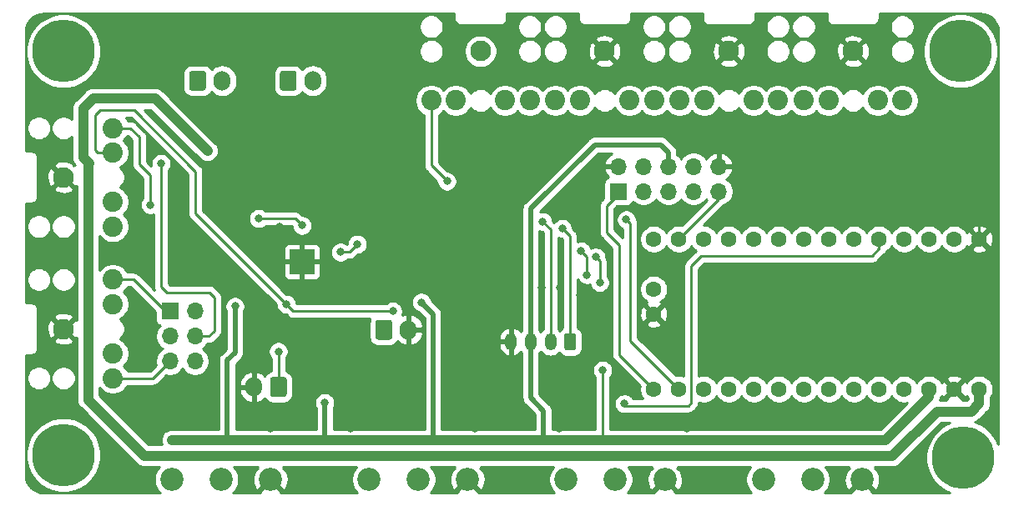
<source format=gbl>
%TF.GenerationSoftware,KiCad,Pcbnew,5.1.11-e4df9d881f~92~ubuntu20.04.1*%
%TF.CreationDate,2021-11-07T16:27:16-08:00*%
%TF.ProjectId,TeensyKeyerShield,5465656e-7379-44b6-9579-657253686965,rev?*%
%TF.SameCoordinates,PX4c4b400PY42c1d80*%
%TF.FileFunction,Copper,L2,Bot*%
%TF.FilePolarity,Positive*%
%FSLAX46Y46*%
G04 Gerber Fmt 4.6, Leading zero omitted, Abs format (unit mm)*
G04 Created by KiCad (PCBNEW 5.1.11-e4df9d881f~92~ubuntu20.04.1) date 2021-11-07 16:27:16*
%MOMM*%
%LPD*%
G01*
G04 APERTURE LIST*
%TA.AperFunction,ComponentPad*%
%ADD10C,2.340000*%
%TD*%
%TA.AperFunction,ComponentPad*%
%ADD11C,1.600000*%
%TD*%
%TA.AperFunction,ComponentPad*%
%ADD12O,1.700000X2.000000*%
%TD*%
%TA.AperFunction,ComponentPad*%
%ADD13C,2.100000*%
%TD*%
%TA.AperFunction,ComponentPad*%
%ADD14C,2.050000*%
%TD*%
%TA.AperFunction,ComponentPad*%
%ADD15C,0.500000*%
%TD*%
%TA.AperFunction,SMDPad,CuDef*%
%ADD16R,2.500000X2.500000*%
%TD*%
%TA.AperFunction,WasherPad*%
%ADD17C,6.350000*%
%TD*%
%TA.AperFunction,ComponentPad*%
%ADD18R,1.700000X1.700000*%
%TD*%
%TA.AperFunction,ComponentPad*%
%ADD19O,1.700000X1.700000*%
%TD*%
%TA.AperFunction,ComponentPad*%
%ADD20O,1.200000X1.750000*%
%TD*%
%TA.AperFunction,ViaPad*%
%ADD21C,0.800000*%
%TD*%
%TA.AperFunction,Conductor*%
%ADD22C,0.250000*%
%TD*%
%TA.AperFunction,Conductor*%
%ADD23C,1.000000*%
%TD*%
%TA.AperFunction,Conductor*%
%ADD24C,0.500000*%
%TD*%
%TA.AperFunction,Conductor*%
%ADD25C,0.254000*%
%TD*%
%TA.AperFunction,Conductor*%
%ADD26C,0.100000*%
%TD*%
G04 APERTURE END LIST*
D10*
%TO.P,RV2,3*%
%TO.N,GND*%
X45500000Y-48000000D03*
%TO.P,RV2,2*%
%TO.N,Net-(C27-Pad1)*%
X40500000Y-48000000D03*
%TO.P,RV2,1*%
%TO.N,+3V3*%
X35500000Y-48000000D03*
%TD*%
D11*
%TO.P,U3,17*%
%TO.N,GND*%
X64390000Y-31200000D03*
%TO.P,U3,20*%
%TO.N,Net-(J11-Pad1)*%
X64390000Y-38820000D03*
%TO.P,U3,16*%
%TO.N,+3V3*%
X64390000Y-28660000D03*
%TO.P,U3,14*%
%TO.N,Net-(J11-Pad3)*%
X64390000Y-23580000D03*
%TO.P,U3,21*%
%TO.N,Net-(R14-Pad1)*%
X66930000Y-38820000D03*
%TO.P,U3,22*%
%TO.N,Net-(C26-Pad1)*%
X69470000Y-38820000D03*
%TO.P,U3,23*%
%TO.N,Net-(C27-Pad1)*%
X72010000Y-38820000D03*
%TO.P,U3,24*%
%TO.N,Net-(C28-Pad1)*%
X74550000Y-38820000D03*
%TO.P,U3,25*%
%TO.N,SDIN*%
X77090000Y-38820000D03*
%TO.P,U3,26*%
%TO.N,SCLK*%
X79630000Y-38820000D03*
%TO.P,U3,27*%
%TO.N,LRCLK*%
X82170000Y-38820000D03*
%TO.P,U3,28*%
%TO.N,BCLK*%
X84710000Y-38820000D03*
%TO.P,U3,29*%
%TO.N,Net-(C33-Pad1)*%
X87250000Y-38820000D03*
%TO.P,U3,30*%
%TO.N,MCLK*%
X89790000Y-38820000D03*
%TO.P,U3,31*%
%TO.N,+3V3*%
X92330000Y-38820000D03*
%TO.P,U3,32*%
%TO.N,GND*%
X94870000Y-38820000D03*
%TO.P,U3,33*%
%TO.N,+5V*%
X97410000Y-38820000D03*
%TO.P,U3,13*%
%TO.N,Net-(J11-Pad9)*%
X66930000Y-23580000D03*
%TO.P,U3,12*%
%TO.N,Net-(J11-Pad5)*%
X69470000Y-23580000D03*
%TO.P,U3,11*%
%TO.N,Net-(J11-Pad7)*%
X72010000Y-23580000D03*
%TO.P,U3,10*%
%TO.N,ADCDAT*%
X74550000Y-23580000D03*
%TO.P,U3,9*%
%TO.N,DACDAT*%
X77090000Y-23580000D03*
%TO.P,U3,8*%
%TO.N,Net-(J11-Pad8)*%
X79630000Y-23580000D03*
%TO.P,U3,7*%
%TO.N,Net-(R11-Pad1)*%
X82170000Y-23580000D03*
%TO.P,U3,6*%
%TO.N,Net-(R10-Pad1)*%
X84710000Y-23580000D03*
%TO.P,U3,5*%
%TO.N,MICPTT*%
X87250000Y-23580000D03*
%TO.P,U3,4*%
%TO.N,Net-(C29-Pad1)*%
X89790000Y-23580000D03*
%TO.P,U3,3*%
%TO.N,Net-(C31-Pad1)*%
X92330000Y-23580000D03*
%TO.P,U3,2*%
%TO.N,Net-(C32-Pad1)*%
X94870000Y-23580000D03*
%TO.P,U3,1*%
%TO.N,GND*%
X97410000Y-23580000D03*
%TD*%
D12*
%TO.P,J1,2*%
%TO.N,GND*%
X23800000Y-38600000D03*
%TO.P,J1,1*%
%TO.N,Net-(C9-Pad2)*%
%TA.AperFunction,ComponentPad*%
G36*
G01*
X27150000Y-37850000D02*
X27150000Y-39350000D01*
G75*
G02*
X26900000Y-39600000I-250000J0D01*
G01*
X25700000Y-39600000D01*
G75*
G02*
X25450000Y-39350000I0J250000D01*
G01*
X25450000Y-37850000D01*
G75*
G02*
X25700000Y-37600000I250000J0D01*
G01*
X26900000Y-37600000D01*
G75*
G02*
X27150000Y-37850000I0J-250000D01*
G01*
G37*
%TD.AperFunction*%
%TD*%
%TO.P,J2,2*%
%TO.N,GND*%
X39500000Y-32800000D03*
%TO.P,J2,1*%
%TO.N,Net-(C11-Pad2)*%
%TA.AperFunction,ComponentPad*%
G36*
G01*
X36150000Y-33550000D02*
X36150000Y-32050000D01*
G75*
G02*
X36400000Y-31800000I250000J0D01*
G01*
X37600000Y-31800000D01*
G75*
G02*
X37850000Y-32050000I0J-250000D01*
G01*
X37850000Y-33550000D01*
G75*
G02*
X37600000Y-33800000I-250000J0D01*
G01*
X36400000Y-33800000D01*
G75*
G02*
X36150000Y-33550000I0J250000D01*
G01*
G37*
%TD.AperFunction*%
%TD*%
%TO.P,J3,1*%
%TO.N,Net-(C16-Pad1)*%
%TA.AperFunction,ComponentPad*%
G36*
G01*
X17250000Y-8250000D02*
X17250000Y-6750000D01*
G75*
G02*
X17500000Y-6500000I250000J0D01*
G01*
X18700000Y-6500000D01*
G75*
G02*
X18950000Y-6750000I0J-250000D01*
G01*
X18950000Y-8250000D01*
G75*
G02*
X18700000Y-8500000I-250000J0D01*
G01*
X17500000Y-8500000D01*
G75*
G02*
X17250000Y-8250000I0J250000D01*
G01*
G37*
%TD.AperFunction*%
%TO.P,J3,2*%
%TO.N,Net-(C16-Pad2)*%
X20600000Y-7500000D03*
%TD*%
%TO.P,J4,1*%
%TO.N,Net-(C17-Pad1)*%
%TA.AperFunction,ComponentPad*%
G36*
G01*
X26450000Y-8250000D02*
X26450000Y-6750000D01*
G75*
G02*
X26700000Y-6500000I250000J0D01*
G01*
X27900000Y-6500000D01*
G75*
G02*
X28150000Y-6750000I0J-250000D01*
G01*
X28150000Y-8250000D01*
G75*
G02*
X27900000Y-8500000I-250000J0D01*
G01*
X26700000Y-8500000D01*
G75*
G02*
X26450000Y-8250000I0J250000D01*
G01*
G37*
%TD.AperFunction*%
%TO.P,J4,2*%
%TO.N,Net-(C17-Pad2)*%
X29800000Y-7500000D03*
%TD*%
D13*
%TO.P,J5,S*%
%TO.N,GND*%
X4500000Y-17300000D03*
D14*
%TO.P,J5,T*%
%TO.N,Net-(C14-Pad1)*%
X9500000Y-22300000D03*
%TO.P,J5,TN*%
%TO.N,Net-(J5-PadTN)*%
X9500000Y-19800000D03*
%TO.P,J5,R*%
%TO.N,Net-(C13-Pad1)*%
X9500000Y-12300000D03*
%TO.P,J5,RN*%
%TO.N,JACKDET*%
X9500000Y-14800000D03*
%TD*%
%TO.P,J6,RN*%
%TO.N,Net-(J6-PadRN)*%
X9500000Y-30200000D03*
%TO.P,J6,R*%
%TO.N,Net-(J6-PadR)*%
X9500000Y-27700000D03*
%TO.P,J6,TN*%
%TO.N,Net-(J6-PadTN)*%
X9500000Y-35200000D03*
%TO.P,J6,T*%
%TO.N,Net-(J6-PadT)*%
X9500000Y-37700000D03*
D13*
%TO.P,J6,S*%
%TO.N,GND*%
X4500000Y-32700000D03*
%TD*%
%TO.P,J7,S*%
%TO.N,GND*%
X72000000Y-4500000D03*
D14*
%TO.P,J7,T*%
%TO.N,Net-(FB10-Pad2)*%
X67000000Y-9500000D03*
%TO.P,J7,TN*%
%TO.N,Net-(J7-PadTN)*%
X69500000Y-9500000D03*
%TO.P,J7,R*%
%TO.N,Net-(FB10-Pad2)*%
X77000000Y-9500000D03*
%TO.P,J7,RN*%
%TO.N,Net-(J7-PadRN)*%
X74500000Y-9500000D03*
%TD*%
%TO.P,J8,RN*%
%TO.N,Net-(J8-PadRN)*%
X61900000Y-9500000D03*
%TO.P,J8,R*%
%TO.N,Net-(FB11-Pad2)*%
X64400000Y-9500000D03*
%TO.P,J8,TN*%
%TO.N,Net-(J8-PadTN)*%
X56900000Y-9500000D03*
%TO.P,J8,T*%
%TO.N,Net-(FB11-Pad2)*%
X54400000Y-9500000D03*
D13*
%TO.P,J8,S*%
%TO.N,GND*%
X59400000Y-4500000D03*
%TD*%
%TO.P,J9,S*%
%TO.N,Net-(J9-PadS)*%
X46800000Y-4500000D03*
D14*
%TO.P,J9,T*%
%TO.N,Net-(J9-PadT)*%
X41800000Y-9500000D03*
%TO.P,J9,TN*%
%TO.N,Net-(J9-PadTN)*%
X44300000Y-9500000D03*
%TO.P,J9,R*%
%TO.N,Net-(J9-PadR)*%
X51800000Y-9500000D03*
%TO.P,J9,RN*%
%TO.N,Net-(J9-PadRN)*%
X49300000Y-9500000D03*
%TD*%
%TO.P,J12,RN*%
%TO.N,Net-(J12-PadRN)*%
X87100000Y-9500000D03*
%TO.P,J12,R*%
%TO.N,Net-(FB13-Pad2)*%
X89600000Y-9500000D03*
%TO.P,J12,TN*%
%TO.N,Net-(J12-PadTN)*%
X82100000Y-9500000D03*
%TO.P,J12,T*%
%TO.N,Net-(FB12-Pad2)*%
X79600000Y-9500000D03*
D13*
%TO.P,J12,S*%
%TO.N,GND*%
X84600000Y-4500000D03*
%TD*%
D10*
%TO.P,RV1,1*%
%TO.N,+3V3*%
X15500000Y-48000000D03*
%TO.P,RV1,2*%
%TO.N,Net-(C26-Pad1)*%
X20500000Y-48000000D03*
%TO.P,RV1,3*%
%TO.N,GND*%
X25500000Y-48000000D03*
%TD*%
%TO.P,RV3,1*%
%TO.N,+3V3*%
X55500000Y-48000000D03*
%TO.P,RV3,2*%
%TO.N,Net-(C28-Pad1)*%
X60500000Y-48000000D03*
%TO.P,RV3,3*%
%TO.N,GND*%
X65500000Y-48000000D03*
%TD*%
%TO.P,RV4,3*%
%TO.N,GND*%
X85500000Y-48000000D03*
%TO.P,RV4,2*%
%TO.N,Net-(C33-Pad1)*%
X80500000Y-48000000D03*
%TO.P,RV4,1*%
%TO.N,+3V3*%
X75500000Y-48000000D03*
%TD*%
D15*
%TO.P,U1,33*%
%TO.N,GND*%
X27700000Y-26900000D03*
X27700000Y-25900000D03*
X27700000Y-24900000D03*
X28700000Y-26900000D03*
X28700000Y-25900000D03*
X28700000Y-24900000D03*
X29700000Y-26900000D03*
X29700000Y-25900000D03*
X29700000Y-24900000D03*
D16*
X28700000Y-25900000D03*
%TD*%
D17*
%TO.P,MH1,*%
%TO.N,*%
X95800000Y-45800000D03*
%TD*%
%TO.P,MH2,*%
%TO.N,*%
X95500000Y-4500000D03*
%TD*%
%TO.P,MH3,*%
%TO.N,*%
X4500000Y-4500000D03*
%TD*%
%TO.P,MH4,*%
%TO.N,*%
X4500000Y-45500000D03*
%TD*%
D18*
%TO.P,J11,1*%
%TO.N,Net-(J11-Pad1)*%
X60800000Y-18740000D03*
D19*
%TO.P,J11,2*%
%TO.N,GND*%
X60800000Y-16200000D03*
%TO.P,J11,3*%
%TO.N,Net-(J11-Pad3)*%
X63340000Y-18740000D03*
%TO.P,J11,4*%
%TO.N,Net-(J11-Pad4)*%
X63340000Y-16200000D03*
%TO.P,J11,5*%
%TO.N,Net-(J11-Pad5)*%
X65880000Y-18740000D03*
%TO.P,J11,6*%
%TO.N,+3V3*%
X65880000Y-16200000D03*
%TO.P,J11,7*%
%TO.N,Net-(J11-Pad7)*%
X68420000Y-18740000D03*
%TO.P,J11,8*%
%TO.N,Net-(J11-Pad8)*%
X68420000Y-16200000D03*
%TO.P,J11,9*%
%TO.N,Net-(J11-Pad9)*%
X70960000Y-18740000D03*
%TO.P,J11,10*%
%TO.N,GND*%
X70960000Y-16200000D03*
%TD*%
D18*
%TO.P,JP1,1*%
%TO.N,Net-(J6-PadR)*%
X15300000Y-30900000D03*
D19*
%TO.P,JP1,2*%
X17840000Y-30900000D03*
%TO.P,JP1,3*%
%TO.N,Net-(FB7-Pad1)*%
X15300000Y-33440000D03*
%TO.P,JP1,4*%
%TO.N,Net-(C15-Pad1)*%
X17840000Y-33440000D03*
%TO.P,JP1,5*%
%TO.N,Net-(J6-PadT)*%
X15300000Y-35980000D03*
%TO.P,JP1,6*%
X17840000Y-35980000D03*
%TD*%
%TO.P,J10,1*%
%TO.N,SCLK*%
%TA.AperFunction,ComponentPad*%
G36*
G01*
X56500000Y-33374999D02*
X56500000Y-34625001D01*
G75*
G02*
X56250001Y-34875000I-249999J0D01*
G01*
X55549999Y-34875000D01*
G75*
G02*
X55300000Y-34625001I0J249999D01*
G01*
X55300000Y-33374999D01*
G75*
G02*
X55549999Y-33125000I249999J0D01*
G01*
X56250001Y-33125000D01*
G75*
G02*
X56500000Y-33374999I0J-249999D01*
G01*
G37*
%TD.AperFunction*%
D20*
%TO.P,J10,2*%
%TO.N,SDIN*%
X53900000Y-34000000D03*
%TO.P,J10,3*%
%TO.N,+3V3*%
X51900000Y-34000000D03*
%TO.P,J10,4*%
%TO.N,GND*%
X49900000Y-34000000D03*
%TD*%
D21*
%TO.N,+5V*%
X28700000Y-22200000D03*
X24300000Y-21500000D03*
X19100000Y-14600000D03*
%TO.N,GND*%
X30400000Y-21300000D03*
X32400000Y-27900000D03*
X33600000Y-29800000D03*
X25600000Y-34000000D03*
X26400000Y-22300000D03*
X25600000Y-14200000D03*
X27500000Y-11000000D03*
X20300000Y-12700000D03*
X15900000Y-16300000D03*
X15900000Y-19100000D03*
X23400000Y-19300000D03*
X34900000Y-20100000D03*
X37100000Y-16900000D03*
X17000000Y-27200000D03*
X12400000Y-26100000D03*
X12400000Y-23800000D03*
X39000000Y-39900000D03*
X39700000Y-36600000D03*
X29500000Y-39300000D03*
X88900000Y-12300000D03*
X93300000Y-12300000D03*
X84800000Y-12300000D03*
X79900000Y-12300000D03*
X48400000Y-19200000D03*
X52700000Y-12900000D03*
X25500000Y-42800000D03*
X46200000Y-42800000D03*
X67700000Y-42800000D03*
X85500000Y-42600000D03*
X71350000Y-31150000D03*
X40000000Y-20100000D03*
X40000000Y-18000000D03*
X44800000Y-20100000D03*
X12600000Y-4800000D03*
X15800000Y-4800000D03*
X24900000Y-5000000D03*
X29700000Y-5000000D03*
X17500000Y-10400000D03*
X23300000Y-22500000D03*
X12800000Y-32200000D03*
X26000000Y-31500000D03*
X17500000Y-38300000D03*
X43800000Y-36600000D03*
X47000000Y-38500000D03*
X45200000Y-29900000D03*
X46400000Y-33800000D03*
X97300000Y-30800000D03*
X87800000Y-31100000D03*
X84800000Y-31100000D03*
X97300000Y-35400000D03*
X76000000Y-41000000D03*
X54800000Y-42800000D03*
X33600000Y-42800000D03*
X16100000Y-42000000D03*
X96700000Y-16100000D03*
X93500000Y-20700000D03*
X91100000Y-20600000D03*
X88500000Y-20800000D03*
X85300000Y-21000000D03*
X81700000Y-21000000D03*
X74600000Y-20700000D03*
X78500000Y-27000000D03*
X82600000Y-27000000D03*
X86300000Y-35900000D03*
X30800000Y-9700000D03*
X21600000Y-10100000D03*
X11700000Y-17600000D03*
X47300000Y-11600000D03*
X24000000Y-29600000D03*
X53000000Y-28500000D03*
X54900000Y-28500000D03*
X56900000Y-29300000D03*
%TO.N,Net-(C13-Pad1)*%
X13300000Y-20100000D03*
%TO.N,Net-(C9-Pad2)*%
X26300000Y-35000000D03*
%TO.N,Net-(C15-Pad1)*%
X14400000Y-15900000D03*
%TO.N,MICPTT*%
X61400000Y-40300000D03*
%TO.N,+3V3*%
X21900000Y-30400000D03*
X40800000Y-30000000D03*
X31000000Y-40200000D03*
X59200000Y-36900000D03*
X15500000Y-44000000D03*
X35500000Y-44000000D03*
X55500000Y-44000000D03*
X75500000Y-44000000D03*
%TO.N,JACKDET*%
X37900000Y-30900000D03*
X27100000Y-30200000D03*
%TO.N,Net-(J9-PadT)*%
X43400000Y-17700000D03*
%TO.N,SDIN*%
X53100000Y-21800000D03*
%TO.N,SCLK*%
X55100000Y-22500000D03*
%TO.N,BCLK*%
X58900000Y-28000000D03*
X58500000Y-25400000D03*
%TO.N,LRCLK*%
X57600000Y-27200000D03*
X57000000Y-24800000D03*
%TO.N,DACDAT*%
X32600000Y-24900000D03*
X34300000Y-24100000D03*
%TO.N,Net-(R14-Pad1)*%
X61600000Y-21600000D03*
%TD*%
D22*
%TO.N,+5V*%
X28000000Y-21500000D02*
X28700000Y-22200000D01*
X24300000Y-21500000D02*
X28000000Y-21500000D01*
D23*
X6500000Y-10300000D02*
X7500000Y-9300000D01*
X7000000Y-39900000D02*
X7000000Y-16000000D01*
X6500000Y-15300000D02*
X6500000Y-10300000D01*
X12700000Y-45600000D02*
X7000000Y-39900000D01*
X88600000Y-45600000D02*
X12700000Y-45600000D01*
X93100000Y-41100000D02*
X88600000Y-45600000D01*
X96600000Y-41100000D02*
X93100000Y-41100000D01*
X7500000Y-9300000D02*
X13800000Y-9300000D01*
X7100000Y-15900000D02*
X6500000Y-15300000D01*
X97410000Y-40290000D02*
X96600000Y-41100000D01*
X13800000Y-9300000D02*
X19100000Y-14600000D01*
X7000000Y-16000000D02*
X7100000Y-15900000D01*
X97410000Y-38820000D02*
X97410000Y-40290000D01*
D24*
%TO.N,GND*%
X28700000Y-25900000D02*
X26400000Y-25900000D01*
X28700000Y-25900000D02*
X28700000Y-23900000D01*
X28700000Y-25900000D02*
X31200000Y-25900000D01*
X28700000Y-25900000D02*
X28700000Y-28000000D01*
D22*
X88100000Y-30800000D02*
X87800000Y-31100000D01*
X97300000Y-30800000D02*
X88100000Y-30800000D01*
X17500000Y-40600000D02*
X16100000Y-42000000D01*
X17500000Y-38300000D02*
X17500000Y-40600000D01*
X97410000Y-16810000D02*
X96700000Y-16100000D01*
X97410000Y-20490000D02*
X93710000Y-20490000D01*
X97410000Y-23580000D02*
X97410000Y-20490000D01*
X93710000Y-20490000D02*
X93500000Y-20700000D01*
X97410000Y-20490000D02*
X97410000Y-16810000D01*
X91200000Y-20700000D02*
X91100000Y-20600000D01*
X93500000Y-20700000D02*
X91200000Y-20700000D01*
X88700000Y-20600000D02*
X88500000Y-20800000D01*
X91100000Y-20600000D02*
X88700000Y-20600000D01*
X85500000Y-20800000D02*
X85300000Y-21000000D01*
X88500000Y-20800000D02*
X85500000Y-20800000D01*
X85300000Y-21000000D02*
X81700000Y-21000000D01*
X74900000Y-21000000D02*
X74600000Y-20700000D01*
X81700000Y-21000000D02*
X74900000Y-21000000D01*
X74350000Y-31150000D02*
X78500000Y-27000000D01*
X71350000Y-31150000D02*
X74350000Y-31150000D01*
X84800000Y-29200000D02*
X82600000Y-27000000D01*
X84800000Y-31100000D02*
X84800000Y-29200000D01*
X84800000Y-34400000D02*
X86300000Y-35900000D01*
X84800000Y-31100000D02*
X84800000Y-34400000D01*
X29500000Y-11000000D02*
X30800000Y-9700000D01*
X27500000Y-11000000D02*
X29500000Y-11000000D01*
X21300000Y-10400000D02*
X21600000Y-10100000D01*
X17500000Y-10400000D02*
X21300000Y-10400000D01*
X12400000Y-23800000D02*
X12400000Y-21600000D01*
X11700000Y-20900000D02*
X11700000Y-17600000D01*
X12400000Y-21600000D02*
X11700000Y-20900000D01*
X48600000Y-12900000D02*
X47300000Y-11600000D01*
X52700000Y-12900000D02*
X48600000Y-12900000D01*
X24100000Y-29600000D02*
X24000000Y-29600000D01*
X26000000Y-31500000D02*
X24100000Y-29600000D01*
%TO.N,Net-(C13-Pad1)*%
X9500000Y-12300000D02*
X11300000Y-12300000D01*
X11300000Y-12300000D02*
X12200000Y-13200000D01*
X13300000Y-17100000D02*
X12200000Y-16000000D01*
X13300000Y-20100000D02*
X13300000Y-17100000D01*
X12200000Y-13200000D02*
X12200000Y-16000000D01*
%TO.N,Net-(C9-Pad2)*%
X26300000Y-35000000D02*
X26300000Y-38600000D01*
%TO.N,Net-(C15-Pad1)*%
X17840000Y-33440000D02*
X19260000Y-33440000D01*
X19260000Y-33440000D02*
X19700000Y-33000000D01*
X19700000Y-33000000D02*
X19800000Y-32900000D01*
X19800000Y-32900000D02*
X19800000Y-29500000D01*
X19800000Y-29500000D02*
X19300000Y-29000000D01*
X19300000Y-29000000D02*
X15000000Y-29000000D01*
X15000000Y-29000000D02*
X14500000Y-28500000D01*
X14500000Y-28500000D02*
X14400000Y-28400000D01*
X14400000Y-28400000D02*
X14400000Y-18000000D01*
X14400000Y-18000000D02*
X14400000Y-15900000D01*
%TO.N,MICPTT*%
X87250000Y-23580000D02*
X87250000Y-24550000D01*
X87250000Y-24550000D02*
X86500000Y-25300000D01*
X86500000Y-25300000D02*
X71600000Y-25300000D01*
X71600000Y-25300000D02*
X71500000Y-25300000D01*
X61600000Y-40500000D02*
X61400000Y-40300000D01*
X67900000Y-40500000D02*
X61600000Y-40500000D01*
X68200000Y-40200000D02*
X67900000Y-40500000D01*
X68200000Y-26300000D02*
X68200000Y-40200000D01*
X69200000Y-25300000D02*
X68200000Y-26300000D01*
X71600000Y-25300000D02*
X69200000Y-25300000D01*
D23*
%TO.N,+3V3*%
X92330000Y-38820000D02*
X92330000Y-39570000D01*
X92330000Y-39570000D02*
X91600000Y-40300000D01*
X91600000Y-40300000D02*
X88200000Y-43700000D01*
X88200000Y-43700000D02*
X87900000Y-44000000D01*
X87900000Y-44000000D02*
X75500000Y-44000000D01*
D24*
X65880000Y-16200000D02*
X65880000Y-14780000D01*
X65880000Y-14780000D02*
X65100000Y-14000000D01*
X65100000Y-14000000D02*
X58400000Y-14000000D01*
X58400000Y-14000000D02*
X51900000Y-20500000D01*
X51900000Y-20500000D02*
X51900000Y-34000000D01*
X51900000Y-34000000D02*
X51900000Y-39700000D01*
X53200000Y-41000000D02*
X53200000Y-44000000D01*
X51900000Y-39700000D02*
X53200000Y-41000000D01*
D23*
X53200000Y-44000000D02*
X43400000Y-44000000D01*
X55500000Y-44000000D02*
X53200000Y-44000000D01*
X59200000Y-44000000D02*
X55500000Y-44000000D01*
D22*
X59200000Y-36900000D02*
X59200000Y-44000000D01*
D23*
X75500000Y-44000000D02*
X59200000Y-44000000D01*
D24*
X31000000Y-43600000D02*
X31400000Y-44000000D01*
X31000000Y-40200000D02*
X31000000Y-43600000D01*
D23*
X31400000Y-44000000D02*
X23700000Y-44000000D01*
X35500000Y-44000000D02*
X31400000Y-44000000D01*
D24*
X21900000Y-30400000D02*
X21900000Y-35100000D01*
X21900000Y-35100000D02*
X21100000Y-35900000D01*
X21100000Y-35900000D02*
X21100000Y-43300000D01*
X21100000Y-43300000D02*
X21100000Y-44000000D01*
D23*
X21100000Y-44000000D02*
X15500000Y-44000000D01*
X23700000Y-44000000D02*
X21100000Y-44000000D01*
D24*
X40800000Y-30000000D02*
X42000000Y-31200000D01*
X42000000Y-43600000D02*
X42400000Y-44000000D01*
X42000000Y-31200000D02*
X42000000Y-43600000D01*
D23*
X42400000Y-44000000D02*
X35500000Y-44000000D01*
X43400000Y-44000000D02*
X42400000Y-44000000D01*
D22*
%TO.N,JACKDET*%
X27800000Y-30900000D02*
X27100000Y-30200000D01*
X37900000Y-30900000D02*
X27800000Y-30900000D01*
X8000000Y-14800000D02*
X9500000Y-14800000D01*
X7700000Y-11000000D02*
X7700000Y-14500000D01*
X8200000Y-10500000D02*
X7700000Y-11000000D01*
X11700000Y-10500000D02*
X8200000Y-10500000D01*
X7700000Y-14500000D02*
X8000000Y-14800000D01*
X17900000Y-16700000D02*
X11700000Y-10500000D01*
X17900000Y-21000000D02*
X17900000Y-16700000D01*
X27100000Y-30200000D02*
X17900000Y-21000000D01*
%TO.N,Net-(J6-PadR)*%
X15300000Y-30900000D02*
X14800000Y-30900000D01*
X11600000Y-27700000D02*
X9500000Y-27700000D01*
X14800000Y-30900000D02*
X11600000Y-27700000D01*
%TO.N,Net-(J6-PadT)*%
X13580000Y-37700000D02*
X15300000Y-35980000D01*
X9500000Y-37700000D02*
X13580000Y-37700000D01*
%TO.N,Net-(J9-PadT)*%
X41800000Y-16100000D02*
X43400000Y-17700000D01*
X41800000Y-9500000D02*
X41800000Y-16100000D01*
%TO.N,SDIN*%
X53100000Y-21800000D02*
X53900000Y-22600000D01*
X53900000Y-22600000D02*
X53900000Y-34000000D01*
%TO.N,SCLK*%
X55100000Y-22500000D02*
X55900000Y-23300000D01*
X55900000Y-23300000D02*
X55900000Y-34000000D01*
%TO.N,Net-(J11-Pad1)*%
X60900000Y-35330000D02*
X64390000Y-38820000D01*
X60800000Y-18740000D02*
X60800000Y-19000000D01*
X60800000Y-19000000D02*
X59600000Y-20200000D01*
X59600000Y-20200000D02*
X59600000Y-22900000D01*
X59600000Y-22900000D02*
X60900000Y-24200000D01*
X60900000Y-24200000D02*
X60900000Y-35330000D01*
%TO.N,BCLK*%
X58900000Y-25800000D02*
X58500000Y-25400000D01*
X58900000Y-28000000D02*
X58900000Y-25800000D01*
%TO.N,LRCLK*%
X57600000Y-25400000D02*
X57600000Y-27200000D01*
X57000000Y-24800000D02*
X57600000Y-25400000D01*
%TO.N,DACDAT*%
X33500000Y-24900000D02*
X34300000Y-24100000D01*
X32600000Y-24900000D02*
X33500000Y-24900000D01*
%TO.N,Net-(J11-Pad9)*%
X70960000Y-19550000D02*
X70960000Y-18740000D01*
X66930000Y-23580000D02*
X70960000Y-19550000D01*
%TO.N,Net-(R14-Pad1)*%
X62000000Y-33890000D02*
X66930000Y-38820000D01*
X62000000Y-22000000D02*
X62000000Y-33890000D01*
X61600000Y-21600000D02*
X62000000Y-22000000D01*
%TD*%
D25*
%TO.N,GND*%
X64128127Y-46807735D02*
X64243396Y-46923004D01*
X63961611Y-47039275D01*
X63803743Y-47357860D01*
X63711062Y-47701122D01*
X63687127Y-48055869D01*
X63732861Y-48408470D01*
X63846505Y-48745373D01*
X63961611Y-48960725D01*
X64243398Y-49076997D01*
X65320395Y-48000000D01*
X65306253Y-47985858D01*
X65485858Y-47806253D01*
X65500000Y-47820395D01*
X65514143Y-47806253D01*
X65693748Y-47985858D01*
X65679605Y-48000000D01*
X66756602Y-49076997D01*
X67038389Y-48960725D01*
X67196257Y-48642140D01*
X67288938Y-48298878D01*
X67312873Y-47944131D01*
X67267139Y-47591530D01*
X67153495Y-47254627D01*
X67038389Y-47039275D01*
X66756604Y-46923004D01*
X66871873Y-46807735D01*
X66799138Y-46735000D01*
X74212344Y-46735000D01*
X74097965Y-46849379D01*
X73900429Y-47145012D01*
X73764365Y-47473501D01*
X73695000Y-47822223D01*
X73695000Y-48177777D01*
X73764365Y-48526499D01*
X73900429Y-48854988D01*
X74097965Y-49150621D01*
X74287344Y-49340000D01*
X66542585Y-49340000D01*
X66576997Y-49256602D01*
X65500000Y-48179605D01*
X64423003Y-49256602D01*
X64457415Y-49340000D01*
X61712656Y-49340000D01*
X61902035Y-49150621D01*
X62099571Y-48854988D01*
X62235635Y-48526499D01*
X62305000Y-48177777D01*
X62305000Y-47822223D01*
X62235635Y-47473501D01*
X62099571Y-47145012D01*
X61902035Y-46849379D01*
X61787656Y-46735000D01*
X64200862Y-46735000D01*
X64128127Y-46807735D01*
%TA.AperFunction,Conductor*%
D26*
G36*
X64128127Y-46807735D02*
G01*
X64243396Y-46923004D01*
X63961611Y-47039275D01*
X63803743Y-47357860D01*
X63711062Y-47701122D01*
X63687127Y-48055869D01*
X63732861Y-48408470D01*
X63846505Y-48745373D01*
X63961611Y-48960725D01*
X64243398Y-49076997D01*
X65320395Y-48000000D01*
X65306253Y-47985858D01*
X65485858Y-47806253D01*
X65500000Y-47820395D01*
X65514143Y-47806253D01*
X65693748Y-47985858D01*
X65679605Y-48000000D01*
X66756602Y-49076997D01*
X67038389Y-48960725D01*
X67196257Y-48642140D01*
X67288938Y-48298878D01*
X67312873Y-47944131D01*
X67267139Y-47591530D01*
X67153495Y-47254627D01*
X67038389Y-47039275D01*
X66756604Y-46923004D01*
X66871873Y-46807735D01*
X66799138Y-46735000D01*
X74212344Y-46735000D01*
X74097965Y-46849379D01*
X73900429Y-47145012D01*
X73764365Y-47473501D01*
X73695000Y-47822223D01*
X73695000Y-48177777D01*
X73764365Y-48526499D01*
X73900429Y-48854988D01*
X74097965Y-49150621D01*
X74287344Y-49340000D01*
X66542585Y-49340000D01*
X66576997Y-49256602D01*
X65500000Y-48179605D01*
X64423003Y-49256602D01*
X64457415Y-49340000D01*
X61712656Y-49340000D01*
X61902035Y-49150621D01*
X62099571Y-48854988D01*
X62235635Y-48526499D01*
X62305000Y-48177777D01*
X62305000Y-47822223D01*
X62235635Y-47473501D01*
X62099571Y-47145012D01*
X61902035Y-46849379D01*
X61787656Y-46735000D01*
X64200862Y-46735000D01*
X64128127Y-46807735D01*
G37*
%TD.AperFunction*%
D25*
X44140000Y-1167580D02*
X44136807Y-1200000D01*
X44149550Y-1329383D01*
X44187290Y-1453793D01*
X44248575Y-1568450D01*
X44285532Y-1613482D01*
X44331052Y-1668948D01*
X44431550Y-1751425D01*
X44546207Y-1812710D01*
X44670617Y-1850450D01*
X44800000Y-1863193D01*
X44832419Y-1860000D01*
X48767581Y-1860000D01*
X48800000Y-1863193D01*
X48832419Y-1860000D01*
X48929383Y-1850450D01*
X49053793Y-1812710D01*
X49168450Y-1751425D01*
X49268948Y-1668948D01*
X49351425Y-1568450D01*
X49412710Y-1453793D01*
X49450450Y-1329383D01*
X49463193Y-1200000D01*
X49460000Y-1167581D01*
X49460000Y-660000D01*
X56740000Y-660000D01*
X56740000Y-1167580D01*
X56736807Y-1200000D01*
X56749550Y-1329383D01*
X56787290Y-1453793D01*
X56848575Y-1568450D01*
X56885532Y-1613482D01*
X56931052Y-1668948D01*
X57031550Y-1751425D01*
X57146207Y-1812710D01*
X57270617Y-1850450D01*
X57400000Y-1863193D01*
X57432419Y-1860000D01*
X61367581Y-1860000D01*
X61400000Y-1863193D01*
X61432419Y-1860000D01*
X61529383Y-1850450D01*
X61653793Y-1812710D01*
X61768450Y-1751425D01*
X61868948Y-1668948D01*
X61951425Y-1568450D01*
X62012710Y-1453793D01*
X62050450Y-1329383D01*
X62063193Y-1200000D01*
X62060000Y-1167581D01*
X62060000Y-660000D01*
X69340000Y-660000D01*
X69340000Y-1167580D01*
X69336807Y-1200000D01*
X69349550Y-1329383D01*
X69387290Y-1453793D01*
X69448575Y-1568450D01*
X69485532Y-1613482D01*
X69531052Y-1668948D01*
X69631550Y-1751425D01*
X69746207Y-1812710D01*
X69870617Y-1850450D01*
X70000000Y-1863193D01*
X70032419Y-1860000D01*
X73967581Y-1860000D01*
X74000000Y-1863193D01*
X74032419Y-1860000D01*
X74129383Y-1850450D01*
X74253793Y-1812710D01*
X74368450Y-1751425D01*
X74468948Y-1668948D01*
X74551425Y-1568450D01*
X74612710Y-1453793D01*
X74650450Y-1329383D01*
X74663193Y-1200000D01*
X74660000Y-1167581D01*
X74660000Y-660000D01*
X81940000Y-660000D01*
X81940000Y-1167580D01*
X81936807Y-1200000D01*
X81949550Y-1329383D01*
X81987290Y-1453793D01*
X82048575Y-1568450D01*
X82085532Y-1613482D01*
X82131052Y-1668948D01*
X82231550Y-1751425D01*
X82346207Y-1812710D01*
X82470617Y-1850450D01*
X82600000Y-1863193D01*
X82632419Y-1860000D01*
X86567581Y-1860000D01*
X86600000Y-1863193D01*
X86632419Y-1860000D01*
X86729383Y-1850450D01*
X86853793Y-1812710D01*
X86968450Y-1751425D01*
X87068948Y-1668948D01*
X87151425Y-1568450D01*
X87212710Y-1453793D01*
X87250450Y-1329383D01*
X87263193Y-1200000D01*
X87260000Y-1167581D01*
X87260000Y-660000D01*
X97467721Y-660000D01*
X97856775Y-698147D01*
X98199967Y-801763D01*
X98516489Y-970062D01*
X98794299Y-1196637D01*
X99022806Y-1472856D01*
X99193310Y-1788197D01*
X99299319Y-2130656D01*
X99340001Y-2517722D01*
X99340000Y-44390306D01*
X99176378Y-43995288D01*
X98759420Y-43371267D01*
X98228733Y-42840580D01*
X97604712Y-42423622D01*
X96988280Y-42168287D01*
X97036447Y-42153676D01*
X97233623Y-42048284D01*
X97406449Y-41906449D01*
X97441995Y-41863136D01*
X98173140Y-41131992D01*
X98216449Y-41096449D01*
X98358284Y-40923623D01*
X98463676Y-40726447D01*
X98528577Y-40512499D01*
X98545000Y-40345752D01*
X98550491Y-40290000D01*
X98545000Y-40234249D01*
X98545000Y-39704284D01*
X98681680Y-39499727D01*
X98789853Y-39238574D01*
X98845000Y-38961335D01*
X98845000Y-38678665D01*
X98789853Y-38401426D01*
X98681680Y-38140273D01*
X98524637Y-37905241D01*
X98324759Y-37705363D01*
X98089727Y-37548320D01*
X97828574Y-37440147D01*
X97551335Y-37385000D01*
X97268665Y-37385000D01*
X96991426Y-37440147D01*
X96730273Y-37548320D01*
X96495241Y-37705363D01*
X96295363Y-37905241D01*
X96139085Y-38139128D01*
X96106671Y-38078486D01*
X95862702Y-38006903D01*
X95049605Y-38820000D01*
X95862702Y-39633097D01*
X96106671Y-39561514D01*
X96137194Y-39497008D01*
X96138320Y-39499727D01*
X96275000Y-39704284D01*
X96275000Y-39819868D01*
X96129869Y-39965000D01*
X95638411Y-39965000D01*
X95683097Y-39812702D01*
X94870000Y-38999605D01*
X94056903Y-39812702D01*
X94101589Y-39965000D01*
X93396249Y-39965000D01*
X93404238Y-39938664D01*
X93448577Y-39792499D01*
X93455928Y-39717861D01*
X93600915Y-39500872D01*
X93633329Y-39561514D01*
X93877298Y-39633097D01*
X94690395Y-38820000D01*
X93877298Y-38006903D01*
X93633329Y-38078486D01*
X93602806Y-38142992D01*
X93601680Y-38140273D01*
X93444637Y-37905241D01*
X93366694Y-37827298D01*
X94056903Y-37827298D01*
X94870000Y-38640395D01*
X95683097Y-37827298D01*
X95611514Y-37583329D01*
X95356004Y-37462429D01*
X95081816Y-37393700D01*
X94799488Y-37379783D01*
X94519870Y-37421213D01*
X94253708Y-37516397D01*
X94128486Y-37583329D01*
X94056903Y-37827298D01*
X93366694Y-37827298D01*
X93244759Y-37705363D01*
X93009727Y-37548320D01*
X92748574Y-37440147D01*
X92471335Y-37385000D01*
X92188665Y-37385000D01*
X91911426Y-37440147D01*
X91650273Y-37548320D01*
X91415241Y-37705363D01*
X91215363Y-37905241D01*
X91060000Y-38137759D01*
X90904637Y-37905241D01*
X90704759Y-37705363D01*
X90469727Y-37548320D01*
X90208574Y-37440147D01*
X89931335Y-37385000D01*
X89648665Y-37385000D01*
X89371426Y-37440147D01*
X89110273Y-37548320D01*
X88875241Y-37705363D01*
X88675363Y-37905241D01*
X88520000Y-38137759D01*
X88364637Y-37905241D01*
X88164759Y-37705363D01*
X87929727Y-37548320D01*
X87668574Y-37440147D01*
X87391335Y-37385000D01*
X87108665Y-37385000D01*
X86831426Y-37440147D01*
X86570273Y-37548320D01*
X86335241Y-37705363D01*
X86135363Y-37905241D01*
X85980000Y-38137759D01*
X85824637Y-37905241D01*
X85624759Y-37705363D01*
X85389727Y-37548320D01*
X85128574Y-37440147D01*
X84851335Y-37385000D01*
X84568665Y-37385000D01*
X84291426Y-37440147D01*
X84030273Y-37548320D01*
X83795241Y-37705363D01*
X83595363Y-37905241D01*
X83440000Y-38137759D01*
X83284637Y-37905241D01*
X83084759Y-37705363D01*
X82849727Y-37548320D01*
X82588574Y-37440147D01*
X82311335Y-37385000D01*
X82028665Y-37385000D01*
X81751426Y-37440147D01*
X81490273Y-37548320D01*
X81255241Y-37705363D01*
X81055363Y-37905241D01*
X80900000Y-38137759D01*
X80744637Y-37905241D01*
X80544759Y-37705363D01*
X80309727Y-37548320D01*
X80048574Y-37440147D01*
X79771335Y-37385000D01*
X79488665Y-37385000D01*
X79211426Y-37440147D01*
X78950273Y-37548320D01*
X78715241Y-37705363D01*
X78515363Y-37905241D01*
X78360000Y-38137759D01*
X78204637Y-37905241D01*
X78004759Y-37705363D01*
X77769727Y-37548320D01*
X77508574Y-37440147D01*
X77231335Y-37385000D01*
X76948665Y-37385000D01*
X76671426Y-37440147D01*
X76410273Y-37548320D01*
X76175241Y-37705363D01*
X75975363Y-37905241D01*
X75820000Y-38137759D01*
X75664637Y-37905241D01*
X75464759Y-37705363D01*
X75229727Y-37548320D01*
X74968574Y-37440147D01*
X74691335Y-37385000D01*
X74408665Y-37385000D01*
X74131426Y-37440147D01*
X73870273Y-37548320D01*
X73635241Y-37705363D01*
X73435363Y-37905241D01*
X73280000Y-38137759D01*
X73124637Y-37905241D01*
X72924759Y-37705363D01*
X72689727Y-37548320D01*
X72428574Y-37440147D01*
X72151335Y-37385000D01*
X71868665Y-37385000D01*
X71591426Y-37440147D01*
X71330273Y-37548320D01*
X71095241Y-37705363D01*
X70895363Y-37905241D01*
X70740000Y-38137759D01*
X70584637Y-37905241D01*
X70384759Y-37705363D01*
X70149727Y-37548320D01*
X69888574Y-37440147D01*
X69611335Y-37385000D01*
X69328665Y-37385000D01*
X69051426Y-37440147D01*
X68960000Y-37478017D01*
X68960000Y-26614801D01*
X69514802Y-26060000D01*
X86462678Y-26060000D01*
X86500000Y-26063676D01*
X86537322Y-26060000D01*
X86537333Y-26060000D01*
X86648986Y-26049003D01*
X86792247Y-26005546D01*
X86924276Y-25934974D01*
X87040001Y-25840001D01*
X87063803Y-25810998D01*
X87761002Y-25113799D01*
X87790001Y-25090001D01*
X87884974Y-24974276D01*
X87955546Y-24842247D01*
X87958521Y-24832441D01*
X88164759Y-24694637D01*
X88364637Y-24494759D01*
X88520000Y-24262241D01*
X88675363Y-24494759D01*
X88875241Y-24694637D01*
X89110273Y-24851680D01*
X89371426Y-24959853D01*
X89648665Y-25015000D01*
X89931335Y-25015000D01*
X90208574Y-24959853D01*
X90469727Y-24851680D01*
X90704759Y-24694637D01*
X90904637Y-24494759D01*
X91060000Y-24262241D01*
X91215363Y-24494759D01*
X91415241Y-24694637D01*
X91650273Y-24851680D01*
X91911426Y-24959853D01*
X92188665Y-25015000D01*
X92471335Y-25015000D01*
X92748574Y-24959853D01*
X93009727Y-24851680D01*
X93244759Y-24694637D01*
X93444637Y-24494759D01*
X93600000Y-24262241D01*
X93755363Y-24494759D01*
X93955241Y-24694637D01*
X94190273Y-24851680D01*
X94451426Y-24959853D01*
X94728665Y-25015000D01*
X95011335Y-25015000D01*
X95288574Y-24959853D01*
X95549727Y-24851680D01*
X95784759Y-24694637D01*
X95906694Y-24572702D01*
X96596903Y-24572702D01*
X96668486Y-24816671D01*
X96923996Y-24937571D01*
X97198184Y-25006300D01*
X97480512Y-25020217D01*
X97760130Y-24978787D01*
X98026292Y-24883603D01*
X98151514Y-24816671D01*
X98223097Y-24572702D01*
X97410000Y-23759605D01*
X96596903Y-24572702D01*
X95906694Y-24572702D01*
X95984637Y-24494759D01*
X96140915Y-24260872D01*
X96173329Y-24321514D01*
X96417298Y-24393097D01*
X97230395Y-23580000D01*
X97589605Y-23580000D01*
X98402702Y-24393097D01*
X98646671Y-24321514D01*
X98767571Y-24066004D01*
X98836300Y-23791816D01*
X98850217Y-23509488D01*
X98808787Y-23229870D01*
X98713603Y-22963708D01*
X98646671Y-22838486D01*
X98402702Y-22766903D01*
X97589605Y-23580000D01*
X97230395Y-23580000D01*
X96417298Y-22766903D01*
X96173329Y-22838486D01*
X96142806Y-22902992D01*
X96141680Y-22900273D01*
X95984637Y-22665241D01*
X95906694Y-22587298D01*
X96596903Y-22587298D01*
X97410000Y-23400395D01*
X98223097Y-22587298D01*
X98151514Y-22343329D01*
X97896004Y-22222429D01*
X97621816Y-22153700D01*
X97339488Y-22139783D01*
X97059870Y-22181213D01*
X96793708Y-22276397D01*
X96668486Y-22343329D01*
X96596903Y-22587298D01*
X95906694Y-22587298D01*
X95784759Y-22465363D01*
X95549727Y-22308320D01*
X95288574Y-22200147D01*
X95011335Y-22145000D01*
X94728665Y-22145000D01*
X94451426Y-22200147D01*
X94190273Y-22308320D01*
X93955241Y-22465363D01*
X93755363Y-22665241D01*
X93600000Y-22897759D01*
X93444637Y-22665241D01*
X93244759Y-22465363D01*
X93009727Y-22308320D01*
X92748574Y-22200147D01*
X92471335Y-22145000D01*
X92188665Y-22145000D01*
X91911426Y-22200147D01*
X91650273Y-22308320D01*
X91415241Y-22465363D01*
X91215363Y-22665241D01*
X91060000Y-22897759D01*
X90904637Y-22665241D01*
X90704759Y-22465363D01*
X90469727Y-22308320D01*
X90208574Y-22200147D01*
X89931335Y-22145000D01*
X89648665Y-22145000D01*
X89371426Y-22200147D01*
X89110273Y-22308320D01*
X88875241Y-22465363D01*
X88675363Y-22665241D01*
X88520000Y-22897759D01*
X88364637Y-22665241D01*
X88164759Y-22465363D01*
X87929727Y-22308320D01*
X87668574Y-22200147D01*
X87391335Y-22145000D01*
X87108665Y-22145000D01*
X86831426Y-22200147D01*
X86570273Y-22308320D01*
X86335241Y-22465363D01*
X86135363Y-22665241D01*
X85980000Y-22897759D01*
X85824637Y-22665241D01*
X85624759Y-22465363D01*
X85389727Y-22308320D01*
X85128574Y-22200147D01*
X84851335Y-22145000D01*
X84568665Y-22145000D01*
X84291426Y-22200147D01*
X84030273Y-22308320D01*
X83795241Y-22465363D01*
X83595363Y-22665241D01*
X83440000Y-22897759D01*
X83284637Y-22665241D01*
X83084759Y-22465363D01*
X82849727Y-22308320D01*
X82588574Y-22200147D01*
X82311335Y-22145000D01*
X82028665Y-22145000D01*
X81751426Y-22200147D01*
X81490273Y-22308320D01*
X81255241Y-22465363D01*
X81055363Y-22665241D01*
X80900000Y-22897759D01*
X80744637Y-22665241D01*
X80544759Y-22465363D01*
X80309727Y-22308320D01*
X80048574Y-22200147D01*
X79771335Y-22145000D01*
X79488665Y-22145000D01*
X79211426Y-22200147D01*
X78950273Y-22308320D01*
X78715241Y-22465363D01*
X78515363Y-22665241D01*
X78360000Y-22897759D01*
X78204637Y-22665241D01*
X78004759Y-22465363D01*
X77769727Y-22308320D01*
X77508574Y-22200147D01*
X77231335Y-22145000D01*
X76948665Y-22145000D01*
X76671426Y-22200147D01*
X76410273Y-22308320D01*
X76175241Y-22465363D01*
X75975363Y-22665241D01*
X75820000Y-22897759D01*
X75664637Y-22665241D01*
X75464759Y-22465363D01*
X75229727Y-22308320D01*
X74968574Y-22200147D01*
X74691335Y-22145000D01*
X74408665Y-22145000D01*
X74131426Y-22200147D01*
X73870273Y-22308320D01*
X73635241Y-22465363D01*
X73435363Y-22665241D01*
X73280000Y-22897759D01*
X73124637Y-22665241D01*
X72924759Y-22465363D01*
X72689727Y-22308320D01*
X72428574Y-22200147D01*
X72151335Y-22145000D01*
X71868665Y-22145000D01*
X71591426Y-22200147D01*
X71330273Y-22308320D01*
X71095241Y-22465363D01*
X70895363Y-22665241D01*
X70740000Y-22897759D01*
X70584637Y-22665241D01*
X70384759Y-22465363D01*
X70149727Y-22308320D01*
X69888574Y-22200147D01*
X69611335Y-22145000D01*
X69439801Y-22145000D01*
X71433637Y-20151165D01*
X71663411Y-20055990D01*
X71906632Y-19893475D01*
X72113475Y-19686632D01*
X72275990Y-19443411D01*
X72387932Y-19173158D01*
X72445000Y-18886260D01*
X72445000Y-18593740D01*
X72387932Y-18306842D01*
X72275990Y-18036589D01*
X72113475Y-17793368D01*
X71906632Y-17586525D01*
X71730594Y-17468900D01*
X71960269Y-17297588D01*
X72155178Y-17081355D01*
X72304157Y-16831252D01*
X72401481Y-16556891D01*
X72280814Y-16327000D01*
X71087000Y-16327000D01*
X71087000Y-16347000D01*
X70833000Y-16347000D01*
X70833000Y-16327000D01*
X70813000Y-16327000D01*
X70813000Y-16073000D01*
X70833000Y-16073000D01*
X70833000Y-14879845D01*
X71087000Y-14879845D01*
X71087000Y-16073000D01*
X72280814Y-16073000D01*
X72401481Y-15843109D01*
X72304157Y-15568748D01*
X72155178Y-15318645D01*
X71960269Y-15102412D01*
X71726920Y-14928359D01*
X71464099Y-14803175D01*
X71316890Y-14758524D01*
X71087000Y-14879845D01*
X70833000Y-14879845D01*
X70603110Y-14758524D01*
X70455901Y-14803175D01*
X70193080Y-14928359D01*
X69959731Y-15102412D01*
X69764822Y-15318645D01*
X69695195Y-15435534D01*
X69573475Y-15253368D01*
X69366632Y-15046525D01*
X69123411Y-14884010D01*
X68853158Y-14772068D01*
X68566260Y-14715000D01*
X68273740Y-14715000D01*
X67986842Y-14772068D01*
X67716589Y-14884010D01*
X67473368Y-15046525D01*
X67266525Y-15253368D01*
X67150000Y-15427760D01*
X67033475Y-15253368D01*
X66826632Y-15046525D01*
X66765000Y-15005344D01*
X66765000Y-14823469D01*
X66769281Y-14780000D01*
X66765000Y-14736531D01*
X66765000Y-14736523D01*
X66752195Y-14606510D01*
X66701589Y-14439687D01*
X66701589Y-14439686D01*
X66619411Y-14285941D01*
X66536532Y-14184953D01*
X66536530Y-14184951D01*
X66508817Y-14151183D01*
X66475049Y-14123470D01*
X65756534Y-13404956D01*
X65728817Y-13371183D01*
X65594059Y-13260589D01*
X65440313Y-13178411D01*
X65273490Y-13127805D01*
X65143477Y-13115000D01*
X65143469Y-13115000D01*
X65100000Y-13110719D01*
X65056531Y-13115000D01*
X58443465Y-13115000D01*
X58399999Y-13110719D01*
X58356533Y-13115000D01*
X58356523Y-13115000D01*
X58226510Y-13127805D01*
X58059687Y-13178411D01*
X57905941Y-13260589D01*
X57905939Y-13260590D01*
X57905940Y-13260590D01*
X57804953Y-13343468D01*
X57804951Y-13343470D01*
X57771183Y-13371183D01*
X57743470Y-13404951D01*
X51304956Y-19843466D01*
X51271183Y-19871183D01*
X51160589Y-20005942D01*
X51078411Y-20159688D01*
X51051323Y-20248985D01*
X51036150Y-20299003D01*
X51027805Y-20326511D01*
X51015000Y-20456524D01*
X51015000Y-20456531D01*
X51010719Y-20500000D01*
X51015000Y-20543469D01*
X51015001Y-32856634D01*
X50899520Y-32997349D01*
X50856307Y-32933275D01*
X50683474Y-32761922D01*
X50480533Y-32627579D01*
X50255282Y-32535409D01*
X50217609Y-32531538D01*
X50027000Y-32656269D01*
X50027000Y-33873000D01*
X50047000Y-33873000D01*
X50047000Y-34127000D01*
X50027000Y-34127000D01*
X50027000Y-35343731D01*
X50217609Y-35468462D01*
X50255282Y-35464591D01*
X50480533Y-35372421D01*
X50683474Y-35238078D01*
X50856307Y-35066725D01*
X50899519Y-35002651D01*
X51015000Y-35143366D01*
X51015001Y-39656521D01*
X51010719Y-39700000D01*
X51027805Y-39873490D01*
X51078412Y-40040313D01*
X51160590Y-40194059D01*
X51243468Y-40295046D01*
X51243471Y-40295049D01*
X51271184Y-40328817D01*
X51304951Y-40356529D01*
X52315000Y-41366579D01*
X52315001Y-42865000D01*
X42885000Y-42865000D01*
X42885000Y-34127000D01*
X48665000Y-34127000D01*
X48665000Y-34402000D01*
X48713507Y-34640496D01*
X48807610Y-34864946D01*
X48943693Y-35066725D01*
X49116526Y-35238078D01*
X49319467Y-35372421D01*
X49544718Y-35464591D01*
X49582391Y-35468462D01*
X49773000Y-35343731D01*
X49773000Y-34127000D01*
X48665000Y-34127000D01*
X42885000Y-34127000D01*
X42885000Y-33598000D01*
X48665000Y-33598000D01*
X48665000Y-33873000D01*
X49773000Y-33873000D01*
X49773000Y-32656269D01*
X49582391Y-32531538D01*
X49544718Y-32535409D01*
X49319467Y-32627579D01*
X49116526Y-32761922D01*
X48943693Y-32933275D01*
X48807610Y-33135054D01*
X48713507Y-33359504D01*
X48665000Y-33598000D01*
X42885000Y-33598000D01*
X42885000Y-31243465D01*
X42889281Y-31199999D01*
X42885000Y-31156533D01*
X42885000Y-31156523D01*
X42872195Y-31026510D01*
X42821589Y-30859687D01*
X42739411Y-30705941D01*
X42715210Y-30676452D01*
X42656532Y-30604953D01*
X42656530Y-30604951D01*
X42628817Y-30571183D01*
X42595050Y-30543471D01*
X41806535Y-29754957D01*
X41795226Y-29698102D01*
X41717205Y-29509744D01*
X41603937Y-29340226D01*
X41459774Y-29196063D01*
X41290256Y-29082795D01*
X41101898Y-29004774D01*
X40901939Y-28965000D01*
X40698061Y-28965000D01*
X40498102Y-29004774D01*
X40309744Y-29082795D01*
X40140226Y-29196063D01*
X39996063Y-29340226D01*
X39882795Y-29509744D01*
X39804774Y-29698102D01*
X39765000Y-29898061D01*
X39765000Y-30101939D01*
X39804774Y-30301898D01*
X39882795Y-30490256D01*
X39996063Y-30659774D01*
X40140226Y-30803937D01*
X40309744Y-30917205D01*
X40498102Y-30995226D01*
X40554957Y-31006535D01*
X41115000Y-31566579D01*
X41115001Y-42865000D01*
X31885000Y-42865000D01*
X31885000Y-40738454D01*
X31917205Y-40690256D01*
X31995226Y-40501898D01*
X32035000Y-40301939D01*
X32035000Y-40098061D01*
X31995226Y-39898102D01*
X31917205Y-39709744D01*
X31803937Y-39540226D01*
X31659774Y-39396063D01*
X31490256Y-39282795D01*
X31301898Y-39204774D01*
X31101939Y-39165000D01*
X30898061Y-39165000D01*
X30698102Y-39204774D01*
X30509744Y-39282795D01*
X30340226Y-39396063D01*
X30196063Y-39540226D01*
X30082795Y-39709744D01*
X30004774Y-39898102D01*
X29965000Y-40098061D01*
X29965000Y-40301939D01*
X30004774Y-40501898D01*
X30082795Y-40690256D01*
X30115000Y-40738455D01*
X30115001Y-42865000D01*
X21985000Y-42865000D01*
X21985000Y-38959742D01*
X22328715Y-38959742D01*
X22397904Y-39242745D01*
X22520975Y-39506812D01*
X22693198Y-39741795D01*
X22907954Y-39938664D01*
X23156991Y-40089854D01*
X23430739Y-40189554D01*
X23443110Y-40191476D01*
X23673000Y-40070155D01*
X23673000Y-38727000D01*
X22472768Y-38727000D01*
X22328715Y-38959742D01*
X21985000Y-38959742D01*
X21985000Y-38240258D01*
X22328715Y-38240258D01*
X22472768Y-38473000D01*
X23673000Y-38473000D01*
X23673000Y-37129845D01*
X23927000Y-37129845D01*
X23927000Y-38473000D01*
X23947000Y-38473000D01*
X23947000Y-38727000D01*
X23927000Y-38727000D01*
X23927000Y-40070155D01*
X24156890Y-40191476D01*
X24169261Y-40189554D01*
X24443009Y-40089854D01*
X24692046Y-39938664D01*
X24906802Y-39741795D01*
X24907086Y-39741407D01*
X24961595Y-39843386D01*
X25072038Y-39977962D01*
X25206614Y-40088405D01*
X25360150Y-40170472D01*
X25526746Y-40221008D01*
X25700000Y-40238072D01*
X26900000Y-40238072D01*
X27073254Y-40221008D01*
X27239850Y-40170472D01*
X27393386Y-40088405D01*
X27527962Y-39977962D01*
X27638405Y-39843386D01*
X27720472Y-39689850D01*
X27771008Y-39523254D01*
X27788072Y-39350000D01*
X27788072Y-37850000D01*
X27771008Y-37676746D01*
X27720472Y-37510150D01*
X27638405Y-37356614D01*
X27527962Y-37222038D01*
X27393386Y-37111595D01*
X27239850Y-37029528D01*
X27073254Y-36978992D01*
X27060000Y-36977687D01*
X27060000Y-35703711D01*
X27103937Y-35659774D01*
X27217205Y-35490256D01*
X27295226Y-35301898D01*
X27335000Y-35101939D01*
X27335000Y-34898061D01*
X27295226Y-34698102D01*
X27217205Y-34509744D01*
X27103937Y-34340226D01*
X26959774Y-34196063D01*
X26790256Y-34082795D01*
X26601898Y-34004774D01*
X26401939Y-33965000D01*
X26198061Y-33965000D01*
X25998102Y-34004774D01*
X25809744Y-34082795D01*
X25640226Y-34196063D01*
X25496063Y-34340226D01*
X25382795Y-34509744D01*
X25304774Y-34698102D01*
X25265000Y-34898061D01*
X25265000Y-35101939D01*
X25304774Y-35301898D01*
X25382795Y-35490256D01*
X25496063Y-35659774D01*
X25540000Y-35703711D01*
X25540001Y-36977687D01*
X25526746Y-36978992D01*
X25360150Y-37029528D01*
X25206614Y-37111595D01*
X25072038Y-37222038D01*
X24961595Y-37356614D01*
X24907086Y-37458593D01*
X24906802Y-37458205D01*
X24692046Y-37261336D01*
X24443009Y-37110146D01*
X24169261Y-37010446D01*
X24156890Y-37008524D01*
X23927000Y-37129845D01*
X23673000Y-37129845D01*
X23443110Y-37008524D01*
X23430739Y-37010446D01*
X23156991Y-37110146D01*
X22907954Y-37261336D01*
X22693198Y-37458205D01*
X22520975Y-37693188D01*
X22397904Y-37957255D01*
X22328715Y-38240258D01*
X21985000Y-38240258D01*
X21985000Y-36266578D01*
X22495049Y-35756530D01*
X22528817Y-35728817D01*
X22565431Y-35684204D01*
X22639411Y-35594059D01*
X22682699Y-35513072D01*
X22721589Y-35440313D01*
X22772195Y-35273490D01*
X22785000Y-35143477D01*
X22785000Y-35143469D01*
X22789281Y-35100000D01*
X22785000Y-35056531D01*
X22785000Y-30938454D01*
X22817205Y-30890256D01*
X22895226Y-30701898D01*
X22935000Y-30501939D01*
X22935000Y-30298061D01*
X22895226Y-30098102D01*
X22817205Y-29909744D01*
X22703937Y-29740226D01*
X22559774Y-29596063D01*
X22390256Y-29482795D01*
X22201898Y-29404774D01*
X22001939Y-29365000D01*
X21798061Y-29365000D01*
X21598102Y-29404774D01*
X21409744Y-29482795D01*
X21240226Y-29596063D01*
X21096063Y-29740226D01*
X20982795Y-29909744D01*
X20904774Y-30098102D01*
X20865000Y-30298061D01*
X20865000Y-30501939D01*
X20904774Y-30701898D01*
X20982795Y-30890256D01*
X21015000Y-30938455D01*
X21015001Y-34733420D01*
X20504956Y-35243466D01*
X20471183Y-35271183D01*
X20360589Y-35405942D01*
X20278411Y-35559688D01*
X20227805Y-35726511D01*
X20215000Y-35856524D01*
X20215000Y-35856531D01*
X20210719Y-35900000D01*
X20215000Y-35943469D01*
X20215001Y-42865000D01*
X15444248Y-42865000D01*
X15277501Y-42881423D01*
X15063553Y-42946324D01*
X14866377Y-43051716D01*
X14693551Y-43193551D01*
X14551716Y-43366377D01*
X14446324Y-43563553D01*
X14381423Y-43777501D01*
X14359509Y-44000000D01*
X14381423Y-44222499D01*
X14446324Y-44436447D01*
X14461586Y-44465000D01*
X13170132Y-44465000D01*
X8135000Y-39429869D01*
X8135000Y-38645054D01*
X8210594Y-38758188D01*
X8441812Y-38989406D01*
X8713695Y-39171073D01*
X9015796Y-39296207D01*
X9336504Y-39360000D01*
X9663496Y-39360000D01*
X9984204Y-39296207D01*
X10286305Y-39171073D01*
X10558188Y-38989406D01*
X10789406Y-38758188D01*
X10971073Y-38486305D01*
X10981969Y-38460000D01*
X13542678Y-38460000D01*
X13580000Y-38463676D01*
X13617322Y-38460000D01*
X13617333Y-38460000D01*
X13728986Y-38449003D01*
X13872247Y-38405546D01*
X14004276Y-38334974D01*
X14120001Y-38240001D01*
X14143804Y-38210997D01*
X14933592Y-37421209D01*
X15153740Y-37465000D01*
X15446260Y-37465000D01*
X15733158Y-37407932D01*
X16003411Y-37295990D01*
X16246632Y-37133475D01*
X16453475Y-36926632D01*
X16570000Y-36752240D01*
X16686525Y-36926632D01*
X16893368Y-37133475D01*
X17136589Y-37295990D01*
X17406842Y-37407932D01*
X17693740Y-37465000D01*
X17986260Y-37465000D01*
X18273158Y-37407932D01*
X18543411Y-37295990D01*
X18786632Y-37133475D01*
X18993475Y-36926632D01*
X19155990Y-36683411D01*
X19267932Y-36413158D01*
X19325000Y-36126260D01*
X19325000Y-35833740D01*
X19267932Y-35546842D01*
X19155990Y-35276589D01*
X18993475Y-35033368D01*
X18786632Y-34826525D01*
X18612240Y-34710000D01*
X18786632Y-34593475D01*
X18993475Y-34386632D01*
X19118178Y-34200000D01*
X19222678Y-34200000D01*
X19260000Y-34203676D01*
X19297322Y-34200000D01*
X19297333Y-34200000D01*
X19408986Y-34189003D01*
X19552247Y-34145546D01*
X19684276Y-34074974D01*
X19800001Y-33980001D01*
X19823804Y-33950997D01*
X20310998Y-33463803D01*
X20340001Y-33440001D01*
X20434974Y-33324276D01*
X20505546Y-33192247D01*
X20549003Y-33048986D01*
X20560000Y-32937333D01*
X20560000Y-32937323D01*
X20563676Y-32900001D01*
X20560000Y-32862678D01*
X20560000Y-29537325D01*
X20563676Y-29500000D01*
X20560000Y-29462675D01*
X20560000Y-29462667D01*
X20549003Y-29351014D01*
X20505546Y-29207753D01*
X20434974Y-29075724D01*
X20340001Y-28959999D01*
X20310997Y-28936196D01*
X19863804Y-28489003D01*
X19840001Y-28459999D01*
X19724276Y-28365026D01*
X19592247Y-28294454D01*
X19448986Y-28250997D01*
X19337333Y-28240000D01*
X19337322Y-28240000D01*
X19300000Y-28236324D01*
X19262678Y-28240000D01*
X15314801Y-28240000D01*
X15160000Y-28085199D01*
X15160000Y-16603711D01*
X15203937Y-16559774D01*
X15317205Y-16390256D01*
X15395226Y-16201898D01*
X15435000Y-16001939D01*
X15435000Y-15798061D01*
X15395226Y-15598102D01*
X15317205Y-15409744D01*
X15203937Y-15240226D01*
X15059774Y-15096063D01*
X14890256Y-14982795D01*
X14701898Y-14904774D01*
X14501939Y-14865000D01*
X14298061Y-14865000D01*
X14098102Y-14904774D01*
X13909744Y-14982795D01*
X13740226Y-15096063D01*
X13596063Y-15240226D01*
X13482795Y-15409744D01*
X13404774Y-15598102D01*
X13365000Y-15798061D01*
X13365000Y-16001939D01*
X13386915Y-16112113D01*
X12960000Y-15685199D01*
X12960000Y-13237322D01*
X12963676Y-13199999D01*
X12960000Y-13162676D01*
X12960000Y-13162667D01*
X12949003Y-13051014D01*
X12905546Y-12907753D01*
X12834974Y-12775724D01*
X12740001Y-12659999D01*
X12711004Y-12636202D01*
X11863803Y-11789002D01*
X11840001Y-11759999D01*
X11724276Y-11665026D01*
X11592247Y-11594454D01*
X11448986Y-11550997D01*
X11337333Y-11540000D01*
X11337322Y-11540000D01*
X11300000Y-11536324D01*
X11262678Y-11540000D01*
X10981969Y-11540000D01*
X10971073Y-11513695D01*
X10801559Y-11260000D01*
X11385199Y-11260000D01*
X17140001Y-17014803D01*
X17140000Y-20962677D01*
X17136324Y-21000000D01*
X17140000Y-21037322D01*
X17140000Y-21037332D01*
X17150997Y-21148985D01*
X17184672Y-21259999D01*
X17194454Y-21292246D01*
X17265026Y-21424276D01*
X17294344Y-21460000D01*
X17359999Y-21540001D01*
X17389003Y-21563804D01*
X26065000Y-30239802D01*
X26065000Y-30301939D01*
X26104774Y-30501898D01*
X26182795Y-30690256D01*
X26296063Y-30859774D01*
X26440226Y-31003937D01*
X26609744Y-31117205D01*
X26798102Y-31195226D01*
X26998061Y-31235000D01*
X27060198Y-31235000D01*
X27236205Y-31411008D01*
X27259999Y-31440001D01*
X27288992Y-31463795D01*
X27288996Y-31463799D01*
X27359685Y-31521811D01*
X27375724Y-31534974D01*
X27507753Y-31605546D01*
X27651014Y-31649003D01*
X27762667Y-31660000D01*
X27762676Y-31660000D01*
X27799999Y-31663676D01*
X27837322Y-31660000D01*
X35606334Y-31660000D01*
X35579528Y-31710150D01*
X35528992Y-31876746D01*
X35511928Y-32050000D01*
X35511928Y-33550000D01*
X35528992Y-33723254D01*
X35579528Y-33889850D01*
X35661595Y-34043386D01*
X35772038Y-34177962D01*
X35906614Y-34288405D01*
X36060150Y-34370472D01*
X36226746Y-34421008D01*
X36400000Y-34438072D01*
X37600000Y-34438072D01*
X37773254Y-34421008D01*
X37939850Y-34370472D01*
X38093386Y-34288405D01*
X38227962Y-34177962D01*
X38338405Y-34043386D01*
X38392914Y-33941407D01*
X38393198Y-33941795D01*
X38607954Y-34138664D01*
X38856991Y-34289854D01*
X39130739Y-34389554D01*
X39143110Y-34391476D01*
X39373000Y-34270155D01*
X39373000Y-32927000D01*
X39627000Y-32927000D01*
X39627000Y-34270155D01*
X39856890Y-34391476D01*
X39869261Y-34389554D01*
X40143009Y-34289854D01*
X40392046Y-34138664D01*
X40606802Y-33941795D01*
X40779025Y-33706812D01*
X40902096Y-33442745D01*
X40971285Y-33159742D01*
X40827232Y-32927000D01*
X39627000Y-32927000D01*
X39373000Y-32927000D01*
X39353000Y-32927000D01*
X39353000Y-32673000D01*
X39373000Y-32673000D01*
X39373000Y-31329845D01*
X39627000Y-31329845D01*
X39627000Y-32673000D01*
X40827232Y-32673000D01*
X40971285Y-32440258D01*
X40902096Y-32157255D01*
X40779025Y-31893188D01*
X40606802Y-31658205D01*
X40392046Y-31461336D01*
X40143009Y-31310146D01*
X39869261Y-31210446D01*
X39856890Y-31208524D01*
X39627000Y-31329845D01*
X39373000Y-31329845D01*
X39143110Y-31208524D01*
X39130739Y-31210446D01*
X38856991Y-31310146D01*
X38848170Y-31315501D01*
X38895226Y-31201898D01*
X38935000Y-31001939D01*
X38935000Y-30798061D01*
X38895226Y-30598102D01*
X38817205Y-30409744D01*
X38703937Y-30240226D01*
X38559774Y-30096063D01*
X38390256Y-29982795D01*
X38201898Y-29904774D01*
X38001939Y-29865000D01*
X37798061Y-29865000D01*
X37598102Y-29904774D01*
X37409744Y-29982795D01*
X37240226Y-30096063D01*
X37196289Y-30140000D01*
X28135000Y-30140000D01*
X28135000Y-30098061D01*
X28095226Y-29898102D01*
X28017205Y-29709744D01*
X27903937Y-29540226D01*
X27759774Y-29396063D01*
X27590256Y-29282795D01*
X27401898Y-29204774D01*
X27201939Y-29165000D01*
X27139802Y-29165000D01*
X22624802Y-24650000D01*
X26811928Y-24650000D01*
X26815000Y-25614250D01*
X26847856Y-25647106D01*
X26814887Y-25813998D01*
X26815116Y-25988328D01*
X26848039Y-26152711D01*
X26815000Y-26185750D01*
X26811928Y-27150000D01*
X26824188Y-27274482D01*
X26860498Y-27394180D01*
X26919463Y-27504494D01*
X26998815Y-27601185D01*
X27095506Y-27680537D01*
X27205820Y-27739502D01*
X27325518Y-27775812D01*
X27450000Y-27788072D01*
X28414250Y-27785000D01*
X28447106Y-27752144D01*
X28613998Y-27785113D01*
X28788328Y-27784884D01*
X28952711Y-27751961D01*
X28985750Y-27785000D01*
X29950000Y-27788072D01*
X30074482Y-27775812D01*
X30194180Y-27739502D01*
X30304494Y-27680537D01*
X30401185Y-27601185D01*
X30480537Y-27504494D01*
X30539502Y-27394180D01*
X30575812Y-27274482D01*
X30588072Y-27150000D01*
X30585000Y-26185750D01*
X30552144Y-26152894D01*
X30585113Y-25986002D01*
X30584884Y-25811672D01*
X30551961Y-25647289D01*
X30585000Y-25614250D01*
X30587600Y-24798061D01*
X31565000Y-24798061D01*
X31565000Y-25001939D01*
X31604774Y-25201898D01*
X31682795Y-25390256D01*
X31796063Y-25559774D01*
X31940226Y-25703937D01*
X32109744Y-25817205D01*
X32298102Y-25895226D01*
X32498061Y-25935000D01*
X32701939Y-25935000D01*
X32901898Y-25895226D01*
X33090256Y-25817205D01*
X33259774Y-25703937D01*
X33303711Y-25660000D01*
X33462678Y-25660000D01*
X33500000Y-25663676D01*
X33537322Y-25660000D01*
X33537333Y-25660000D01*
X33648986Y-25649003D01*
X33792247Y-25605546D01*
X33924276Y-25534974D01*
X34040001Y-25440001D01*
X34063803Y-25410998D01*
X34339801Y-25135000D01*
X34401939Y-25135000D01*
X34601898Y-25095226D01*
X34790256Y-25017205D01*
X34959774Y-24903937D01*
X35103937Y-24759774D01*
X35217205Y-24590256D01*
X35295226Y-24401898D01*
X35335000Y-24201939D01*
X35335000Y-23998061D01*
X35295226Y-23798102D01*
X35217205Y-23609744D01*
X35103937Y-23440226D01*
X34959774Y-23296063D01*
X34790256Y-23182795D01*
X34601898Y-23104774D01*
X34401939Y-23065000D01*
X34198061Y-23065000D01*
X33998102Y-23104774D01*
X33809744Y-23182795D01*
X33640226Y-23296063D01*
X33496063Y-23440226D01*
X33382795Y-23609744D01*
X33304774Y-23798102D01*
X33265000Y-23998061D01*
X33265000Y-24060199D01*
X33241408Y-24083791D01*
X33090256Y-23982795D01*
X32901898Y-23904774D01*
X32701939Y-23865000D01*
X32498061Y-23865000D01*
X32298102Y-23904774D01*
X32109744Y-23982795D01*
X31940226Y-24096063D01*
X31796063Y-24240226D01*
X31682795Y-24409744D01*
X31604774Y-24598102D01*
X31565000Y-24798061D01*
X30587600Y-24798061D01*
X30588072Y-24650000D01*
X30575812Y-24525518D01*
X30539502Y-24405820D01*
X30480537Y-24295506D01*
X30401185Y-24198815D01*
X30304494Y-24119463D01*
X30194180Y-24060498D01*
X30074482Y-24024188D01*
X29950000Y-24011928D01*
X28985750Y-24015000D01*
X28952894Y-24047856D01*
X28786002Y-24014887D01*
X28611672Y-24015116D01*
X28447289Y-24048039D01*
X28414250Y-24015000D01*
X27450000Y-24011928D01*
X27325518Y-24024188D01*
X27205820Y-24060498D01*
X27095506Y-24119463D01*
X26998815Y-24198815D01*
X26919463Y-24295506D01*
X26860498Y-24405820D01*
X26824188Y-24525518D01*
X26811928Y-24650000D01*
X22624802Y-24650000D01*
X19372863Y-21398061D01*
X23265000Y-21398061D01*
X23265000Y-21601939D01*
X23304774Y-21801898D01*
X23382795Y-21990256D01*
X23496063Y-22159774D01*
X23640226Y-22303937D01*
X23809744Y-22417205D01*
X23998102Y-22495226D01*
X24198061Y-22535000D01*
X24401939Y-22535000D01*
X24601898Y-22495226D01*
X24790256Y-22417205D01*
X24959774Y-22303937D01*
X25003711Y-22260000D01*
X27665000Y-22260000D01*
X27665000Y-22301939D01*
X27704774Y-22501898D01*
X27782795Y-22690256D01*
X27896063Y-22859774D01*
X28040226Y-23003937D01*
X28209744Y-23117205D01*
X28398102Y-23195226D01*
X28598061Y-23235000D01*
X28801939Y-23235000D01*
X29001898Y-23195226D01*
X29190256Y-23117205D01*
X29359774Y-23003937D01*
X29503937Y-22859774D01*
X29617205Y-22690256D01*
X29695226Y-22501898D01*
X29735000Y-22301939D01*
X29735000Y-22098061D01*
X29695226Y-21898102D01*
X29617205Y-21709744D01*
X29503937Y-21540226D01*
X29359774Y-21396063D01*
X29190256Y-21282795D01*
X29001898Y-21204774D01*
X28801939Y-21165000D01*
X28739802Y-21165000D01*
X28563803Y-20989002D01*
X28540001Y-20959999D01*
X28424276Y-20865026D01*
X28292247Y-20794454D01*
X28148986Y-20750997D01*
X28037333Y-20740000D01*
X28037322Y-20740000D01*
X28000000Y-20736324D01*
X27962678Y-20740000D01*
X25003711Y-20740000D01*
X24959774Y-20696063D01*
X24790256Y-20582795D01*
X24601898Y-20504774D01*
X24401939Y-20465000D01*
X24198061Y-20465000D01*
X23998102Y-20504774D01*
X23809744Y-20582795D01*
X23640226Y-20696063D01*
X23496063Y-20840226D01*
X23382795Y-21009744D01*
X23304774Y-21198102D01*
X23265000Y-21398061D01*
X19372863Y-21398061D01*
X18660000Y-20685199D01*
X18660000Y-16737322D01*
X18663676Y-16699999D01*
X18660000Y-16662676D01*
X18660000Y-16662667D01*
X18649003Y-16551014D01*
X18605546Y-16407753D01*
X18567431Y-16336446D01*
X18534974Y-16275723D01*
X18463799Y-16188997D01*
X18440001Y-16159999D01*
X18411003Y-16136201D01*
X12709801Y-10435000D01*
X13329869Y-10435000D01*
X18336856Y-15441988D01*
X18466377Y-15548284D01*
X18663553Y-15653676D01*
X18877501Y-15718577D01*
X19100000Y-15740491D01*
X19322499Y-15718577D01*
X19536446Y-15653676D01*
X19733622Y-15548284D01*
X19906449Y-15406449D01*
X20048284Y-15233622D01*
X20153676Y-15036446D01*
X20218577Y-14822499D01*
X20240491Y-14600000D01*
X20218577Y-14377501D01*
X20153676Y-14163553D01*
X20048284Y-13966377D01*
X19941988Y-13836856D01*
X15441636Y-9336504D01*
X40140000Y-9336504D01*
X40140000Y-9663496D01*
X40203793Y-9984204D01*
X40328927Y-10286305D01*
X40510594Y-10558188D01*
X40741812Y-10789406D01*
X41013695Y-10971073D01*
X41040000Y-10981969D01*
X41040001Y-16062668D01*
X41036324Y-16100000D01*
X41040001Y-16137333D01*
X41050998Y-16248986D01*
X41059109Y-16275724D01*
X41094454Y-16392246D01*
X41165026Y-16524276D01*
X41236201Y-16611002D01*
X41260000Y-16640001D01*
X41288998Y-16663799D01*
X42365000Y-17739802D01*
X42365000Y-17801939D01*
X42404774Y-18001898D01*
X42482795Y-18190256D01*
X42596063Y-18359774D01*
X42740226Y-18503937D01*
X42909744Y-18617205D01*
X43098102Y-18695226D01*
X43298061Y-18735000D01*
X43501939Y-18735000D01*
X43701898Y-18695226D01*
X43890256Y-18617205D01*
X44059774Y-18503937D01*
X44203937Y-18359774D01*
X44317205Y-18190256D01*
X44395226Y-18001898D01*
X44435000Y-17801939D01*
X44435000Y-17598061D01*
X44395226Y-17398102D01*
X44317205Y-17209744D01*
X44203937Y-17040226D01*
X44059774Y-16896063D01*
X43890256Y-16782795D01*
X43701898Y-16704774D01*
X43501939Y-16665000D01*
X43439802Y-16665000D01*
X42560000Y-15785199D01*
X42560000Y-10981969D01*
X42586305Y-10971073D01*
X42858188Y-10789406D01*
X43050000Y-10597594D01*
X43241812Y-10789406D01*
X43513695Y-10971073D01*
X43815796Y-11096207D01*
X44136504Y-11160000D01*
X44463496Y-11160000D01*
X44784204Y-11096207D01*
X45086305Y-10971073D01*
X45358188Y-10789406D01*
X45589406Y-10558188D01*
X45771073Y-10286305D01*
X45797477Y-10222560D01*
X45840713Y-10287267D01*
X46012733Y-10459287D01*
X46215008Y-10594443D01*
X46439764Y-10687540D01*
X46678363Y-10735000D01*
X46921637Y-10735000D01*
X47160236Y-10687540D01*
X47384992Y-10594443D01*
X47587267Y-10459287D01*
X47759287Y-10287267D01*
X47802523Y-10222560D01*
X47828927Y-10286305D01*
X48010594Y-10558188D01*
X48241812Y-10789406D01*
X48513695Y-10971073D01*
X48815796Y-11096207D01*
X49136504Y-11160000D01*
X49463496Y-11160000D01*
X49784204Y-11096207D01*
X50086305Y-10971073D01*
X50358188Y-10789406D01*
X50550000Y-10597594D01*
X50741812Y-10789406D01*
X51013695Y-10971073D01*
X51315796Y-11096207D01*
X51636504Y-11160000D01*
X51963496Y-11160000D01*
X52284204Y-11096207D01*
X52586305Y-10971073D01*
X52858188Y-10789406D01*
X53089406Y-10558188D01*
X53100000Y-10542333D01*
X53110594Y-10558188D01*
X53341812Y-10789406D01*
X53613695Y-10971073D01*
X53915796Y-11096207D01*
X54236504Y-11160000D01*
X54563496Y-11160000D01*
X54884204Y-11096207D01*
X55186305Y-10971073D01*
X55458188Y-10789406D01*
X55650000Y-10597594D01*
X55841812Y-10789406D01*
X56113695Y-10971073D01*
X56415796Y-11096207D01*
X56736504Y-11160000D01*
X57063496Y-11160000D01*
X57384204Y-11096207D01*
X57686305Y-10971073D01*
X57958188Y-10789406D01*
X58189406Y-10558188D01*
X58371073Y-10286305D01*
X58397477Y-10222560D01*
X58440713Y-10287267D01*
X58612733Y-10459287D01*
X58815008Y-10594443D01*
X59039764Y-10687540D01*
X59278363Y-10735000D01*
X59521637Y-10735000D01*
X59760236Y-10687540D01*
X59984992Y-10594443D01*
X60187267Y-10459287D01*
X60359287Y-10287267D01*
X60402523Y-10222560D01*
X60428927Y-10286305D01*
X60610594Y-10558188D01*
X60841812Y-10789406D01*
X61113695Y-10971073D01*
X61415796Y-11096207D01*
X61736504Y-11160000D01*
X62063496Y-11160000D01*
X62384204Y-11096207D01*
X62686305Y-10971073D01*
X62958188Y-10789406D01*
X63150000Y-10597594D01*
X63341812Y-10789406D01*
X63613695Y-10971073D01*
X63915796Y-11096207D01*
X64236504Y-11160000D01*
X64563496Y-11160000D01*
X64884204Y-11096207D01*
X65186305Y-10971073D01*
X65458188Y-10789406D01*
X65689406Y-10558188D01*
X65700000Y-10542333D01*
X65710594Y-10558188D01*
X65941812Y-10789406D01*
X66213695Y-10971073D01*
X66515796Y-11096207D01*
X66836504Y-11160000D01*
X67163496Y-11160000D01*
X67484204Y-11096207D01*
X67786305Y-10971073D01*
X68058188Y-10789406D01*
X68250000Y-10597594D01*
X68441812Y-10789406D01*
X68713695Y-10971073D01*
X69015796Y-11096207D01*
X69336504Y-11160000D01*
X69663496Y-11160000D01*
X69984204Y-11096207D01*
X70286305Y-10971073D01*
X70558188Y-10789406D01*
X70789406Y-10558188D01*
X70971073Y-10286305D01*
X70997477Y-10222560D01*
X71040713Y-10287267D01*
X71212733Y-10459287D01*
X71415008Y-10594443D01*
X71639764Y-10687540D01*
X71878363Y-10735000D01*
X72121637Y-10735000D01*
X72360236Y-10687540D01*
X72584992Y-10594443D01*
X72787267Y-10459287D01*
X72959287Y-10287267D01*
X73002523Y-10222560D01*
X73028927Y-10286305D01*
X73210594Y-10558188D01*
X73441812Y-10789406D01*
X73713695Y-10971073D01*
X74015796Y-11096207D01*
X74336504Y-11160000D01*
X74663496Y-11160000D01*
X74984204Y-11096207D01*
X75286305Y-10971073D01*
X75558188Y-10789406D01*
X75750000Y-10597594D01*
X75941812Y-10789406D01*
X76213695Y-10971073D01*
X76515796Y-11096207D01*
X76836504Y-11160000D01*
X77163496Y-11160000D01*
X77484204Y-11096207D01*
X77786305Y-10971073D01*
X78058188Y-10789406D01*
X78289406Y-10558188D01*
X78300000Y-10542333D01*
X78310594Y-10558188D01*
X78541812Y-10789406D01*
X78813695Y-10971073D01*
X79115796Y-11096207D01*
X79436504Y-11160000D01*
X79763496Y-11160000D01*
X80084204Y-11096207D01*
X80386305Y-10971073D01*
X80658188Y-10789406D01*
X80850000Y-10597594D01*
X81041812Y-10789406D01*
X81313695Y-10971073D01*
X81615796Y-11096207D01*
X81936504Y-11160000D01*
X82263496Y-11160000D01*
X82584204Y-11096207D01*
X82886305Y-10971073D01*
X83158188Y-10789406D01*
X83389406Y-10558188D01*
X83571073Y-10286305D01*
X83597477Y-10222560D01*
X83640713Y-10287267D01*
X83812733Y-10459287D01*
X84015008Y-10594443D01*
X84239764Y-10687540D01*
X84478363Y-10735000D01*
X84721637Y-10735000D01*
X84960236Y-10687540D01*
X85184992Y-10594443D01*
X85387267Y-10459287D01*
X85559287Y-10287267D01*
X85602523Y-10222560D01*
X85628927Y-10286305D01*
X85810594Y-10558188D01*
X86041812Y-10789406D01*
X86313695Y-10971073D01*
X86615796Y-11096207D01*
X86936504Y-11160000D01*
X87263496Y-11160000D01*
X87584204Y-11096207D01*
X87886305Y-10971073D01*
X88158188Y-10789406D01*
X88350000Y-10597594D01*
X88541812Y-10789406D01*
X88813695Y-10971073D01*
X89115796Y-11096207D01*
X89436504Y-11160000D01*
X89763496Y-11160000D01*
X90084204Y-11096207D01*
X90386305Y-10971073D01*
X90658188Y-10789406D01*
X90889406Y-10558188D01*
X91071073Y-10286305D01*
X91196207Y-9984204D01*
X91260000Y-9663496D01*
X91260000Y-9336504D01*
X91196207Y-9015796D01*
X91071073Y-8713695D01*
X90889406Y-8441812D01*
X90658188Y-8210594D01*
X90386305Y-8028927D01*
X90084204Y-7903793D01*
X89763496Y-7840000D01*
X89436504Y-7840000D01*
X89115796Y-7903793D01*
X88813695Y-8028927D01*
X88541812Y-8210594D01*
X88350000Y-8402406D01*
X88158188Y-8210594D01*
X87886305Y-8028927D01*
X87584204Y-7903793D01*
X87263496Y-7840000D01*
X86936504Y-7840000D01*
X86615796Y-7903793D01*
X86313695Y-8028927D01*
X86041812Y-8210594D01*
X85810594Y-8441812D01*
X85628927Y-8713695D01*
X85602523Y-8777440D01*
X85559287Y-8712733D01*
X85387267Y-8540713D01*
X85184992Y-8405557D01*
X84960236Y-8312460D01*
X84721637Y-8265000D01*
X84478363Y-8265000D01*
X84239764Y-8312460D01*
X84015008Y-8405557D01*
X83812733Y-8540713D01*
X83640713Y-8712733D01*
X83597477Y-8777440D01*
X83571073Y-8713695D01*
X83389406Y-8441812D01*
X83158188Y-8210594D01*
X82886305Y-8028927D01*
X82584204Y-7903793D01*
X82263496Y-7840000D01*
X81936504Y-7840000D01*
X81615796Y-7903793D01*
X81313695Y-8028927D01*
X81041812Y-8210594D01*
X80850000Y-8402406D01*
X80658188Y-8210594D01*
X80386305Y-8028927D01*
X80084204Y-7903793D01*
X79763496Y-7840000D01*
X79436504Y-7840000D01*
X79115796Y-7903793D01*
X78813695Y-8028927D01*
X78541812Y-8210594D01*
X78310594Y-8441812D01*
X78300000Y-8457667D01*
X78289406Y-8441812D01*
X78058188Y-8210594D01*
X77786305Y-8028927D01*
X77484204Y-7903793D01*
X77163496Y-7840000D01*
X76836504Y-7840000D01*
X76515796Y-7903793D01*
X76213695Y-8028927D01*
X75941812Y-8210594D01*
X75750000Y-8402406D01*
X75558188Y-8210594D01*
X75286305Y-8028927D01*
X74984204Y-7903793D01*
X74663496Y-7840000D01*
X74336504Y-7840000D01*
X74015796Y-7903793D01*
X73713695Y-8028927D01*
X73441812Y-8210594D01*
X73210594Y-8441812D01*
X73028927Y-8713695D01*
X73002523Y-8777440D01*
X72959287Y-8712733D01*
X72787267Y-8540713D01*
X72584992Y-8405557D01*
X72360236Y-8312460D01*
X72121637Y-8265000D01*
X71878363Y-8265000D01*
X71639764Y-8312460D01*
X71415008Y-8405557D01*
X71212733Y-8540713D01*
X71040713Y-8712733D01*
X70997477Y-8777440D01*
X70971073Y-8713695D01*
X70789406Y-8441812D01*
X70558188Y-8210594D01*
X70286305Y-8028927D01*
X69984204Y-7903793D01*
X69663496Y-7840000D01*
X69336504Y-7840000D01*
X69015796Y-7903793D01*
X68713695Y-8028927D01*
X68441812Y-8210594D01*
X68250000Y-8402406D01*
X68058188Y-8210594D01*
X67786305Y-8028927D01*
X67484204Y-7903793D01*
X67163496Y-7840000D01*
X66836504Y-7840000D01*
X66515796Y-7903793D01*
X66213695Y-8028927D01*
X65941812Y-8210594D01*
X65710594Y-8441812D01*
X65700000Y-8457667D01*
X65689406Y-8441812D01*
X65458188Y-8210594D01*
X65186305Y-8028927D01*
X64884204Y-7903793D01*
X64563496Y-7840000D01*
X64236504Y-7840000D01*
X63915796Y-7903793D01*
X63613695Y-8028927D01*
X63341812Y-8210594D01*
X63150000Y-8402406D01*
X62958188Y-8210594D01*
X62686305Y-8028927D01*
X62384204Y-7903793D01*
X62063496Y-7840000D01*
X61736504Y-7840000D01*
X61415796Y-7903793D01*
X61113695Y-8028927D01*
X60841812Y-8210594D01*
X60610594Y-8441812D01*
X60428927Y-8713695D01*
X60402523Y-8777440D01*
X60359287Y-8712733D01*
X60187267Y-8540713D01*
X59984992Y-8405557D01*
X59760236Y-8312460D01*
X59521637Y-8265000D01*
X59278363Y-8265000D01*
X59039764Y-8312460D01*
X58815008Y-8405557D01*
X58612733Y-8540713D01*
X58440713Y-8712733D01*
X58397477Y-8777440D01*
X58371073Y-8713695D01*
X58189406Y-8441812D01*
X57958188Y-8210594D01*
X57686305Y-8028927D01*
X57384204Y-7903793D01*
X57063496Y-7840000D01*
X56736504Y-7840000D01*
X56415796Y-7903793D01*
X56113695Y-8028927D01*
X55841812Y-8210594D01*
X55650000Y-8402406D01*
X55458188Y-8210594D01*
X55186305Y-8028927D01*
X54884204Y-7903793D01*
X54563496Y-7840000D01*
X54236504Y-7840000D01*
X53915796Y-7903793D01*
X53613695Y-8028927D01*
X53341812Y-8210594D01*
X53110594Y-8441812D01*
X53100000Y-8457667D01*
X53089406Y-8441812D01*
X52858188Y-8210594D01*
X52586305Y-8028927D01*
X52284204Y-7903793D01*
X51963496Y-7840000D01*
X51636504Y-7840000D01*
X51315796Y-7903793D01*
X51013695Y-8028927D01*
X50741812Y-8210594D01*
X50550000Y-8402406D01*
X50358188Y-8210594D01*
X50086305Y-8028927D01*
X49784204Y-7903793D01*
X49463496Y-7840000D01*
X49136504Y-7840000D01*
X48815796Y-7903793D01*
X48513695Y-8028927D01*
X48241812Y-8210594D01*
X48010594Y-8441812D01*
X47828927Y-8713695D01*
X47802523Y-8777440D01*
X47759287Y-8712733D01*
X47587267Y-8540713D01*
X47384992Y-8405557D01*
X47160236Y-8312460D01*
X46921637Y-8265000D01*
X46678363Y-8265000D01*
X46439764Y-8312460D01*
X46215008Y-8405557D01*
X46012733Y-8540713D01*
X45840713Y-8712733D01*
X45797477Y-8777440D01*
X45771073Y-8713695D01*
X45589406Y-8441812D01*
X45358188Y-8210594D01*
X45086305Y-8028927D01*
X44784204Y-7903793D01*
X44463496Y-7840000D01*
X44136504Y-7840000D01*
X43815796Y-7903793D01*
X43513695Y-8028927D01*
X43241812Y-8210594D01*
X43050000Y-8402406D01*
X42858188Y-8210594D01*
X42586305Y-8028927D01*
X42284204Y-7903793D01*
X41963496Y-7840000D01*
X41636504Y-7840000D01*
X41315796Y-7903793D01*
X41013695Y-8028927D01*
X40741812Y-8210594D01*
X40510594Y-8441812D01*
X40328927Y-8713695D01*
X40203793Y-9015796D01*
X40140000Y-9336504D01*
X15441636Y-9336504D01*
X14641996Y-8536865D01*
X14606449Y-8493551D01*
X14433623Y-8351716D01*
X14236447Y-8246324D01*
X14022499Y-8181423D01*
X13855752Y-8165000D01*
X13855751Y-8165000D01*
X13800000Y-8159509D01*
X13744249Y-8165000D01*
X7555752Y-8165000D01*
X7500000Y-8159509D01*
X7277501Y-8181423D01*
X7063553Y-8246324D01*
X6866377Y-8351716D01*
X6736856Y-8458011D01*
X6736855Y-8458012D01*
X6693551Y-8493551D01*
X6658013Y-8536855D01*
X5736859Y-9458009D01*
X5693552Y-9493551D01*
X5551717Y-9666377D01*
X5495384Y-9771770D01*
X5446324Y-9863554D01*
X5381423Y-10077502D01*
X5359509Y-10300000D01*
X5365001Y-10355761D01*
X5365001Y-11418447D01*
X5287267Y-11340713D01*
X5084992Y-11205557D01*
X4860236Y-11112460D01*
X4621637Y-11065000D01*
X4378363Y-11065000D01*
X4139764Y-11112460D01*
X3915008Y-11205557D01*
X3712733Y-11340713D01*
X3540713Y-11512733D01*
X3405557Y-11715008D01*
X3312460Y-11939764D01*
X3265000Y-12178363D01*
X3265000Y-12421637D01*
X3312460Y-12660236D01*
X3405557Y-12884992D01*
X3540713Y-13087267D01*
X3712733Y-13259287D01*
X3915008Y-13394443D01*
X4139764Y-13487540D01*
X4378363Y-13535000D01*
X4621637Y-13535000D01*
X4860236Y-13487540D01*
X5084992Y-13394443D01*
X5287267Y-13259287D01*
X5365000Y-13181554D01*
X5365000Y-15244248D01*
X5359509Y-15300000D01*
X5365000Y-15355751D01*
X5381423Y-15522498D01*
X5446324Y-15736446D01*
X5551716Y-15933623D01*
X5663766Y-16070156D01*
X5607001Y-16013391D01*
X5491460Y-16128932D01*
X5389661Y-15859421D01*
X5091523Y-15713537D01*
X4770654Y-15628620D01*
X4439383Y-15607934D01*
X4110443Y-15652272D01*
X3796473Y-15759931D01*
X3610339Y-15859421D01*
X3508539Y-16128934D01*
X4500000Y-17120395D01*
X4514143Y-17106253D01*
X4693748Y-17285858D01*
X4679605Y-17300000D01*
X5671066Y-18291461D01*
X5865001Y-18218208D01*
X5865000Y-31781792D01*
X5671066Y-31708539D01*
X4679605Y-32700000D01*
X5671066Y-33691461D01*
X5865000Y-33618208D01*
X5865000Y-39844249D01*
X5859509Y-39900000D01*
X5869171Y-39998102D01*
X5881423Y-40122498D01*
X5946324Y-40336446D01*
X6051716Y-40533623D01*
X6193551Y-40706449D01*
X6236865Y-40741996D01*
X11858009Y-46363141D01*
X11893551Y-46406449D01*
X12066377Y-46548284D01*
X12263553Y-46653676D01*
X12477501Y-46718577D01*
X12644248Y-46735000D01*
X12644257Y-46735000D01*
X12699999Y-46740490D01*
X12755741Y-46735000D01*
X14212344Y-46735000D01*
X14097965Y-46849379D01*
X13900429Y-47145012D01*
X13764365Y-47473501D01*
X13695000Y-47822223D01*
X13695000Y-48177777D01*
X13764365Y-48526499D01*
X13900429Y-48854988D01*
X14097965Y-49150621D01*
X14287344Y-49340000D01*
X2532279Y-49340000D01*
X2143224Y-49301853D01*
X1800036Y-49198238D01*
X1483511Y-49029939D01*
X1205704Y-48803365D01*
X977195Y-48527146D01*
X806690Y-48211803D01*
X700681Y-47869344D01*
X660000Y-47482288D01*
X660000Y-45124748D01*
X690000Y-45124748D01*
X690000Y-45875252D01*
X836416Y-46611336D01*
X1123622Y-47304712D01*
X1540580Y-47928733D01*
X2071267Y-48459420D01*
X2695288Y-48876378D01*
X3388664Y-49163584D01*
X4124748Y-49310000D01*
X4875252Y-49310000D01*
X5611336Y-49163584D01*
X6304712Y-48876378D01*
X6928733Y-48459420D01*
X7459420Y-47928733D01*
X7876378Y-47304712D01*
X8163584Y-46611336D01*
X8310000Y-45875252D01*
X8310000Y-45124748D01*
X8163584Y-44388664D01*
X7876378Y-43695288D01*
X7459420Y-43071267D01*
X6928733Y-42540580D01*
X6304712Y-42123622D01*
X5611336Y-41836416D01*
X4875252Y-41690000D01*
X4124748Y-41690000D01*
X3388664Y-41836416D01*
X2695288Y-42123622D01*
X2071267Y-42540580D01*
X1540580Y-43071267D01*
X1123622Y-43695288D01*
X836416Y-44388664D01*
X690000Y-45124748D01*
X660000Y-45124748D01*
X660000Y-37578363D01*
X765000Y-37578363D01*
X765000Y-37821637D01*
X812460Y-38060236D01*
X905557Y-38284992D01*
X1040713Y-38487267D01*
X1212733Y-38659287D01*
X1415008Y-38794443D01*
X1639764Y-38887540D01*
X1878363Y-38935000D01*
X2121637Y-38935000D01*
X2360236Y-38887540D01*
X2584992Y-38794443D01*
X2787267Y-38659287D01*
X2959287Y-38487267D01*
X3094443Y-38284992D01*
X3187540Y-38060236D01*
X3235000Y-37821637D01*
X3235000Y-37578363D01*
X3265000Y-37578363D01*
X3265000Y-37821637D01*
X3312460Y-38060236D01*
X3405557Y-38284992D01*
X3540713Y-38487267D01*
X3712733Y-38659287D01*
X3915008Y-38794443D01*
X4139764Y-38887540D01*
X4378363Y-38935000D01*
X4621637Y-38935000D01*
X4860236Y-38887540D01*
X5084992Y-38794443D01*
X5287267Y-38659287D01*
X5459287Y-38487267D01*
X5594443Y-38284992D01*
X5687540Y-38060236D01*
X5735000Y-37821637D01*
X5735000Y-37578363D01*
X5687540Y-37339764D01*
X5594443Y-37115008D01*
X5459287Y-36912733D01*
X5287267Y-36740713D01*
X5084992Y-36605557D01*
X4860236Y-36512460D01*
X4621637Y-36465000D01*
X4378363Y-36465000D01*
X4139764Y-36512460D01*
X3915008Y-36605557D01*
X3712733Y-36740713D01*
X3540713Y-36912733D01*
X3405557Y-37115008D01*
X3312460Y-37339764D01*
X3265000Y-37578363D01*
X3235000Y-37578363D01*
X3187540Y-37339764D01*
X3094443Y-37115008D01*
X2959287Y-36912733D01*
X2787267Y-36740713D01*
X2584992Y-36605557D01*
X2360236Y-36512460D01*
X2121637Y-36465000D01*
X1878363Y-36465000D01*
X1639764Y-36512460D01*
X1415008Y-36605557D01*
X1212733Y-36740713D01*
X1040713Y-36912733D01*
X905557Y-37115008D01*
X812460Y-37339764D01*
X765000Y-37578363D01*
X660000Y-37578363D01*
X660000Y-35360000D01*
X1167581Y-35360000D01*
X1200000Y-35363193D01*
X1232419Y-35360000D01*
X1329383Y-35350450D01*
X1453793Y-35312710D01*
X1568450Y-35251425D01*
X1668948Y-35168948D01*
X1751425Y-35068450D01*
X1812710Y-34953793D01*
X1850450Y-34829383D01*
X1863193Y-34700000D01*
X1860000Y-34667581D01*
X1860000Y-33871066D01*
X3508539Y-33871066D01*
X3610339Y-34140579D01*
X3908477Y-34286463D01*
X4229346Y-34371380D01*
X4560617Y-34392066D01*
X4889557Y-34347728D01*
X5203527Y-34240069D01*
X5389661Y-34140579D01*
X5491461Y-33871066D01*
X4500000Y-32879605D01*
X3508539Y-33871066D01*
X1860000Y-33871066D01*
X1860000Y-32760617D01*
X2807934Y-32760617D01*
X2852272Y-33089557D01*
X2959931Y-33403527D01*
X3059421Y-33589661D01*
X3328934Y-33691461D01*
X4320395Y-32700000D01*
X3328934Y-31708539D01*
X3059421Y-31810339D01*
X2913537Y-32108477D01*
X2828620Y-32429346D01*
X2807934Y-32760617D01*
X1860000Y-32760617D01*
X1860000Y-31528934D01*
X3508539Y-31528934D01*
X4500000Y-32520395D01*
X5491461Y-31528934D01*
X5389661Y-31259421D01*
X5091523Y-31113537D01*
X4770654Y-31028620D01*
X4439383Y-31007934D01*
X4110443Y-31052272D01*
X3796473Y-31159931D01*
X3610339Y-31259421D01*
X3508539Y-31528934D01*
X1860000Y-31528934D01*
X1860000Y-30732419D01*
X1863193Y-30700000D01*
X1850450Y-30570617D01*
X1812710Y-30446207D01*
X1751425Y-30331550D01*
X1668948Y-30231052D01*
X1568450Y-30148575D01*
X1453793Y-30087290D01*
X1329383Y-30049550D01*
X1200000Y-30036807D01*
X1167581Y-30040000D01*
X660000Y-30040000D01*
X660000Y-27578363D01*
X765000Y-27578363D01*
X765000Y-27821637D01*
X812460Y-28060236D01*
X905557Y-28284992D01*
X1040713Y-28487267D01*
X1212733Y-28659287D01*
X1415008Y-28794443D01*
X1639764Y-28887540D01*
X1878363Y-28935000D01*
X2121637Y-28935000D01*
X2360236Y-28887540D01*
X2584992Y-28794443D01*
X2787267Y-28659287D01*
X2959287Y-28487267D01*
X3094443Y-28284992D01*
X3187540Y-28060236D01*
X3235000Y-27821637D01*
X3235000Y-27578363D01*
X3265000Y-27578363D01*
X3265000Y-27821637D01*
X3312460Y-28060236D01*
X3405557Y-28284992D01*
X3540713Y-28487267D01*
X3712733Y-28659287D01*
X3915008Y-28794443D01*
X4139764Y-28887540D01*
X4378363Y-28935000D01*
X4621637Y-28935000D01*
X4860236Y-28887540D01*
X5084992Y-28794443D01*
X5287267Y-28659287D01*
X5459287Y-28487267D01*
X5594443Y-28284992D01*
X5687540Y-28060236D01*
X5735000Y-27821637D01*
X5735000Y-27578363D01*
X5687540Y-27339764D01*
X5594443Y-27115008D01*
X5459287Y-26912733D01*
X5287267Y-26740713D01*
X5084992Y-26605557D01*
X4860236Y-26512460D01*
X4621637Y-26465000D01*
X4378363Y-26465000D01*
X4139764Y-26512460D01*
X3915008Y-26605557D01*
X3712733Y-26740713D01*
X3540713Y-26912733D01*
X3405557Y-27115008D01*
X3312460Y-27339764D01*
X3265000Y-27578363D01*
X3235000Y-27578363D01*
X3187540Y-27339764D01*
X3094443Y-27115008D01*
X2959287Y-26912733D01*
X2787267Y-26740713D01*
X2584992Y-26605557D01*
X2360236Y-26512460D01*
X2121637Y-26465000D01*
X1878363Y-26465000D01*
X1639764Y-26512460D01*
X1415008Y-26605557D01*
X1212733Y-26740713D01*
X1040713Y-26912733D01*
X905557Y-27115008D01*
X812460Y-27339764D01*
X765000Y-27578363D01*
X660000Y-27578363D01*
X660000Y-22178363D01*
X765000Y-22178363D01*
X765000Y-22421637D01*
X812460Y-22660236D01*
X905557Y-22884992D01*
X1040713Y-23087267D01*
X1212733Y-23259287D01*
X1415008Y-23394443D01*
X1639764Y-23487540D01*
X1878363Y-23535000D01*
X2121637Y-23535000D01*
X2360236Y-23487540D01*
X2584992Y-23394443D01*
X2787267Y-23259287D01*
X2959287Y-23087267D01*
X3094443Y-22884992D01*
X3187540Y-22660236D01*
X3235000Y-22421637D01*
X3235000Y-22178363D01*
X3265000Y-22178363D01*
X3265000Y-22421637D01*
X3312460Y-22660236D01*
X3405557Y-22884992D01*
X3540713Y-23087267D01*
X3712733Y-23259287D01*
X3915008Y-23394443D01*
X4139764Y-23487540D01*
X4378363Y-23535000D01*
X4621637Y-23535000D01*
X4860236Y-23487540D01*
X5084992Y-23394443D01*
X5287267Y-23259287D01*
X5459287Y-23087267D01*
X5594443Y-22884992D01*
X5687540Y-22660236D01*
X5735000Y-22421637D01*
X5735000Y-22178363D01*
X5687540Y-21939764D01*
X5594443Y-21715008D01*
X5459287Y-21512733D01*
X5287267Y-21340713D01*
X5084992Y-21205557D01*
X4860236Y-21112460D01*
X4621637Y-21065000D01*
X4378363Y-21065000D01*
X4139764Y-21112460D01*
X3915008Y-21205557D01*
X3712733Y-21340713D01*
X3540713Y-21512733D01*
X3405557Y-21715008D01*
X3312460Y-21939764D01*
X3265000Y-22178363D01*
X3235000Y-22178363D01*
X3187540Y-21939764D01*
X3094443Y-21715008D01*
X2959287Y-21512733D01*
X2787267Y-21340713D01*
X2584992Y-21205557D01*
X2360236Y-21112460D01*
X2121637Y-21065000D01*
X1878363Y-21065000D01*
X1639764Y-21112460D01*
X1415008Y-21205557D01*
X1212733Y-21340713D01*
X1040713Y-21512733D01*
X905557Y-21715008D01*
X812460Y-21939764D01*
X765000Y-22178363D01*
X660000Y-22178363D01*
X660000Y-19960000D01*
X1167581Y-19960000D01*
X1200000Y-19963193D01*
X1232419Y-19960000D01*
X1329383Y-19950450D01*
X1453793Y-19912710D01*
X1568450Y-19851425D01*
X1668948Y-19768948D01*
X1751425Y-19668450D01*
X1812710Y-19553793D01*
X1850450Y-19429383D01*
X1863193Y-19300000D01*
X1860000Y-19267581D01*
X1860000Y-18471066D01*
X3508539Y-18471066D01*
X3610339Y-18740579D01*
X3908477Y-18886463D01*
X4229346Y-18971380D01*
X4560617Y-18992066D01*
X4889557Y-18947728D01*
X5203527Y-18840069D01*
X5389661Y-18740579D01*
X5491461Y-18471066D01*
X4500000Y-17479605D01*
X3508539Y-18471066D01*
X1860000Y-18471066D01*
X1860000Y-17360617D01*
X2807934Y-17360617D01*
X2852272Y-17689557D01*
X2959931Y-18003527D01*
X3059421Y-18189661D01*
X3328934Y-18291461D01*
X4320395Y-17300000D01*
X3328934Y-16308539D01*
X3059421Y-16410339D01*
X2913537Y-16708477D01*
X2828620Y-17029346D01*
X2807934Y-17360617D01*
X1860000Y-17360617D01*
X1860000Y-15332419D01*
X1863193Y-15300000D01*
X1850450Y-15170617D01*
X1812710Y-15046207D01*
X1751425Y-14931550D01*
X1668948Y-14831052D01*
X1568450Y-14748575D01*
X1453793Y-14687290D01*
X1329383Y-14649550D01*
X1232419Y-14640000D01*
X1200000Y-14636807D01*
X1167581Y-14640000D01*
X660000Y-14640000D01*
X660000Y-12178363D01*
X765000Y-12178363D01*
X765000Y-12421637D01*
X812460Y-12660236D01*
X905557Y-12884992D01*
X1040713Y-13087267D01*
X1212733Y-13259287D01*
X1415008Y-13394443D01*
X1639764Y-13487540D01*
X1878363Y-13535000D01*
X2121637Y-13535000D01*
X2360236Y-13487540D01*
X2584992Y-13394443D01*
X2787267Y-13259287D01*
X2959287Y-13087267D01*
X3094443Y-12884992D01*
X3187540Y-12660236D01*
X3235000Y-12421637D01*
X3235000Y-12178363D01*
X3187540Y-11939764D01*
X3094443Y-11715008D01*
X2959287Y-11512733D01*
X2787267Y-11340713D01*
X2584992Y-11205557D01*
X2360236Y-11112460D01*
X2121637Y-11065000D01*
X1878363Y-11065000D01*
X1639764Y-11112460D01*
X1415008Y-11205557D01*
X1212733Y-11340713D01*
X1040713Y-11512733D01*
X905557Y-11715008D01*
X812460Y-11939764D01*
X765000Y-12178363D01*
X660000Y-12178363D01*
X660000Y-4124748D01*
X690000Y-4124748D01*
X690000Y-4875252D01*
X836416Y-5611336D01*
X1123622Y-6304712D01*
X1540580Y-6928733D01*
X2071267Y-7459420D01*
X2695288Y-7876378D01*
X3388664Y-8163584D01*
X4124748Y-8310000D01*
X4875252Y-8310000D01*
X5611336Y-8163584D01*
X6304712Y-7876378D01*
X6928733Y-7459420D01*
X7459420Y-6928733D01*
X7578845Y-6750000D01*
X16611928Y-6750000D01*
X16611928Y-8250000D01*
X16628992Y-8423254D01*
X16679528Y-8589850D01*
X16761595Y-8743386D01*
X16872038Y-8877962D01*
X17006614Y-8988405D01*
X17160150Y-9070472D01*
X17326746Y-9121008D01*
X17500000Y-9138072D01*
X18700000Y-9138072D01*
X18873254Y-9121008D01*
X19039850Y-9070472D01*
X19193386Y-8988405D01*
X19327962Y-8877962D01*
X19438405Y-8743386D01*
X19492777Y-8641663D01*
X19544866Y-8705134D01*
X19770987Y-8890706D01*
X20028967Y-9028599D01*
X20308890Y-9113513D01*
X20600000Y-9142185D01*
X20891111Y-9113513D01*
X21171034Y-9028599D01*
X21429014Y-8890706D01*
X21655134Y-8705134D01*
X21840706Y-8479014D01*
X21978599Y-8221033D01*
X22063513Y-7941110D01*
X22085000Y-7722949D01*
X22085000Y-7277050D01*
X22063513Y-7058889D01*
X21978599Y-6778966D01*
X21963117Y-6750000D01*
X25811928Y-6750000D01*
X25811928Y-8250000D01*
X25828992Y-8423254D01*
X25879528Y-8589850D01*
X25961595Y-8743386D01*
X26072038Y-8877962D01*
X26206614Y-8988405D01*
X26360150Y-9070472D01*
X26526746Y-9121008D01*
X26700000Y-9138072D01*
X27900000Y-9138072D01*
X28073254Y-9121008D01*
X28239850Y-9070472D01*
X28393386Y-8988405D01*
X28527962Y-8877962D01*
X28638405Y-8743386D01*
X28692777Y-8641663D01*
X28744866Y-8705134D01*
X28970987Y-8890706D01*
X29228967Y-9028599D01*
X29508890Y-9113513D01*
X29800000Y-9142185D01*
X30091111Y-9113513D01*
X30371034Y-9028599D01*
X30629014Y-8890706D01*
X30855134Y-8705134D01*
X31040706Y-8479014D01*
X31178599Y-8221033D01*
X31263513Y-7941110D01*
X31285000Y-7722949D01*
X31285000Y-7277050D01*
X31263513Y-7058889D01*
X31178599Y-6778966D01*
X31040706Y-6520986D01*
X30855134Y-6294866D01*
X30629013Y-6109294D01*
X30371033Y-5971401D01*
X30091110Y-5886487D01*
X29800000Y-5857815D01*
X29508889Y-5886487D01*
X29228966Y-5971401D01*
X28970986Y-6109294D01*
X28744866Y-6294866D01*
X28692777Y-6358337D01*
X28638405Y-6256614D01*
X28527962Y-6122038D01*
X28393386Y-6011595D01*
X28239850Y-5929528D01*
X28073254Y-5878992D01*
X27900000Y-5861928D01*
X26700000Y-5861928D01*
X26526746Y-5878992D01*
X26360150Y-5929528D01*
X26206614Y-6011595D01*
X26072038Y-6122038D01*
X25961595Y-6256614D01*
X25879528Y-6410150D01*
X25828992Y-6576746D01*
X25811928Y-6750000D01*
X21963117Y-6750000D01*
X21840706Y-6520986D01*
X21655134Y-6294866D01*
X21429013Y-6109294D01*
X21171033Y-5971401D01*
X20891110Y-5886487D01*
X20600000Y-5857815D01*
X20308889Y-5886487D01*
X20028966Y-5971401D01*
X19770986Y-6109294D01*
X19544866Y-6294866D01*
X19492777Y-6358337D01*
X19438405Y-6256614D01*
X19327962Y-6122038D01*
X19193386Y-6011595D01*
X19039850Y-5929528D01*
X18873254Y-5878992D01*
X18700000Y-5861928D01*
X17500000Y-5861928D01*
X17326746Y-5878992D01*
X17160150Y-5929528D01*
X17006614Y-6011595D01*
X16872038Y-6122038D01*
X16761595Y-6256614D01*
X16679528Y-6410150D01*
X16628992Y-6576746D01*
X16611928Y-6750000D01*
X7578845Y-6750000D01*
X7876378Y-6304712D01*
X8163584Y-5611336D01*
X8310000Y-4875252D01*
X8310000Y-4378363D01*
X40565000Y-4378363D01*
X40565000Y-4621637D01*
X40612460Y-4860236D01*
X40705557Y-5084992D01*
X40840713Y-5287267D01*
X41012733Y-5459287D01*
X41215008Y-5594443D01*
X41439764Y-5687540D01*
X41678363Y-5735000D01*
X41921637Y-5735000D01*
X42160236Y-5687540D01*
X42384992Y-5594443D01*
X42587267Y-5459287D01*
X42759287Y-5287267D01*
X42894443Y-5084992D01*
X42987540Y-4860236D01*
X43035000Y-4621637D01*
X43035000Y-4378363D01*
X43026185Y-4334042D01*
X45115000Y-4334042D01*
X45115000Y-4665958D01*
X45179754Y-4991496D01*
X45306772Y-5298147D01*
X45491175Y-5574125D01*
X45725875Y-5808825D01*
X46001853Y-5993228D01*
X46308504Y-6120246D01*
X46634042Y-6185000D01*
X46965958Y-6185000D01*
X47291496Y-6120246D01*
X47598147Y-5993228D01*
X47874125Y-5808825D01*
X48108825Y-5574125D01*
X48293228Y-5298147D01*
X48420246Y-4991496D01*
X48485000Y-4665958D01*
X48485000Y-4378363D01*
X50565000Y-4378363D01*
X50565000Y-4621637D01*
X50612460Y-4860236D01*
X50705557Y-5084992D01*
X50840713Y-5287267D01*
X51012733Y-5459287D01*
X51215008Y-5594443D01*
X51439764Y-5687540D01*
X51678363Y-5735000D01*
X51921637Y-5735000D01*
X52160236Y-5687540D01*
X52384992Y-5594443D01*
X52587267Y-5459287D01*
X52759287Y-5287267D01*
X52894443Y-5084992D01*
X52987540Y-4860236D01*
X53035000Y-4621637D01*
X53035000Y-4378363D01*
X53165000Y-4378363D01*
X53165000Y-4621637D01*
X53212460Y-4860236D01*
X53305557Y-5084992D01*
X53440713Y-5287267D01*
X53612733Y-5459287D01*
X53815008Y-5594443D01*
X54039764Y-5687540D01*
X54278363Y-5735000D01*
X54521637Y-5735000D01*
X54760236Y-5687540D01*
X54800007Y-5671066D01*
X58408539Y-5671066D01*
X58510339Y-5940579D01*
X58808477Y-6086463D01*
X59129346Y-6171380D01*
X59460617Y-6192066D01*
X59789557Y-6147728D01*
X60103527Y-6040069D01*
X60289661Y-5940579D01*
X60391461Y-5671066D01*
X59400000Y-4679605D01*
X58408539Y-5671066D01*
X54800007Y-5671066D01*
X54984992Y-5594443D01*
X55187267Y-5459287D01*
X55359287Y-5287267D01*
X55494443Y-5084992D01*
X55587540Y-4860236D01*
X55635000Y-4621637D01*
X55635000Y-4560617D01*
X57707934Y-4560617D01*
X57752272Y-4889557D01*
X57859931Y-5203527D01*
X57959421Y-5389661D01*
X58228934Y-5491461D01*
X59220395Y-4500000D01*
X59579605Y-4500000D01*
X60571066Y-5491461D01*
X60840579Y-5389661D01*
X60986463Y-5091523D01*
X61071380Y-4770654D01*
X61092066Y-4439383D01*
X61083842Y-4378363D01*
X63165000Y-4378363D01*
X63165000Y-4621637D01*
X63212460Y-4860236D01*
X63305557Y-5084992D01*
X63440713Y-5287267D01*
X63612733Y-5459287D01*
X63815008Y-5594443D01*
X64039764Y-5687540D01*
X64278363Y-5735000D01*
X64521637Y-5735000D01*
X64760236Y-5687540D01*
X64984992Y-5594443D01*
X65187267Y-5459287D01*
X65359287Y-5287267D01*
X65494443Y-5084992D01*
X65587540Y-4860236D01*
X65635000Y-4621637D01*
X65635000Y-4378363D01*
X65765000Y-4378363D01*
X65765000Y-4621637D01*
X65812460Y-4860236D01*
X65905557Y-5084992D01*
X66040713Y-5287267D01*
X66212733Y-5459287D01*
X66415008Y-5594443D01*
X66639764Y-5687540D01*
X66878363Y-5735000D01*
X67121637Y-5735000D01*
X67360236Y-5687540D01*
X67400007Y-5671066D01*
X71008539Y-5671066D01*
X71110339Y-5940579D01*
X71408477Y-6086463D01*
X71729346Y-6171380D01*
X72060617Y-6192066D01*
X72389557Y-6147728D01*
X72703527Y-6040069D01*
X72889661Y-5940579D01*
X72991461Y-5671066D01*
X72000000Y-4679605D01*
X71008539Y-5671066D01*
X67400007Y-5671066D01*
X67584992Y-5594443D01*
X67787267Y-5459287D01*
X67959287Y-5287267D01*
X68094443Y-5084992D01*
X68187540Y-4860236D01*
X68235000Y-4621637D01*
X68235000Y-4560617D01*
X70307934Y-4560617D01*
X70352272Y-4889557D01*
X70459931Y-5203527D01*
X70559421Y-5389661D01*
X70828934Y-5491461D01*
X71820395Y-4500000D01*
X72179605Y-4500000D01*
X73171066Y-5491461D01*
X73440579Y-5389661D01*
X73586463Y-5091523D01*
X73671380Y-4770654D01*
X73692066Y-4439383D01*
X73683842Y-4378363D01*
X75765000Y-4378363D01*
X75765000Y-4621637D01*
X75812460Y-4860236D01*
X75905557Y-5084992D01*
X76040713Y-5287267D01*
X76212733Y-5459287D01*
X76415008Y-5594443D01*
X76639764Y-5687540D01*
X76878363Y-5735000D01*
X77121637Y-5735000D01*
X77360236Y-5687540D01*
X77584992Y-5594443D01*
X77787267Y-5459287D01*
X77959287Y-5287267D01*
X78094443Y-5084992D01*
X78187540Y-4860236D01*
X78235000Y-4621637D01*
X78235000Y-4378363D01*
X78365000Y-4378363D01*
X78365000Y-4621637D01*
X78412460Y-4860236D01*
X78505557Y-5084992D01*
X78640713Y-5287267D01*
X78812733Y-5459287D01*
X79015008Y-5594443D01*
X79239764Y-5687540D01*
X79478363Y-5735000D01*
X79721637Y-5735000D01*
X79960236Y-5687540D01*
X80000007Y-5671066D01*
X83608539Y-5671066D01*
X83710339Y-5940579D01*
X84008477Y-6086463D01*
X84329346Y-6171380D01*
X84660617Y-6192066D01*
X84989557Y-6147728D01*
X85303527Y-6040069D01*
X85489661Y-5940579D01*
X85591461Y-5671066D01*
X84600000Y-4679605D01*
X83608539Y-5671066D01*
X80000007Y-5671066D01*
X80184992Y-5594443D01*
X80387267Y-5459287D01*
X80559287Y-5287267D01*
X80694443Y-5084992D01*
X80787540Y-4860236D01*
X80835000Y-4621637D01*
X80835000Y-4560617D01*
X82907934Y-4560617D01*
X82952272Y-4889557D01*
X83059931Y-5203527D01*
X83159421Y-5389661D01*
X83428934Y-5491461D01*
X84420395Y-4500000D01*
X84779605Y-4500000D01*
X85771066Y-5491461D01*
X86040579Y-5389661D01*
X86186463Y-5091523D01*
X86271380Y-4770654D01*
X86292066Y-4439383D01*
X86283842Y-4378363D01*
X88365000Y-4378363D01*
X88365000Y-4621637D01*
X88412460Y-4860236D01*
X88505557Y-5084992D01*
X88640713Y-5287267D01*
X88812733Y-5459287D01*
X89015008Y-5594443D01*
X89239764Y-5687540D01*
X89478363Y-5735000D01*
X89721637Y-5735000D01*
X89960236Y-5687540D01*
X90184992Y-5594443D01*
X90387267Y-5459287D01*
X90559287Y-5287267D01*
X90694443Y-5084992D01*
X90787540Y-4860236D01*
X90835000Y-4621637D01*
X90835000Y-4378363D01*
X90787540Y-4139764D01*
X90781321Y-4124748D01*
X91690000Y-4124748D01*
X91690000Y-4875252D01*
X91836416Y-5611336D01*
X92123622Y-6304712D01*
X92540580Y-6928733D01*
X93071267Y-7459420D01*
X93695288Y-7876378D01*
X94388664Y-8163584D01*
X95124748Y-8310000D01*
X95875252Y-8310000D01*
X96611336Y-8163584D01*
X97304712Y-7876378D01*
X97928733Y-7459420D01*
X98459420Y-6928733D01*
X98876378Y-6304712D01*
X99163584Y-5611336D01*
X99310000Y-4875252D01*
X99310000Y-4124748D01*
X99163584Y-3388664D01*
X98876378Y-2695288D01*
X98459420Y-2071267D01*
X97928733Y-1540580D01*
X97304712Y-1123622D01*
X96611336Y-836416D01*
X95875252Y-690000D01*
X95124748Y-690000D01*
X94388664Y-836416D01*
X93695288Y-1123622D01*
X93071267Y-1540580D01*
X92540580Y-2071267D01*
X92123622Y-2695288D01*
X91836416Y-3388664D01*
X91690000Y-4124748D01*
X90781321Y-4124748D01*
X90694443Y-3915008D01*
X90559287Y-3712733D01*
X90387267Y-3540713D01*
X90184992Y-3405557D01*
X89960236Y-3312460D01*
X89721637Y-3265000D01*
X89478363Y-3265000D01*
X89239764Y-3312460D01*
X89015008Y-3405557D01*
X88812733Y-3540713D01*
X88640713Y-3712733D01*
X88505557Y-3915008D01*
X88412460Y-4139764D01*
X88365000Y-4378363D01*
X86283842Y-4378363D01*
X86247728Y-4110443D01*
X86140069Y-3796473D01*
X86040579Y-3610339D01*
X85771066Y-3508539D01*
X84779605Y-4500000D01*
X84420395Y-4500000D01*
X83428934Y-3508539D01*
X83159421Y-3610339D01*
X83013537Y-3908477D01*
X82928620Y-4229346D01*
X82907934Y-4560617D01*
X80835000Y-4560617D01*
X80835000Y-4378363D01*
X80787540Y-4139764D01*
X80694443Y-3915008D01*
X80559287Y-3712733D01*
X80387267Y-3540713D01*
X80184992Y-3405557D01*
X80000008Y-3328934D01*
X83608539Y-3328934D01*
X84600000Y-4320395D01*
X85591461Y-3328934D01*
X85489661Y-3059421D01*
X85191523Y-2913537D01*
X84870654Y-2828620D01*
X84539383Y-2807934D01*
X84210443Y-2852272D01*
X83896473Y-2959931D01*
X83710339Y-3059421D01*
X83608539Y-3328934D01*
X80000008Y-3328934D01*
X79960236Y-3312460D01*
X79721637Y-3265000D01*
X79478363Y-3265000D01*
X79239764Y-3312460D01*
X79015008Y-3405557D01*
X78812733Y-3540713D01*
X78640713Y-3712733D01*
X78505557Y-3915008D01*
X78412460Y-4139764D01*
X78365000Y-4378363D01*
X78235000Y-4378363D01*
X78187540Y-4139764D01*
X78094443Y-3915008D01*
X77959287Y-3712733D01*
X77787267Y-3540713D01*
X77584992Y-3405557D01*
X77360236Y-3312460D01*
X77121637Y-3265000D01*
X76878363Y-3265000D01*
X76639764Y-3312460D01*
X76415008Y-3405557D01*
X76212733Y-3540713D01*
X76040713Y-3712733D01*
X75905557Y-3915008D01*
X75812460Y-4139764D01*
X75765000Y-4378363D01*
X73683842Y-4378363D01*
X73647728Y-4110443D01*
X73540069Y-3796473D01*
X73440579Y-3610339D01*
X73171066Y-3508539D01*
X72179605Y-4500000D01*
X71820395Y-4500000D01*
X70828934Y-3508539D01*
X70559421Y-3610339D01*
X70413537Y-3908477D01*
X70328620Y-4229346D01*
X70307934Y-4560617D01*
X68235000Y-4560617D01*
X68235000Y-4378363D01*
X68187540Y-4139764D01*
X68094443Y-3915008D01*
X67959287Y-3712733D01*
X67787267Y-3540713D01*
X67584992Y-3405557D01*
X67400008Y-3328934D01*
X71008539Y-3328934D01*
X72000000Y-4320395D01*
X72991461Y-3328934D01*
X72889661Y-3059421D01*
X72591523Y-2913537D01*
X72270654Y-2828620D01*
X71939383Y-2807934D01*
X71610443Y-2852272D01*
X71296473Y-2959931D01*
X71110339Y-3059421D01*
X71008539Y-3328934D01*
X67400008Y-3328934D01*
X67360236Y-3312460D01*
X67121637Y-3265000D01*
X66878363Y-3265000D01*
X66639764Y-3312460D01*
X66415008Y-3405557D01*
X66212733Y-3540713D01*
X66040713Y-3712733D01*
X65905557Y-3915008D01*
X65812460Y-4139764D01*
X65765000Y-4378363D01*
X65635000Y-4378363D01*
X65587540Y-4139764D01*
X65494443Y-3915008D01*
X65359287Y-3712733D01*
X65187267Y-3540713D01*
X64984992Y-3405557D01*
X64760236Y-3312460D01*
X64521637Y-3265000D01*
X64278363Y-3265000D01*
X64039764Y-3312460D01*
X63815008Y-3405557D01*
X63612733Y-3540713D01*
X63440713Y-3712733D01*
X63305557Y-3915008D01*
X63212460Y-4139764D01*
X63165000Y-4378363D01*
X61083842Y-4378363D01*
X61047728Y-4110443D01*
X60940069Y-3796473D01*
X60840579Y-3610339D01*
X60571066Y-3508539D01*
X59579605Y-4500000D01*
X59220395Y-4500000D01*
X58228934Y-3508539D01*
X57959421Y-3610339D01*
X57813537Y-3908477D01*
X57728620Y-4229346D01*
X57707934Y-4560617D01*
X55635000Y-4560617D01*
X55635000Y-4378363D01*
X55587540Y-4139764D01*
X55494443Y-3915008D01*
X55359287Y-3712733D01*
X55187267Y-3540713D01*
X54984992Y-3405557D01*
X54800008Y-3328934D01*
X58408539Y-3328934D01*
X59400000Y-4320395D01*
X60391461Y-3328934D01*
X60289661Y-3059421D01*
X59991523Y-2913537D01*
X59670654Y-2828620D01*
X59339383Y-2807934D01*
X59010443Y-2852272D01*
X58696473Y-2959931D01*
X58510339Y-3059421D01*
X58408539Y-3328934D01*
X54800008Y-3328934D01*
X54760236Y-3312460D01*
X54521637Y-3265000D01*
X54278363Y-3265000D01*
X54039764Y-3312460D01*
X53815008Y-3405557D01*
X53612733Y-3540713D01*
X53440713Y-3712733D01*
X53305557Y-3915008D01*
X53212460Y-4139764D01*
X53165000Y-4378363D01*
X53035000Y-4378363D01*
X52987540Y-4139764D01*
X52894443Y-3915008D01*
X52759287Y-3712733D01*
X52587267Y-3540713D01*
X52384992Y-3405557D01*
X52160236Y-3312460D01*
X51921637Y-3265000D01*
X51678363Y-3265000D01*
X51439764Y-3312460D01*
X51215008Y-3405557D01*
X51012733Y-3540713D01*
X50840713Y-3712733D01*
X50705557Y-3915008D01*
X50612460Y-4139764D01*
X50565000Y-4378363D01*
X48485000Y-4378363D01*
X48485000Y-4334042D01*
X48420246Y-4008504D01*
X48293228Y-3701853D01*
X48108825Y-3425875D01*
X47874125Y-3191175D01*
X47598147Y-3006772D01*
X47291496Y-2879754D01*
X46965958Y-2815000D01*
X46634042Y-2815000D01*
X46308504Y-2879754D01*
X46001853Y-3006772D01*
X45725875Y-3191175D01*
X45491175Y-3425875D01*
X45306772Y-3701853D01*
X45179754Y-4008504D01*
X45115000Y-4334042D01*
X43026185Y-4334042D01*
X42987540Y-4139764D01*
X42894443Y-3915008D01*
X42759287Y-3712733D01*
X42587267Y-3540713D01*
X42384992Y-3405557D01*
X42160236Y-3312460D01*
X41921637Y-3265000D01*
X41678363Y-3265000D01*
X41439764Y-3312460D01*
X41215008Y-3405557D01*
X41012733Y-3540713D01*
X40840713Y-3712733D01*
X40705557Y-3915008D01*
X40612460Y-4139764D01*
X40565000Y-4378363D01*
X8310000Y-4378363D01*
X8310000Y-4124748D01*
X8163584Y-3388664D01*
X7876378Y-2695288D01*
X7459420Y-2071267D01*
X7266516Y-1878363D01*
X40565000Y-1878363D01*
X40565000Y-2121637D01*
X40612460Y-2360236D01*
X40705557Y-2584992D01*
X40840713Y-2787267D01*
X41012733Y-2959287D01*
X41215008Y-3094443D01*
X41439764Y-3187540D01*
X41678363Y-3235000D01*
X41921637Y-3235000D01*
X42160236Y-3187540D01*
X42384992Y-3094443D01*
X42587267Y-2959287D01*
X42759287Y-2787267D01*
X42894443Y-2584992D01*
X42987540Y-2360236D01*
X43035000Y-2121637D01*
X43035000Y-1878363D01*
X50565000Y-1878363D01*
X50565000Y-2121637D01*
X50612460Y-2360236D01*
X50705557Y-2584992D01*
X50840713Y-2787267D01*
X51012733Y-2959287D01*
X51215008Y-3094443D01*
X51439764Y-3187540D01*
X51678363Y-3235000D01*
X51921637Y-3235000D01*
X52160236Y-3187540D01*
X52384992Y-3094443D01*
X52587267Y-2959287D01*
X52759287Y-2787267D01*
X52894443Y-2584992D01*
X52987540Y-2360236D01*
X53035000Y-2121637D01*
X53035000Y-1878363D01*
X53165000Y-1878363D01*
X53165000Y-2121637D01*
X53212460Y-2360236D01*
X53305557Y-2584992D01*
X53440713Y-2787267D01*
X53612733Y-2959287D01*
X53815008Y-3094443D01*
X54039764Y-3187540D01*
X54278363Y-3235000D01*
X54521637Y-3235000D01*
X54760236Y-3187540D01*
X54984992Y-3094443D01*
X55187267Y-2959287D01*
X55359287Y-2787267D01*
X55494443Y-2584992D01*
X55587540Y-2360236D01*
X55635000Y-2121637D01*
X55635000Y-1878363D01*
X63165000Y-1878363D01*
X63165000Y-2121637D01*
X63212460Y-2360236D01*
X63305557Y-2584992D01*
X63440713Y-2787267D01*
X63612733Y-2959287D01*
X63815008Y-3094443D01*
X64039764Y-3187540D01*
X64278363Y-3235000D01*
X64521637Y-3235000D01*
X64760236Y-3187540D01*
X64984992Y-3094443D01*
X65187267Y-2959287D01*
X65359287Y-2787267D01*
X65494443Y-2584992D01*
X65587540Y-2360236D01*
X65635000Y-2121637D01*
X65635000Y-1878363D01*
X65765000Y-1878363D01*
X65765000Y-2121637D01*
X65812460Y-2360236D01*
X65905557Y-2584992D01*
X66040713Y-2787267D01*
X66212733Y-2959287D01*
X66415008Y-3094443D01*
X66639764Y-3187540D01*
X66878363Y-3235000D01*
X67121637Y-3235000D01*
X67360236Y-3187540D01*
X67584992Y-3094443D01*
X67787267Y-2959287D01*
X67959287Y-2787267D01*
X68094443Y-2584992D01*
X68187540Y-2360236D01*
X68235000Y-2121637D01*
X68235000Y-1878363D01*
X75765000Y-1878363D01*
X75765000Y-2121637D01*
X75812460Y-2360236D01*
X75905557Y-2584992D01*
X76040713Y-2787267D01*
X76212733Y-2959287D01*
X76415008Y-3094443D01*
X76639764Y-3187540D01*
X76878363Y-3235000D01*
X77121637Y-3235000D01*
X77360236Y-3187540D01*
X77584992Y-3094443D01*
X77787267Y-2959287D01*
X77959287Y-2787267D01*
X78094443Y-2584992D01*
X78187540Y-2360236D01*
X78235000Y-2121637D01*
X78235000Y-1878363D01*
X78365000Y-1878363D01*
X78365000Y-2121637D01*
X78412460Y-2360236D01*
X78505557Y-2584992D01*
X78640713Y-2787267D01*
X78812733Y-2959287D01*
X79015008Y-3094443D01*
X79239764Y-3187540D01*
X79478363Y-3235000D01*
X79721637Y-3235000D01*
X79960236Y-3187540D01*
X80184992Y-3094443D01*
X80387267Y-2959287D01*
X80559287Y-2787267D01*
X80694443Y-2584992D01*
X80787540Y-2360236D01*
X80835000Y-2121637D01*
X80835000Y-1878363D01*
X88365000Y-1878363D01*
X88365000Y-2121637D01*
X88412460Y-2360236D01*
X88505557Y-2584992D01*
X88640713Y-2787267D01*
X88812733Y-2959287D01*
X89015008Y-3094443D01*
X89239764Y-3187540D01*
X89478363Y-3235000D01*
X89721637Y-3235000D01*
X89960236Y-3187540D01*
X90184992Y-3094443D01*
X90387267Y-2959287D01*
X90559287Y-2787267D01*
X90694443Y-2584992D01*
X90787540Y-2360236D01*
X90835000Y-2121637D01*
X90835000Y-1878363D01*
X90787540Y-1639764D01*
X90694443Y-1415008D01*
X90559287Y-1212733D01*
X90387267Y-1040713D01*
X90184992Y-905557D01*
X89960236Y-812460D01*
X89721637Y-765000D01*
X89478363Y-765000D01*
X89239764Y-812460D01*
X89015008Y-905557D01*
X88812733Y-1040713D01*
X88640713Y-1212733D01*
X88505557Y-1415008D01*
X88412460Y-1639764D01*
X88365000Y-1878363D01*
X80835000Y-1878363D01*
X80787540Y-1639764D01*
X80694443Y-1415008D01*
X80559287Y-1212733D01*
X80387267Y-1040713D01*
X80184992Y-905557D01*
X79960236Y-812460D01*
X79721637Y-765000D01*
X79478363Y-765000D01*
X79239764Y-812460D01*
X79015008Y-905557D01*
X78812733Y-1040713D01*
X78640713Y-1212733D01*
X78505557Y-1415008D01*
X78412460Y-1639764D01*
X78365000Y-1878363D01*
X78235000Y-1878363D01*
X78187540Y-1639764D01*
X78094443Y-1415008D01*
X77959287Y-1212733D01*
X77787267Y-1040713D01*
X77584992Y-905557D01*
X77360236Y-812460D01*
X77121637Y-765000D01*
X76878363Y-765000D01*
X76639764Y-812460D01*
X76415008Y-905557D01*
X76212733Y-1040713D01*
X76040713Y-1212733D01*
X75905557Y-1415008D01*
X75812460Y-1639764D01*
X75765000Y-1878363D01*
X68235000Y-1878363D01*
X68187540Y-1639764D01*
X68094443Y-1415008D01*
X67959287Y-1212733D01*
X67787267Y-1040713D01*
X67584992Y-905557D01*
X67360236Y-812460D01*
X67121637Y-765000D01*
X66878363Y-765000D01*
X66639764Y-812460D01*
X66415008Y-905557D01*
X66212733Y-1040713D01*
X66040713Y-1212733D01*
X65905557Y-1415008D01*
X65812460Y-1639764D01*
X65765000Y-1878363D01*
X65635000Y-1878363D01*
X65587540Y-1639764D01*
X65494443Y-1415008D01*
X65359287Y-1212733D01*
X65187267Y-1040713D01*
X64984992Y-905557D01*
X64760236Y-812460D01*
X64521637Y-765000D01*
X64278363Y-765000D01*
X64039764Y-812460D01*
X63815008Y-905557D01*
X63612733Y-1040713D01*
X63440713Y-1212733D01*
X63305557Y-1415008D01*
X63212460Y-1639764D01*
X63165000Y-1878363D01*
X55635000Y-1878363D01*
X55587540Y-1639764D01*
X55494443Y-1415008D01*
X55359287Y-1212733D01*
X55187267Y-1040713D01*
X54984992Y-905557D01*
X54760236Y-812460D01*
X54521637Y-765000D01*
X54278363Y-765000D01*
X54039764Y-812460D01*
X53815008Y-905557D01*
X53612733Y-1040713D01*
X53440713Y-1212733D01*
X53305557Y-1415008D01*
X53212460Y-1639764D01*
X53165000Y-1878363D01*
X53035000Y-1878363D01*
X52987540Y-1639764D01*
X52894443Y-1415008D01*
X52759287Y-1212733D01*
X52587267Y-1040713D01*
X52384992Y-905557D01*
X52160236Y-812460D01*
X51921637Y-765000D01*
X51678363Y-765000D01*
X51439764Y-812460D01*
X51215008Y-905557D01*
X51012733Y-1040713D01*
X50840713Y-1212733D01*
X50705557Y-1415008D01*
X50612460Y-1639764D01*
X50565000Y-1878363D01*
X43035000Y-1878363D01*
X42987540Y-1639764D01*
X42894443Y-1415008D01*
X42759287Y-1212733D01*
X42587267Y-1040713D01*
X42384992Y-905557D01*
X42160236Y-812460D01*
X41921637Y-765000D01*
X41678363Y-765000D01*
X41439764Y-812460D01*
X41215008Y-905557D01*
X41012733Y-1040713D01*
X40840713Y-1212733D01*
X40705557Y-1415008D01*
X40612460Y-1639764D01*
X40565000Y-1878363D01*
X7266516Y-1878363D01*
X6928733Y-1540580D01*
X6304712Y-1123622D01*
X5611336Y-836416D01*
X4875252Y-690000D01*
X4124748Y-690000D01*
X3388664Y-836416D01*
X2695288Y-1123622D01*
X2071267Y-1540580D01*
X1540580Y-2071267D01*
X1123622Y-2695288D01*
X836416Y-3388664D01*
X690000Y-4124748D01*
X660000Y-4124748D01*
X660000Y-2532279D01*
X698147Y-2143225D01*
X801763Y-1800033D01*
X970062Y-1483511D01*
X1196637Y-1205701D01*
X1472856Y-977194D01*
X1788197Y-806690D01*
X2130656Y-700681D01*
X2517712Y-660000D01*
X44140000Y-660000D01*
X44140000Y-1167580D01*
%TA.AperFunction,Conductor*%
D26*
G36*
X44140000Y-1167580D02*
G01*
X44136807Y-1200000D01*
X44149550Y-1329383D01*
X44187290Y-1453793D01*
X44248575Y-1568450D01*
X44285532Y-1613482D01*
X44331052Y-1668948D01*
X44431550Y-1751425D01*
X44546207Y-1812710D01*
X44670617Y-1850450D01*
X44800000Y-1863193D01*
X44832419Y-1860000D01*
X48767581Y-1860000D01*
X48800000Y-1863193D01*
X48832419Y-1860000D01*
X48929383Y-1850450D01*
X49053793Y-1812710D01*
X49168450Y-1751425D01*
X49268948Y-1668948D01*
X49351425Y-1568450D01*
X49412710Y-1453793D01*
X49450450Y-1329383D01*
X49463193Y-1200000D01*
X49460000Y-1167581D01*
X49460000Y-660000D01*
X56740000Y-660000D01*
X56740000Y-1167580D01*
X56736807Y-1200000D01*
X56749550Y-1329383D01*
X56787290Y-1453793D01*
X56848575Y-1568450D01*
X56885532Y-1613482D01*
X56931052Y-1668948D01*
X57031550Y-1751425D01*
X57146207Y-1812710D01*
X57270617Y-1850450D01*
X57400000Y-1863193D01*
X57432419Y-1860000D01*
X61367581Y-1860000D01*
X61400000Y-1863193D01*
X61432419Y-1860000D01*
X61529383Y-1850450D01*
X61653793Y-1812710D01*
X61768450Y-1751425D01*
X61868948Y-1668948D01*
X61951425Y-1568450D01*
X62012710Y-1453793D01*
X62050450Y-1329383D01*
X62063193Y-1200000D01*
X62060000Y-1167581D01*
X62060000Y-660000D01*
X69340000Y-660000D01*
X69340000Y-1167580D01*
X69336807Y-1200000D01*
X69349550Y-1329383D01*
X69387290Y-1453793D01*
X69448575Y-1568450D01*
X69485532Y-1613482D01*
X69531052Y-1668948D01*
X69631550Y-1751425D01*
X69746207Y-1812710D01*
X69870617Y-1850450D01*
X70000000Y-1863193D01*
X70032419Y-1860000D01*
X73967581Y-1860000D01*
X74000000Y-1863193D01*
X74032419Y-1860000D01*
X74129383Y-1850450D01*
X74253793Y-1812710D01*
X74368450Y-1751425D01*
X74468948Y-1668948D01*
X74551425Y-1568450D01*
X74612710Y-1453793D01*
X74650450Y-1329383D01*
X74663193Y-1200000D01*
X74660000Y-1167581D01*
X74660000Y-660000D01*
X81940000Y-660000D01*
X81940000Y-1167580D01*
X81936807Y-1200000D01*
X81949550Y-1329383D01*
X81987290Y-1453793D01*
X82048575Y-1568450D01*
X82085532Y-1613482D01*
X82131052Y-1668948D01*
X82231550Y-1751425D01*
X82346207Y-1812710D01*
X82470617Y-1850450D01*
X82600000Y-1863193D01*
X82632419Y-1860000D01*
X86567581Y-1860000D01*
X86600000Y-1863193D01*
X86632419Y-1860000D01*
X86729383Y-1850450D01*
X86853793Y-1812710D01*
X86968450Y-1751425D01*
X87068948Y-1668948D01*
X87151425Y-1568450D01*
X87212710Y-1453793D01*
X87250450Y-1329383D01*
X87263193Y-1200000D01*
X87260000Y-1167581D01*
X87260000Y-660000D01*
X97467721Y-660000D01*
X97856775Y-698147D01*
X98199967Y-801763D01*
X98516489Y-970062D01*
X98794299Y-1196637D01*
X99022806Y-1472856D01*
X99193310Y-1788197D01*
X99299319Y-2130656D01*
X99340001Y-2517722D01*
X99340000Y-44390306D01*
X99176378Y-43995288D01*
X98759420Y-43371267D01*
X98228733Y-42840580D01*
X97604712Y-42423622D01*
X96988280Y-42168287D01*
X97036447Y-42153676D01*
X97233623Y-42048284D01*
X97406449Y-41906449D01*
X97441995Y-41863136D01*
X98173140Y-41131992D01*
X98216449Y-41096449D01*
X98358284Y-40923623D01*
X98463676Y-40726447D01*
X98528577Y-40512499D01*
X98545000Y-40345752D01*
X98550491Y-40290000D01*
X98545000Y-40234249D01*
X98545000Y-39704284D01*
X98681680Y-39499727D01*
X98789853Y-39238574D01*
X98845000Y-38961335D01*
X98845000Y-38678665D01*
X98789853Y-38401426D01*
X98681680Y-38140273D01*
X98524637Y-37905241D01*
X98324759Y-37705363D01*
X98089727Y-37548320D01*
X97828574Y-37440147D01*
X97551335Y-37385000D01*
X97268665Y-37385000D01*
X96991426Y-37440147D01*
X96730273Y-37548320D01*
X96495241Y-37705363D01*
X96295363Y-37905241D01*
X96139085Y-38139128D01*
X96106671Y-38078486D01*
X95862702Y-38006903D01*
X95049605Y-38820000D01*
X95862702Y-39633097D01*
X96106671Y-39561514D01*
X96137194Y-39497008D01*
X96138320Y-39499727D01*
X96275000Y-39704284D01*
X96275000Y-39819868D01*
X96129869Y-39965000D01*
X95638411Y-39965000D01*
X95683097Y-39812702D01*
X94870000Y-38999605D01*
X94056903Y-39812702D01*
X94101589Y-39965000D01*
X93396249Y-39965000D01*
X93404238Y-39938664D01*
X93448577Y-39792499D01*
X93455928Y-39717861D01*
X93600915Y-39500872D01*
X93633329Y-39561514D01*
X93877298Y-39633097D01*
X94690395Y-38820000D01*
X93877298Y-38006903D01*
X93633329Y-38078486D01*
X93602806Y-38142992D01*
X93601680Y-38140273D01*
X93444637Y-37905241D01*
X93366694Y-37827298D01*
X94056903Y-37827298D01*
X94870000Y-38640395D01*
X95683097Y-37827298D01*
X95611514Y-37583329D01*
X95356004Y-37462429D01*
X95081816Y-37393700D01*
X94799488Y-37379783D01*
X94519870Y-37421213D01*
X94253708Y-37516397D01*
X94128486Y-37583329D01*
X94056903Y-37827298D01*
X93366694Y-37827298D01*
X93244759Y-37705363D01*
X93009727Y-37548320D01*
X92748574Y-37440147D01*
X92471335Y-37385000D01*
X92188665Y-37385000D01*
X91911426Y-37440147D01*
X91650273Y-37548320D01*
X91415241Y-37705363D01*
X91215363Y-37905241D01*
X91060000Y-38137759D01*
X90904637Y-37905241D01*
X90704759Y-37705363D01*
X90469727Y-37548320D01*
X90208574Y-37440147D01*
X89931335Y-37385000D01*
X89648665Y-37385000D01*
X89371426Y-37440147D01*
X89110273Y-37548320D01*
X88875241Y-37705363D01*
X88675363Y-37905241D01*
X88520000Y-38137759D01*
X88364637Y-37905241D01*
X88164759Y-37705363D01*
X87929727Y-37548320D01*
X87668574Y-37440147D01*
X87391335Y-37385000D01*
X87108665Y-37385000D01*
X86831426Y-37440147D01*
X86570273Y-37548320D01*
X86335241Y-37705363D01*
X86135363Y-37905241D01*
X85980000Y-38137759D01*
X85824637Y-37905241D01*
X85624759Y-37705363D01*
X85389727Y-37548320D01*
X85128574Y-37440147D01*
X84851335Y-37385000D01*
X84568665Y-37385000D01*
X84291426Y-37440147D01*
X84030273Y-37548320D01*
X83795241Y-37705363D01*
X83595363Y-37905241D01*
X83440000Y-38137759D01*
X83284637Y-37905241D01*
X83084759Y-37705363D01*
X82849727Y-37548320D01*
X82588574Y-37440147D01*
X82311335Y-37385000D01*
X82028665Y-37385000D01*
X81751426Y-37440147D01*
X81490273Y-37548320D01*
X81255241Y-37705363D01*
X81055363Y-37905241D01*
X80900000Y-38137759D01*
X80744637Y-37905241D01*
X80544759Y-37705363D01*
X80309727Y-37548320D01*
X80048574Y-37440147D01*
X79771335Y-37385000D01*
X79488665Y-37385000D01*
X79211426Y-37440147D01*
X78950273Y-37548320D01*
X78715241Y-37705363D01*
X78515363Y-37905241D01*
X78360000Y-38137759D01*
X78204637Y-37905241D01*
X78004759Y-37705363D01*
X77769727Y-37548320D01*
X77508574Y-37440147D01*
X77231335Y-37385000D01*
X76948665Y-37385000D01*
X76671426Y-37440147D01*
X76410273Y-37548320D01*
X76175241Y-37705363D01*
X75975363Y-37905241D01*
X75820000Y-38137759D01*
X75664637Y-37905241D01*
X75464759Y-37705363D01*
X75229727Y-37548320D01*
X74968574Y-37440147D01*
X74691335Y-37385000D01*
X74408665Y-37385000D01*
X74131426Y-37440147D01*
X73870273Y-37548320D01*
X73635241Y-37705363D01*
X73435363Y-37905241D01*
X73280000Y-38137759D01*
X73124637Y-37905241D01*
X72924759Y-37705363D01*
X72689727Y-37548320D01*
X72428574Y-37440147D01*
X72151335Y-37385000D01*
X71868665Y-37385000D01*
X71591426Y-37440147D01*
X71330273Y-37548320D01*
X71095241Y-37705363D01*
X70895363Y-37905241D01*
X70740000Y-38137759D01*
X70584637Y-37905241D01*
X70384759Y-37705363D01*
X70149727Y-37548320D01*
X69888574Y-37440147D01*
X69611335Y-37385000D01*
X69328665Y-37385000D01*
X69051426Y-37440147D01*
X68960000Y-37478017D01*
X68960000Y-26614801D01*
X69514802Y-26060000D01*
X86462678Y-26060000D01*
X86500000Y-26063676D01*
X86537322Y-26060000D01*
X86537333Y-26060000D01*
X86648986Y-26049003D01*
X86792247Y-26005546D01*
X86924276Y-25934974D01*
X87040001Y-25840001D01*
X87063803Y-25810998D01*
X87761002Y-25113799D01*
X87790001Y-25090001D01*
X87884974Y-24974276D01*
X87955546Y-24842247D01*
X87958521Y-24832441D01*
X88164759Y-24694637D01*
X88364637Y-24494759D01*
X88520000Y-24262241D01*
X88675363Y-24494759D01*
X88875241Y-24694637D01*
X89110273Y-24851680D01*
X89371426Y-24959853D01*
X89648665Y-25015000D01*
X89931335Y-25015000D01*
X90208574Y-24959853D01*
X90469727Y-24851680D01*
X90704759Y-24694637D01*
X90904637Y-24494759D01*
X91060000Y-24262241D01*
X91215363Y-24494759D01*
X91415241Y-24694637D01*
X91650273Y-24851680D01*
X91911426Y-24959853D01*
X92188665Y-25015000D01*
X92471335Y-25015000D01*
X92748574Y-24959853D01*
X93009727Y-24851680D01*
X93244759Y-24694637D01*
X93444637Y-24494759D01*
X93600000Y-24262241D01*
X93755363Y-24494759D01*
X93955241Y-24694637D01*
X94190273Y-24851680D01*
X94451426Y-24959853D01*
X94728665Y-25015000D01*
X95011335Y-25015000D01*
X95288574Y-24959853D01*
X95549727Y-24851680D01*
X95784759Y-24694637D01*
X95906694Y-24572702D01*
X96596903Y-24572702D01*
X96668486Y-24816671D01*
X96923996Y-24937571D01*
X97198184Y-25006300D01*
X97480512Y-25020217D01*
X97760130Y-24978787D01*
X98026292Y-24883603D01*
X98151514Y-24816671D01*
X98223097Y-24572702D01*
X97410000Y-23759605D01*
X96596903Y-24572702D01*
X95906694Y-24572702D01*
X95984637Y-24494759D01*
X96140915Y-24260872D01*
X96173329Y-24321514D01*
X96417298Y-24393097D01*
X97230395Y-23580000D01*
X97589605Y-23580000D01*
X98402702Y-24393097D01*
X98646671Y-24321514D01*
X98767571Y-24066004D01*
X98836300Y-23791816D01*
X98850217Y-23509488D01*
X98808787Y-23229870D01*
X98713603Y-22963708D01*
X98646671Y-22838486D01*
X98402702Y-22766903D01*
X97589605Y-23580000D01*
X97230395Y-23580000D01*
X96417298Y-22766903D01*
X96173329Y-22838486D01*
X96142806Y-22902992D01*
X96141680Y-22900273D01*
X95984637Y-22665241D01*
X95906694Y-22587298D01*
X96596903Y-22587298D01*
X97410000Y-23400395D01*
X98223097Y-22587298D01*
X98151514Y-22343329D01*
X97896004Y-22222429D01*
X97621816Y-22153700D01*
X97339488Y-22139783D01*
X97059870Y-22181213D01*
X96793708Y-22276397D01*
X96668486Y-22343329D01*
X96596903Y-22587298D01*
X95906694Y-22587298D01*
X95784759Y-22465363D01*
X95549727Y-22308320D01*
X95288574Y-22200147D01*
X95011335Y-22145000D01*
X94728665Y-22145000D01*
X94451426Y-22200147D01*
X94190273Y-22308320D01*
X93955241Y-22465363D01*
X93755363Y-22665241D01*
X93600000Y-22897759D01*
X93444637Y-22665241D01*
X93244759Y-22465363D01*
X93009727Y-22308320D01*
X92748574Y-22200147D01*
X92471335Y-22145000D01*
X92188665Y-22145000D01*
X91911426Y-22200147D01*
X91650273Y-22308320D01*
X91415241Y-22465363D01*
X91215363Y-22665241D01*
X91060000Y-22897759D01*
X90904637Y-22665241D01*
X90704759Y-22465363D01*
X90469727Y-22308320D01*
X90208574Y-22200147D01*
X89931335Y-22145000D01*
X89648665Y-22145000D01*
X89371426Y-22200147D01*
X89110273Y-22308320D01*
X88875241Y-22465363D01*
X88675363Y-22665241D01*
X88520000Y-22897759D01*
X88364637Y-22665241D01*
X88164759Y-22465363D01*
X87929727Y-22308320D01*
X87668574Y-22200147D01*
X87391335Y-22145000D01*
X87108665Y-22145000D01*
X86831426Y-22200147D01*
X86570273Y-22308320D01*
X86335241Y-22465363D01*
X86135363Y-22665241D01*
X85980000Y-22897759D01*
X85824637Y-22665241D01*
X85624759Y-22465363D01*
X85389727Y-22308320D01*
X85128574Y-22200147D01*
X84851335Y-22145000D01*
X84568665Y-22145000D01*
X84291426Y-22200147D01*
X84030273Y-22308320D01*
X83795241Y-22465363D01*
X83595363Y-22665241D01*
X83440000Y-22897759D01*
X83284637Y-22665241D01*
X83084759Y-22465363D01*
X82849727Y-22308320D01*
X82588574Y-22200147D01*
X82311335Y-22145000D01*
X82028665Y-22145000D01*
X81751426Y-22200147D01*
X81490273Y-22308320D01*
X81255241Y-22465363D01*
X81055363Y-22665241D01*
X80900000Y-22897759D01*
X80744637Y-22665241D01*
X80544759Y-22465363D01*
X80309727Y-22308320D01*
X80048574Y-22200147D01*
X79771335Y-22145000D01*
X79488665Y-22145000D01*
X79211426Y-22200147D01*
X78950273Y-22308320D01*
X78715241Y-22465363D01*
X78515363Y-22665241D01*
X78360000Y-22897759D01*
X78204637Y-22665241D01*
X78004759Y-22465363D01*
X77769727Y-22308320D01*
X77508574Y-22200147D01*
X77231335Y-22145000D01*
X76948665Y-22145000D01*
X76671426Y-22200147D01*
X76410273Y-22308320D01*
X76175241Y-22465363D01*
X75975363Y-22665241D01*
X75820000Y-22897759D01*
X75664637Y-22665241D01*
X75464759Y-22465363D01*
X75229727Y-22308320D01*
X74968574Y-22200147D01*
X74691335Y-22145000D01*
X74408665Y-22145000D01*
X74131426Y-22200147D01*
X73870273Y-22308320D01*
X73635241Y-22465363D01*
X73435363Y-22665241D01*
X73280000Y-22897759D01*
X73124637Y-22665241D01*
X72924759Y-22465363D01*
X72689727Y-22308320D01*
X72428574Y-22200147D01*
X72151335Y-22145000D01*
X71868665Y-22145000D01*
X71591426Y-22200147D01*
X71330273Y-22308320D01*
X71095241Y-22465363D01*
X70895363Y-22665241D01*
X70740000Y-22897759D01*
X70584637Y-22665241D01*
X70384759Y-22465363D01*
X70149727Y-22308320D01*
X69888574Y-22200147D01*
X69611335Y-22145000D01*
X69439801Y-22145000D01*
X71433637Y-20151165D01*
X71663411Y-20055990D01*
X71906632Y-19893475D01*
X72113475Y-19686632D01*
X72275990Y-19443411D01*
X72387932Y-19173158D01*
X72445000Y-18886260D01*
X72445000Y-18593740D01*
X72387932Y-18306842D01*
X72275990Y-18036589D01*
X72113475Y-17793368D01*
X71906632Y-17586525D01*
X71730594Y-17468900D01*
X71960269Y-17297588D01*
X72155178Y-17081355D01*
X72304157Y-16831252D01*
X72401481Y-16556891D01*
X72280814Y-16327000D01*
X71087000Y-16327000D01*
X71087000Y-16347000D01*
X70833000Y-16347000D01*
X70833000Y-16327000D01*
X70813000Y-16327000D01*
X70813000Y-16073000D01*
X70833000Y-16073000D01*
X70833000Y-14879845D01*
X71087000Y-14879845D01*
X71087000Y-16073000D01*
X72280814Y-16073000D01*
X72401481Y-15843109D01*
X72304157Y-15568748D01*
X72155178Y-15318645D01*
X71960269Y-15102412D01*
X71726920Y-14928359D01*
X71464099Y-14803175D01*
X71316890Y-14758524D01*
X71087000Y-14879845D01*
X70833000Y-14879845D01*
X70603110Y-14758524D01*
X70455901Y-14803175D01*
X70193080Y-14928359D01*
X69959731Y-15102412D01*
X69764822Y-15318645D01*
X69695195Y-15435534D01*
X69573475Y-15253368D01*
X69366632Y-15046525D01*
X69123411Y-14884010D01*
X68853158Y-14772068D01*
X68566260Y-14715000D01*
X68273740Y-14715000D01*
X67986842Y-14772068D01*
X67716589Y-14884010D01*
X67473368Y-15046525D01*
X67266525Y-15253368D01*
X67150000Y-15427760D01*
X67033475Y-15253368D01*
X66826632Y-15046525D01*
X66765000Y-15005344D01*
X66765000Y-14823469D01*
X66769281Y-14780000D01*
X66765000Y-14736531D01*
X66765000Y-14736523D01*
X66752195Y-14606510D01*
X66701589Y-14439687D01*
X66701589Y-14439686D01*
X66619411Y-14285941D01*
X66536532Y-14184953D01*
X66536530Y-14184951D01*
X66508817Y-14151183D01*
X66475049Y-14123470D01*
X65756534Y-13404956D01*
X65728817Y-13371183D01*
X65594059Y-13260589D01*
X65440313Y-13178411D01*
X65273490Y-13127805D01*
X65143477Y-13115000D01*
X65143469Y-13115000D01*
X65100000Y-13110719D01*
X65056531Y-13115000D01*
X58443465Y-13115000D01*
X58399999Y-13110719D01*
X58356533Y-13115000D01*
X58356523Y-13115000D01*
X58226510Y-13127805D01*
X58059687Y-13178411D01*
X57905941Y-13260589D01*
X57905939Y-13260590D01*
X57905940Y-13260590D01*
X57804953Y-13343468D01*
X57804951Y-13343470D01*
X57771183Y-13371183D01*
X57743470Y-13404951D01*
X51304956Y-19843466D01*
X51271183Y-19871183D01*
X51160589Y-20005942D01*
X51078411Y-20159688D01*
X51051323Y-20248985D01*
X51036150Y-20299003D01*
X51027805Y-20326511D01*
X51015000Y-20456524D01*
X51015000Y-20456531D01*
X51010719Y-20500000D01*
X51015000Y-20543469D01*
X51015001Y-32856634D01*
X50899520Y-32997349D01*
X50856307Y-32933275D01*
X50683474Y-32761922D01*
X50480533Y-32627579D01*
X50255282Y-32535409D01*
X50217609Y-32531538D01*
X50027000Y-32656269D01*
X50027000Y-33873000D01*
X50047000Y-33873000D01*
X50047000Y-34127000D01*
X50027000Y-34127000D01*
X50027000Y-35343731D01*
X50217609Y-35468462D01*
X50255282Y-35464591D01*
X50480533Y-35372421D01*
X50683474Y-35238078D01*
X50856307Y-35066725D01*
X50899519Y-35002651D01*
X51015000Y-35143366D01*
X51015001Y-39656521D01*
X51010719Y-39700000D01*
X51027805Y-39873490D01*
X51078412Y-40040313D01*
X51160590Y-40194059D01*
X51243468Y-40295046D01*
X51243471Y-40295049D01*
X51271184Y-40328817D01*
X51304951Y-40356529D01*
X52315000Y-41366579D01*
X52315001Y-42865000D01*
X42885000Y-42865000D01*
X42885000Y-34127000D01*
X48665000Y-34127000D01*
X48665000Y-34402000D01*
X48713507Y-34640496D01*
X48807610Y-34864946D01*
X48943693Y-35066725D01*
X49116526Y-35238078D01*
X49319467Y-35372421D01*
X49544718Y-35464591D01*
X49582391Y-35468462D01*
X49773000Y-35343731D01*
X49773000Y-34127000D01*
X48665000Y-34127000D01*
X42885000Y-34127000D01*
X42885000Y-33598000D01*
X48665000Y-33598000D01*
X48665000Y-33873000D01*
X49773000Y-33873000D01*
X49773000Y-32656269D01*
X49582391Y-32531538D01*
X49544718Y-32535409D01*
X49319467Y-32627579D01*
X49116526Y-32761922D01*
X48943693Y-32933275D01*
X48807610Y-33135054D01*
X48713507Y-33359504D01*
X48665000Y-33598000D01*
X42885000Y-33598000D01*
X42885000Y-31243465D01*
X42889281Y-31199999D01*
X42885000Y-31156533D01*
X42885000Y-31156523D01*
X42872195Y-31026510D01*
X42821589Y-30859687D01*
X42739411Y-30705941D01*
X42715210Y-30676452D01*
X42656532Y-30604953D01*
X42656530Y-30604951D01*
X42628817Y-30571183D01*
X42595050Y-30543471D01*
X41806535Y-29754957D01*
X41795226Y-29698102D01*
X41717205Y-29509744D01*
X41603937Y-29340226D01*
X41459774Y-29196063D01*
X41290256Y-29082795D01*
X41101898Y-29004774D01*
X40901939Y-28965000D01*
X40698061Y-28965000D01*
X40498102Y-29004774D01*
X40309744Y-29082795D01*
X40140226Y-29196063D01*
X39996063Y-29340226D01*
X39882795Y-29509744D01*
X39804774Y-29698102D01*
X39765000Y-29898061D01*
X39765000Y-30101939D01*
X39804774Y-30301898D01*
X39882795Y-30490256D01*
X39996063Y-30659774D01*
X40140226Y-30803937D01*
X40309744Y-30917205D01*
X40498102Y-30995226D01*
X40554957Y-31006535D01*
X41115000Y-31566579D01*
X41115001Y-42865000D01*
X31885000Y-42865000D01*
X31885000Y-40738454D01*
X31917205Y-40690256D01*
X31995226Y-40501898D01*
X32035000Y-40301939D01*
X32035000Y-40098061D01*
X31995226Y-39898102D01*
X31917205Y-39709744D01*
X31803937Y-39540226D01*
X31659774Y-39396063D01*
X31490256Y-39282795D01*
X31301898Y-39204774D01*
X31101939Y-39165000D01*
X30898061Y-39165000D01*
X30698102Y-39204774D01*
X30509744Y-39282795D01*
X30340226Y-39396063D01*
X30196063Y-39540226D01*
X30082795Y-39709744D01*
X30004774Y-39898102D01*
X29965000Y-40098061D01*
X29965000Y-40301939D01*
X30004774Y-40501898D01*
X30082795Y-40690256D01*
X30115000Y-40738455D01*
X30115001Y-42865000D01*
X21985000Y-42865000D01*
X21985000Y-38959742D01*
X22328715Y-38959742D01*
X22397904Y-39242745D01*
X22520975Y-39506812D01*
X22693198Y-39741795D01*
X22907954Y-39938664D01*
X23156991Y-40089854D01*
X23430739Y-40189554D01*
X23443110Y-40191476D01*
X23673000Y-40070155D01*
X23673000Y-38727000D01*
X22472768Y-38727000D01*
X22328715Y-38959742D01*
X21985000Y-38959742D01*
X21985000Y-38240258D01*
X22328715Y-38240258D01*
X22472768Y-38473000D01*
X23673000Y-38473000D01*
X23673000Y-37129845D01*
X23927000Y-37129845D01*
X23927000Y-38473000D01*
X23947000Y-38473000D01*
X23947000Y-38727000D01*
X23927000Y-38727000D01*
X23927000Y-40070155D01*
X24156890Y-40191476D01*
X24169261Y-40189554D01*
X24443009Y-40089854D01*
X24692046Y-39938664D01*
X24906802Y-39741795D01*
X24907086Y-39741407D01*
X24961595Y-39843386D01*
X25072038Y-39977962D01*
X25206614Y-40088405D01*
X25360150Y-40170472D01*
X25526746Y-40221008D01*
X25700000Y-40238072D01*
X26900000Y-40238072D01*
X27073254Y-40221008D01*
X27239850Y-40170472D01*
X27393386Y-40088405D01*
X27527962Y-39977962D01*
X27638405Y-39843386D01*
X27720472Y-39689850D01*
X27771008Y-39523254D01*
X27788072Y-39350000D01*
X27788072Y-37850000D01*
X27771008Y-37676746D01*
X27720472Y-37510150D01*
X27638405Y-37356614D01*
X27527962Y-37222038D01*
X27393386Y-37111595D01*
X27239850Y-37029528D01*
X27073254Y-36978992D01*
X27060000Y-36977687D01*
X27060000Y-35703711D01*
X27103937Y-35659774D01*
X27217205Y-35490256D01*
X27295226Y-35301898D01*
X27335000Y-35101939D01*
X27335000Y-34898061D01*
X27295226Y-34698102D01*
X27217205Y-34509744D01*
X27103937Y-34340226D01*
X26959774Y-34196063D01*
X26790256Y-34082795D01*
X26601898Y-34004774D01*
X26401939Y-33965000D01*
X26198061Y-33965000D01*
X25998102Y-34004774D01*
X25809744Y-34082795D01*
X25640226Y-34196063D01*
X25496063Y-34340226D01*
X25382795Y-34509744D01*
X25304774Y-34698102D01*
X25265000Y-34898061D01*
X25265000Y-35101939D01*
X25304774Y-35301898D01*
X25382795Y-35490256D01*
X25496063Y-35659774D01*
X25540000Y-35703711D01*
X25540001Y-36977687D01*
X25526746Y-36978992D01*
X25360150Y-37029528D01*
X25206614Y-37111595D01*
X25072038Y-37222038D01*
X24961595Y-37356614D01*
X24907086Y-37458593D01*
X24906802Y-37458205D01*
X24692046Y-37261336D01*
X24443009Y-37110146D01*
X24169261Y-37010446D01*
X24156890Y-37008524D01*
X23927000Y-37129845D01*
X23673000Y-37129845D01*
X23443110Y-37008524D01*
X23430739Y-37010446D01*
X23156991Y-37110146D01*
X22907954Y-37261336D01*
X22693198Y-37458205D01*
X22520975Y-37693188D01*
X22397904Y-37957255D01*
X22328715Y-38240258D01*
X21985000Y-38240258D01*
X21985000Y-36266578D01*
X22495049Y-35756530D01*
X22528817Y-35728817D01*
X22565431Y-35684204D01*
X22639411Y-35594059D01*
X22682699Y-35513072D01*
X22721589Y-35440313D01*
X22772195Y-35273490D01*
X22785000Y-35143477D01*
X22785000Y-35143469D01*
X22789281Y-35100000D01*
X22785000Y-35056531D01*
X22785000Y-30938454D01*
X22817205Y-30890256D01*
X22895226Y-30701898D01*
X22935000Y-30501939D01*
X22935000Y-30298061D01*
X22895226Y-30098102D01*
X22817205Y-29909744D01*
X22703937Y-29740226D01*
X22559774Y-29596063D01*
X22390256Y-29482795D01*
X22201898Y-29404774D01*
X22001939Y-29365000D01*
X21798061Y-29365000D01*
X21598102Y-29404774D01*
X21409744Y-29482795D01*
X21240226Y-29596063D01*
X21096063Y-29740226D01*
X20982795Y-29909744D01*
X20904774Y-30098102D01*
X20865000Y-30298061D01*
X20865000Y-30501939D01*
X20904774Y-30701898D01*
X20982795Y-30890256D01*
X21015000Y-30938455D01*
X21015001Y-34733420D01*
X20504956Y-35243466D01*
X20471183Y-35271183D01*
X20360589Y-35405942D01*
X20278411Y-35559688D01*
X20227805Y-35726511D01*
X20215000Y-35856524D01*
X20215000Y-35856531D01*
X20210719Y-35900000D01*
X20215000Y-35943469D01*
X20215001Y-42865000D01*
X15444248Y-42865000D01*
X15277501Y-42881423D01*
X15063553Y-42946324D01*
X14866377Y-43051716D01*
X14693551Y-43193551D01*
X14551716Y-43366377D01*
X14446324Y-43563553D01*
X14381423Y-43777501D01*
X14359509Y-44000000D01*
X14381423Y-44222499D01*
X14446324Y-44436447D01*
X14461586Y-44465000D01*
X13170132Y-44465000D01*
X8135000Y-39429869D01*
X8135000Y-38645054D01*
X8210594Y-38758188D01*
X8441812Y-38989406D01*
X8713695Y-39171073D01*
X9015796Y-39296207D01*
X9336504Y-39360000D01*
X9663496Y-39360000D01*
X9984204Y-39296207D01*
X10286305Y-39171073D01*
X10558188Y-38989406D01*
X10789406Y-38758188D01*
X10971073Y-38486305D01*
X10981969Y-38460000D01*
X13542678Y-38460000D01*
X13580000Y-38463676D01*
X13617322Y-38460000D01*
X13617333Y-38460000D01*
X13728986Y-38449003D01*
X13872247Y-38405546D01*
X14004276Y-38334974D01*
X14120001Y-38240001D01*
X14143804Y-38210997D01*
X14933592Y-37421209D01*
X15153740Y-37465000D01*
X15446260Y-37465000D01*
X15733158Y-37407932D01*
X16003411Y-37295990D01*
X16246632Y-37133475D01*
X16453475Y-36926632D01*
X16570000Y-36752240D01*
X16686525Y-36926632D01*
X16893368Y-37133475D01*
X17136589Y-37295990D01*
X17406842Y-37407932D01*
X17693740Y-37465000D01*
X17986260Y-37465000D01*
X18273158Y-37407932D01*
X18543411Y-37295990D01*
X18786632Y-37133475D01*
X18993475Y-36926632D01*
X19155990Y-36683411D01*
X19267932Y-36413158D01*
X19325000Y-36126260D01*
X19325000Y-35833740D01*
X19267932Y-35546842D01*
X19155990Y-35276589D01*
X18993475Y-35033368D01*
X18786632Y-34826525D01*
X18612240Y-34710000D01*
X18786632Y-34593475D01*
X18993475Y-34386632D01*
X19118178Y-34200000D01*
X19222678Y-34200000D01*
X19260000Y-34203676D01*
X19297322Y-34200000D01*
X19297333Y-34200000D01*
X19408986Y-34189003D01*
X19552247Y-34145546D01*
X19684276Y-34074974D01*
X19800001Y-33980001D01*
X19823804Y-33950997D01*
X20310998Y-33463803D01*
X20340001Y-33440001D01*
X20434974Y-33324276D01*
X20505546Y-33192247D01*
X20549003Y-33048986D01*
X20560000Y-32937333D01*
X20560000Y-32937323D01*
X20563676Y-32900001D01*
X20560000Y-32862678D01*
X20560000Y-29537325D01*
X20563676Y-29500000D01*
X20560000Y-29462675D01*
X20560000Y-29462667D01*
X20549003Y-29351014D01*
X20505546Y-29207753D01*
X20434974Y-29075724D01*
X20340001Y-28959999D01*
X20310997Y-28936196D01*
X19863804Y-28489003D01*
X19840001Y-28459999D01*
X19724276Y-28365026D01*
X19592247Y-28294454D01*
X19448986Y-28250997D01*
X19337333Y-28240000D01*
X19337322Y-28240000D01*
X19300000Y-28236324D01*
X19262678Y-28240000D01*
X15314801Y-28240000D01*
X15160000Y-28085199D01*
X15160000Y-16603711D01*
X15203937Y-16559774D01*
X15317205Y-16390256D01*
X15395226Y-16201898D01*
X15435000Y-16001939D01*
X15435000Y-15798061D01*
X15395226Y-15598102D01*
X15317205Y-15409744D01*
X15203937Y-15240226D01*
X15059774Y-15096063D01*
X14890256Y-14982795D01*
X14701898Y-14904774D01*
X14501939Y-14865000D01*
X14298061Y-14865000D01*
X14098102Y-14904774D01*
X13909744Y-14982795D01*
X13740226Y-15096063D01*
X13596063Y-15240226D01*
X13482795Y-15409744D01*
X13404774Y-15598102D01*
X13365000Y-15798061D01*
X13365000Y-16001939D01*
X13386915Y-16112113D01*
X12960000Y-15685199D01*
X12960000Y-13237322D01*
X12963676Y-13199999D01*
X12960000Y-13162676D01*
X12960000Y-13162667D01*
X12949003Y-13051014D01*
X12905546Y-12907753D01*
X12834974Y-12775724D01*
X12740001Y-12659999D01*
X12711004Y-12636202D01*
X11863803Y-11789002D01*
X11840001Y-11759999D01*
X11724276Y-11665026D01*
X11592247Y-11594454D01*
X11448986Y-11550997D01*
X11337333Y-11540000D01*
X11337322Y-11540000D01*
X11300000Y-11536324D01*
X11262678Y-11540000D01*
X10981969Y-11540000D01*
X10971073Y-11513695D01*
X10801559Y-11260000D01*
X11385199Y-11260000D01*
X17140001Y-17014803D01*
X17140000Y-20962677D01*
X17136324Y-21000000D01*
X17140000Y-21037322D01*
X17140000Y-21037332D01*
X17150997Y-21148985D01*
X17184672Y-21259999D01*
X17194454Y-21292246D01*
X17265026Y-21424276D01*
X17294344Y-21460000D01*
X17359999Y-21540001D01*
X17389003Y-21563804D01*
X26065000Y-30239802D01*
X26065000Y-30301939D01*
X26104774Y-30501898D01*
X26182795Y-30690256D01*
X26296063Y-30859774D01*
X26440226Y-31003937D01*
X26609744Y-31117205D01*
X26798102Y-31195226D01*
X26998061Y-31235000D01*
X27060198Y-31235000D01*
X27236205Y-31411008D01*
X27259999Y-31440001D01*
X27288992Y-31463795D01*
X27288996Y-31463799D01*
X27359685Y-31521811D01*
X27375724Y-31534974D01*
X27507753Y-31605546D01*
X27651014Y-31649003D01*
X27762667Y-31660000D01*
X27762676Y-31660000D01*
X27799999Y-31663676D01*
X27837322Y-31660000D01*
X35606334Y-31660000D01*
X35579528Y-31710150D01*
X35528992Y-31876746D01*
X35511928Y-32050000D01*
X35511928Y-33550000D01*
X35528992Y-33723254D01*
X35579528Y-33889850D01*
X35661595Y-34043386D01*
X35772038Y-34177962D01*
X35906614Y-34288405D01*
X36060150Y-34370472D01*
X36226746Y-34421008D01*
X36400000Y-34438072D01*
X37600000Y-34438072D01*
X37773254Y-34421008D01*
X37939850Y-34370472D01*
X38093386Y-34288405D01*
X38227962Y-34177962D01*
X38338405Y-34043386D01*
X38392914Y-33941407D01*
X38393198Y-33941795D01*
X38607954Y-34138664D01*
X38856991Y-34289854D01*
X39130739Y-34389554D01*
X39143110Y-34391476D01*
X39373000Y-34270155D01*
X39373000Y-32927000D01*
X39627000Y-32927000D01*
X39627000Y-34270155D01*
X39856890Y-34391476D01*
X39869261Y-34389554D01*
X40143009Y-34289854D01*
X40392046Y-34138664D01*
X40606802Y-33941795D01*
X40779025Y-33706812D01*
X40902096Y-33442745D01*
X40971285Y-33159742D01*
X40827232Y-32927000D01*
X39627000Y-32927000D01*
X39373000Y-32927000D01*
X39353000Y-32927000D01*
X39353000Y-32673000D01*
X39373000Y-32673000D01*
X39373000Y-31329845D01*
X39627000Y-31329845D01*
X39627000Y-32673000D01*
X40827232Y-32673000D01*
X40971285Y-32440258D01*
X40902096Y-32157255D01*
X40779025Y-31893188D01*
X40606802Y-31658205D01*
X40392046Y-31461336D01*
X40143009Y-31310146D01*
X39869261Y-31210446D01*
X39856890Y-31208524D01*
X39627000Y-31329845D01*
X39373000Y-31329845D01*
X39143110Y-31208524D01*
X39130739Y-31210446D01*
X38856991Y-31310146D01*
X38848170Y-31315501D01*
X38895226Y-31201898D01*
X38935000Y-31001939D01*
X38935000Y-30798061D01*
X38895226Y-30598102D01*
X38817205Y-30409744D01*
X38703937Y-30240226D01*
X38559774Y-30096063D01*
X38390256Y-29982795D01*
X38201898Y-29904774D01*
X38001939Y-29865000D01*
X37798061Y-29865000D01*
X37598102Y-29904774D01*
X37409744Y-29982795D01*
X37240226Y-30096063D01*
X37196289Y-30140000D01*
X28135000Y-30140000D01*
X28135000Y-30098061D01*
X28095226Y-29898102D01*
X28017205Y-29709744D01*
X27903937Y-29540226D01*
X27759774Y-29396063D01*
X27590256Y-29282795D01*
X27401898Y-29204774D01*
X27201939Y-29165000D01*
X27139802Y-29165000D01*
X22624802Y-24650000D01*
X26811928Y-24650000D01*
X26815000Y-25614250D01*
X26847856Y-25647106D01*
X26814887Y-25813998D01*
X26815116Y-25988328D01*
X26848039Y-26152711D01*
X26815000Y-26185750D01*
X26811928Y-27150000D01*
X26824188Y-27274482D01*
X26860498Y-27394180D01*
X26919463Y-27504494D01*
X26998815Y-27601185D01*
X27095506Y-27680537D01*
X27205820Y-27739502D01*
X27325518Y-27775812D01*
X27450000Y-27788072D01*
X28414250Y-27785000D01*
X28447106Y-27752144D01*
X28613998Y-27785113D01*
X28788328Y-27784884D01*
X28952711Y-27751961D01*
X28985750Y-27785000D01*
X29950000Y-27788072D01*
X30074482Y-27775812D01*
X30194180Y-27739502D01*
X30304494Y-27680537D01*
X30401185Y-27601185D01*
X30480537Y-27504494D01*
X30539502Y-27394180D01*
X30575812Y-27274482D01*
X30588072Y-27150000D01*
X30585000Y-26185750D01*
X30552144Y-26152894D01*
X30585113Y-25986002D01*
X30584884Y-25811672D01*
X30551961Y-25647289D01*
X30585000Y-25614250D01*
X30587600Y-24798061D01*
X31565000Y-24798061D01*
X31565000Y-25001939D01*
X31604774Y-25201898D01*
X31682795Y-25390256D01*
X31796063Y-25559774D01*
X31940226Y-25703937D01*
X32109744Y-25817205D01*
X32298102Y-25895226D01*
X32498061Y-25935000D01*
X32701939Y-25935000D01*
X32901898Y-25895226D01*
X33090256Y-25817205D01*
X33259774Y-25703937D01*
X33303711Y-25660000D01*
X33462678Y-25660000D01*
X33500000Y-25663676D01*
X33537322Y-25660000D01*
X33537333Y-25660000D01*
X33648986Y-25649003D01*
X33792247Y-25605546D01*
X33924276Y-25534974D01*
X34040001Y-25440001D01*
X34063803Y-25410998D01*
X34339801Y-25135000D01*
X34401939Y-25135000D01*
X34601898Y-25095226D01*
X34790256Y-25017205D01*
X34959774Y-24903937D01*
X35103937Y-24759774D01*
X35217205Y-24590256D01*
X35295226Y-24401898D01*
X35335000Y-24201939D01*
X35335000Y-23998061D01*
X35295226Y-23798102D01*
X35217205Y-23609744D01*
X35103937Y-23440226D01*
X34959774Y-23296063D01*
X34790256Y-23182795D01*
X34601898Y-23104774D01*
X34401939Y-23065000D01*
X34198061Y-23065000D01*
X33998102Y-23104774D01*
X33809744Y-23182795D01*
X33640226Y-23296063D01*
X33496063Y-23440226D01*
X33382795Y-23609744D01*
X33304774Y-23798102D01*
X33265000Y-23998061D01*
X33265000Y-24060199D01*
X33241408Y-24083791D01*
X33090256Y-23982795D01*
X32901898Y-23904774D01*
X32701939Y-23865000D01*
X32498061Y-23865000D01*
X32298102Y-23904774D01*
X32109744Y-23982795D01*
X31940226Y-24096063D01*
X31796063Y-24240226D01*
X31682795Y-24409744D01*
X31604774Y-24598102D01*
X31565000Y-24798061D01*
X30587600Y-24798061D01*
X30588072Y-24650000D01*
X30575812Y-24525518D01*
X30539502Y-24405820D01*
X30480537Y-24295506D01*
X30401185Y-24198815D01*
X30304494Y-24119463D01*
X30194180Y-24060498D01*
X30074482Y-24024188D01*
X29950000Y-24011928D01*
X28985750Y-24015000D01*
X28952894Y-24047856D01*
X28786002Y-24014887D01*
X28611672Y-24015116D01*
X28447289Y-24048039D01*
X28414250Y-24015000D01*
X27450000Y-24011928D01*
X27325518Y-24024188D01*
X27205820Y-24060498D01*
X27095506Y-24119463D01*
X26998815Y-24198815D01*
X26919463Y-24295506D01*
X26860498Y-24405820D01*
X26824188Y-24525518D01*
X26811928Y-24650000D01*
X22624802Y-24650000D01*
X19372863Y-21398061D01*
X23265000Y-21398061D01*
X23265000Y-21601939D01*
X23304774Y-21801898D01*
X23382795Y-21990256D01*
X23496063Y-22159774D01*
X23640226Y-22303937D01*
X23809744Y-22417205D01*
X23998102Y-22495226D01*
X24198061Y-22535000D01*
X24401939Y-22535000D01*
X24601898Y-22495226D01*
X24790256Y-22417205D01*
X24959774Y-22303937D01*
X25003711Y-22260000D01*
X27665000Y-22260000D01*
X27665000Y-22301939D01*
X27704774Y-22501898D01*
X27782795Y-22690256D01*
X27896063Y-22859774D01*
X28040226Y-23003937D01*
X28209744Y-23117205D01*
X28398102Y-23195226D01*
X28598061Y-23235000D01*
X28801939Y-23235000D01*
X29001898Y-23195226D01*
X29190256Y-23117205D01*
X29359774Y-23003937D01*
X29503937Y-22859774D01*
X29617205Y-22690256D01*
X29695226Y-22501898D01*
X29735000Y-22301939D01*
X29735000Y-22098061D01*
X29695226Y-21898102D01*
X29617205Y-21709744D01*
X29503937Y-21540226D01*
X29359774Y-21396063D01*
X29190256Y-21282795D01*
X29001898Y-21204774D01*
X28801939Y-21165000D01*
X28739802Y-21165000D01*
X28563803Y-20989002D01*
X28540001Y-20959999D01*
X28424276Y-20865026D01*
X28292247Y-20794454D01*
X28148986Y-20750997D01*
X28037333Y-20740000D01*
X28037322Y-20740000D01*
X28000000Y-20736324D01*
X27962678Y-20740000D01*
X25003711Y-20740000D01*
X24959774Y-20696063D01*
X24790256Y-20582795D01*
X24601898Y-20504774D01*
X24401939Y-20465000D01*
X24198061Y-20465000D01*
X23998102Y-20504774D01*
X23809744Y-20582795D01*
X23640226Y-20696063D01*
X23496063Y-20840226D01*
X23382795Y-21009744D01*
X23304774Y-21198102D01*
X23265000Y-21398061D01*
X19372863Y-21398061D01*
X18660000Y-20685199D01*
X18660000Y-16737322D01*
X18663676Y-16699999D01*
X18660000Y-16662676D01*
X18660000Y-16662667D01*
X18649003Y-16551014D01*
X18605546Y-16407753D01*
X18567431Y-16336446D01*
X18534974Y-16275723D01*
X18463799Y-16188997D01*
X18440001Y-16159999D01*
X18411003Y-16136201D01*
X12709801Y-10435000D01*
X13329869Y-10435000D01*
X18336856Y-15441988D01*
X18466377Y-15548284D01*
X18663553Y-15653676D01*
X18877501Y-15718577D01*
X19100000Y-15740491D01*
X19322499Y-15718577D01*
X19536446Y-15653676D01*
X19733622Y-15548284D01*
X19906449Y-15406449D01*
X20048284Y-15233622D01*
X20153676Y-15036446D01*
X20218577Y-14822499D01*
X20240491Y-14600000D01*
X20218577Y-14377501D01*
X20153676Y-14163553D01*
X20048284Y-13966377D01*
X19941988Y-13836856D01*
X15441636Y-9336504D01*
X40140000Y-9336504D01*
X40140000Y-9663496D01*
X40203793Y-9984204D01*
X40328927Y-10286305D01*
X40510594Y-10558188D01*
X40741812Y-10789406D01*
X41013695Y-10971073D01*
X41040000Y-10981969D01*
X41040001Y-16062668D01*
X41036324Y-16100000D01*
X41040001Y-16137333D01*
X41050998Y-16248986D01*
X41059109Y-16275724D01*
X41094454Y-16392246D01*
X41165026Y-16524276D01*
X41236201Y-16611002D01*
X41260000Y-16640001D01*
X41288998Y-16663799D01*
X42365000Y-17739802D01*
X42365000Y-17801939D01*
X42404774Y-18001898D01*
X42482795Y-18190256D01*
X42596063Y-18359774D01*
X42740226Y-18503937D01*
X42909744Y-18617205D01*
X43098102Y-18695226D01*
X43298061Y-18735000D01*
X43501939Y-18735000D01*
X43701898Y-18695226D01*
X43890256Y-18617205D01*
X44059774Y-18503937D01*
X44203937Y-18359774D01*
X44317205Y-18190256D01*
X44395226Y-18001898D01*
X44435000Y-17801939D01*
X44435000Y-17598061D01*
X44395226Y-17398102D01*
X44317205Y-17209744D01*
X44203937Y-17040226D01*
X44059774Y-16896063D01*
X43890256Y-16782795D01*
X43701898Y-16704774D01*
X43501939Y-16665000D01*
X43439802Y-16665000D01*
X42560000Y-15785199D01*
X42560000Y-10981969D01*
X42586305Y-10971073D01*
X42858188Y-10789406D01*
X43050000Y-10597594D01*
X43241812Y-10789406D01*
X43513695Y-10971073D01*
X43815796Y-11096207D01*
X44136504Y-11160000D01*
X44463496Y-11160000D01*
X44784204Y-11096207D01*
X45086305Y-10971073D01*
X45358188Y-10789406D01*
X45589406Y-10558188D01*
X45771073Y-10286305D01*
X45797477Y-10222560D01*
X45840713Y-10287267D01*
X46012733Y-10459287D01*
X46215008Y-10594443D01*
X46439764Y-10687540D01*
X46678363Y-10735000D01*
X46921637Y-10735000D01*
X47160236Y-10687540D01*
X47384992Y-10594443D01*
X47587267Y-10459287D01*
X47759287Y-10287267D01*
X47802523Y-10222560D01*
X47828927Y-10286305D01*
X48010594Y-10558188D01*
X48241812Y-10789406D01*
X48513695Y-10971073D01*
X48815796Y-11096207D01*
X49136504Y-11160000D01*
X49463496Y-11160000D01*
X49784204Y-11096207D01*
X50086305Y-10971073D01*
X50358188Y-10789406D01*
X50550000Y-10597594D01*
X50741812Y-10789406D01*
X51013695Y-10971073D01*
X51315796Y-11096207D01*
X51636504Y-11160000D01*
X51963496Y-11160000D01*
X52284204Y-11096207D01*
X52586305Y-10971073D01*
X52858188Y-10789406D01*
X53089406Y-10558188D01*
X53100000Y-10542333D01*
X53110594Y-10558188D01*
X53341812Y-10789406D01*
X53613695Y-10971073D01*
X53915796Y-11096207D01*
X54236504Y-11160000D01*
X54563496Y-11160000D01*
X54884204Y-11096207D01*
X55186305Y-10971073D01*
X55458188Y-10789406D01*
X55650000Y-10597594D01*
X55841812Y-10789406D01*
X56113695Y-10971073D01*
X56415796Y-11096207D01*
X56736504Y-11160000D01*
X57063496Y-11160000D01*
X57384204Y-11096207D01*
X57686305Y-10971073D01*
X57958188Y-10789406D01*
X58189406Y-10558188D01*
X58371073Y-10286305D01*
X58397477Y-10222560D01*
X58440713Y-10287267D01*
X58612733Y-10459287D01*
X58815008Y-10594443D01*
X59039764Y-10687540D01*
X59278363Y-10735000D01*
X59521637Y-10735000D01*
X59760236Y-10687540D01*
X59984992Y-10594443D01*
X60187267Y-10459287D01*
X60359287Y-10287267D01*
X60402523Y-10222560D01*
X60428927Y-10286305D01*
X60610594Y-10558188D01*
X60841812Y-10789406D01*
X61113695Y-10971073D01*
X61415796Y-11096207D01*
X61736504Y-11160000D01*
X62063496Y-11160000D01*
X62384204Y-11096207D01*
X62686305Y-10971073D01*
X62958188Y-10789406D01*
X63150000Y-10597594D01*
X63341812Y-10789406D01*
X63613695Y-10971073D01*
X63915796Y-11096207D01*
X64236504Y-11160000D01*
X64563496Y-11160000D01*
X64884204Y-11096207D01*
X65186305Y-10971073D01*
X65458188Y-10789406D01*
X65689406Y-10558188D01*
X65700000Y-10542333D01*
X65710594Y-10558188D01*
X65941812Y-10789406D01*
X66213695Y-10971073D01*
X66515796Y-11096207D01*
X66836504Y-11160000D01*
X67163496Y-11160000D01*
X67484204Y-11096207D01*
X67786305Y-10971073D01*
X68058188Y-10789406D01*
X68250000Y-10597594D01*
X68441812Y-10789406D01*
X68713695Y-10971073D01*
X69015796Y-11096207D01*
X69336504Y-11160000D01*
X69663496Y-11160000D01*
X69984204Y-11096207D01*
X70286305Y-10971073D01*
X70558188Y-10789406D01*
X70789406Y-10558188D01*
X70971073Y-10286305D01*
X70997477Y-10222560D01*
X71040713Y-10287267D01*
X71212733Y-10459287D01*
X71415008Y-10594443D01*
X71639764Y-10687540D01*
X71878363Y-10735000D01*
X72121637Y-10735000D01*
X72360236Y-10687540D01*
X72584992Y-10594443D01*
X72787267Y-10459287D01*
X72959287Y-10287267D01*
X73002523Y-10222560D01*
X73028927Y-10286305D01*
X73210594Y-10558188D01*
X73441812Y-10789406D01*
X73713695Y-10971073D01*
X74015796Y-11096207D01*
X74336504Y-11160000D01*
X74663496Y-11160000D01*
X74984204Y-11096207D01*
X75286305Y-10971073D01*
X75558188Y-10789406D01*
X75750000Y-10597594D01*
X75941812Y-10789406D01*
X76213695Y-10971073D01*
X76515796Y-11096207D01*
X76836504Y-11160000D01*
X77163496Y-11160000D01*
X77484204Y-11096207D01*
X77786305Y-10971073D01*
X78058188Y-10789406D01*
X78289406Y-10558188D01*
X78300000Y-10542333D01*
X78310594Y-10558188D01*
X78541812Y-10789406D01*
X78813695Y-10971073D01*
X79115796Y-11096207D01*
X79436504Y-11160000D01*
X79763496Y-11160000D01*
X80084204Y-11096207D01*
X80386305Y-10971073D01*
X80658188Y-10789406D01*
X80850000Y-10597594D01*
X81041812Y-10789406D01*
X81313695Y-10971073D01*
X81615796Y-11096207D01*
X81936504Y-11160000D01*
X82263496Y-11160000D01*
X82584204Y-11096207D01*
X82886305Y-10971073D01*
X83158188Y-10789406D01*
X83389406Y-10558188D01*
X83571073Y-10286305D01*
X83597477Y-10222560D01*
X83640713Y-10287267D01*
X83812733Y-10459287D01*
X84015008Y-10594443D01*
X84239764Y-10687540D01*
X84478363Y-10735000D01*
X84721637Y-10735000D01*
X84960236Y-10687540D01*
X85184992Y-10594443D01*
X85387267Y-10459287D01*
X85559287Y-10287267D01*
X85602523Y-10222560D01*
X85628927Y-10286305D01*
X85810594Y-10558188D01*
X86041812Y-10789406D01*
X86313695Y-10971073D01*
X86615796Y-11096207D01*
X86936504Y-11160000D01*
X87263496Y-11160000D01*
X87584204Y-11096207D01*
X87886305Y-10971073D01*
X88158188Y-10789406D01*
X88350000Y-10597594D01*
X88541812Y-10789406D01*
X88813695Y-10971073D01*
X89115796Y-11096207D01*
X89436504Y-11160000D01*
X89763496Y-11160000D01*
X90084204Y-11096207D01*
X90386305Y-10971073D01*
X90658188Y-10789406D01*
X90889406Y-10558188D01*
X91071073Y-10286305D01*
X91196207Y-9984204D01*
X91260000Y-9663496D01*
X91260000Y-9336504D01*
X91196207Y-9015796D01*
X91071073Y-8713695D01*
X90889406Y-8441812D01*
X90658188Y-8210594D01*
X90386305Y-8028927D01*
X90084204Y-7903793D01*
X89763496Y-7840000D01*
X89436504Y-7840000D01*
X89115796Y-7903793D01*
X88813695Y-8028927D01*
X88541812Y-8210594D01*
X88350000Y-8402406D01*
X88158188Y-8210594D01*
X87886305Y-8028927D01*
X87584204Y-7903793D01*
X87263496Y-7840000D01*
X86936504Y-7840000D01*
X86615796Y-7903793D01*
X86313695Y-8028927D01*
X86041812Y-8210594D01*
X85810594Y-8441812D01*
X85628927Y-8713695D01*
X85602523Y-8777440D01*
X85559287Y-8712733D01*
X85387267Y-8540713D01*
X85184992Y-8405557D01*
X84960236Y-8312460D01*
X84721637Y-8265000D01*
X84478363Y-8265000D01*
X84239764Y-8312460D01*
X84015008Y-8405557D01*
X83812733Y-8540713D01*
X83640713Y-8712733D01*
X83597477Y-8777440D01*
X83571073Y-8713695D01*
X83389406Y-8441812D01*
X83158188Y-8210594D01*
X82886305Y-8028927D01*
X82584204Y-7903793D01*
X82263496Y-7840000D01*
X81936504Y-7840000D01*
X81615796Y-7903793D01*
X81313695Y-8028927D01*
X81041812Y-8210594D01*
X80850000Y-8402406D01*
X80658188Y-8210594D01*
X80386305Y-8028927D01*
X80084204Y-7903793D01*
X79763496Y-7840000D01*
X79436504Y-7840000D01*
X79115796Y-7903793D01*
X78813695Y-8028927D01*
X78541812Y-8210594D01*
X78310594Y-8441812D01*
X78300000Y-8457667D01*
X78289406Y-8441812D01*
X78058188Y-8210594D01*
X77786305Y-8028927D01*
X77484204Y-7903793D01*
X77163496Y-7840000D01*
X76836504Y-7840000D01*
X76515796Y-7903793D01*
X76213695Y-8028927D01*
X75941812Y-8210594D01*
X75750000Y-8402406D01*
X75558188Y-8210594D01*
X75286305Y-8028927D01*
X74984204Y-7903793D01*
X74663496Y-7840000D01*
X74336504Y-7840000D01*
X74015796Y-7903793D01*
X73713695Y-8028927D01*
X73441812Y-8210594D01*
X73210594Y-8441812D01*
X73028927Y-8713695D01*
X73002523Y-8777440D01*
X72959287Y-8712733D01*
X72787267Y-8540713D01*
X72584992Y-8405557D01*
X72360236Y-8312460D01*
X72121637Y-8265000D01*
X71878363Y-8265000D01*
X71639764Y-8312460D01*
X71415008Y-8405557D01*
X71212733Y-8540713D01*
X71040713Y-8712733D01*
X70997477Y-8777440D01*
X70971073Y-8713695D01*
X70789406Y-8441812D01*
X70558188Y-8210594D01*
X70286305Y-8028927D01*
X69984204Y-7903793D01*
X69663496Y-7840000D01*
X69336504Y-7840000D01*
X69015796Y-7903793D01*
X68713695Y-8028927D01*
X68441812Y-8210594D01*
X68250000Y-8402406D01*
X68058188Y-8210594D01*
X67786305Y-8028927D01*
X67484204Y-7903793D01*
X67163496Y-7840000D01*
X66836504Y-7840000D01*
X66515796Y-7903793D01*
X66213695Y-8028927D01*
X65941812Y-8210594D01*
X65710594Y-8441812D01*
X65700000Y-8457667D01*
X65689406Y-8441812D01*
X65458188Y-8210594D01*
X65186305Y-8028927D01*
X64884204Y-7903793D01*
X64563496Y-7840000D01*
X64236504Y-7840000D01*
X63915796Y-7903793D01*
X63613695Y-8028927D01*
X63341812Y-8210594D01*
X63150000Y-8402406D01*
X62958188Y-8210594D01*
X62686305Y-8028927D01*
X62384204Y-7903793D01*
X62063496Y-7840000D01*
X61736504Y-7840000D01*
X61415796Y-7903793D01*
X61113695Y-8028927D01*
X60841812Y-8210594D01*
X60610594Y-8441812D01*
X60428927Y-8713695D01*
X60402523Y-8777440D01*
X60359287Y-8712733D01*
X60187267Y-8540713D01*
X59984992Y-8405557D01*
X59760236Y-8312460D01*
X59521637Y-8265000D01*
X59278363Y-8265000D01*
X59039764Y-8312460D01*
X58815008Y-8405557D01*
X58612733Y-8540713D01*
X58440713Y-8712733D01*
X58397477Y-8777440D01*
X58371073Y-8713695D01*
X58189406Y-8441812D01*
X57958188Y-8210594D01*
X57686305Y-8028927D01*
X57384204Y-7903793D01*
X57063496Y-7840000D01*
X56736504Y-7840000D01*
X56415796Y-7903793D01*
X56113695Y-8028927D01*
X55841812Y-8210594D01*
X55650000Y-8402406D01*
X55458188Y-8210594D01*
X55186305Y-8028927D01*
X54884204Y-7903793D01*
X54563496Y-7840000D01*
X54236504Y-7840000D01*
X53915796Y-7903793D01*
X53613695Y-8028927D01*
X53341812Y-8210594D01*
X53110594Y-8441812D01*
X53100000Y-8457667D01*
X53089406Y-8441812D01*
X52858188Y-8210594D01*
X52586305Y-8028927D01*
X52284204Y-7903793D01*
X51963496Y-7840000D01*
X51636504Y-7840000D01*
X51315796Y-7903793D01*
X51013695Y-8028927D01*
X50741812Y-8210594D01*
X50550000Y-8402406D01*
X50358188Y-8210594D01*
X50086305Y-8028927D01*
X49784204Y-7903793D01*
X49463496Y-7840000D01*
X49136504Y-7840000D01*
X48815796Y-7903793D01*
X48513695Y-8028927D01*
X48241812Y-8210594D01*
X48010594Y-8441812D01*
X47828927Y-8713695D01*
X47802523Y-8777440D01*
X47759287Y-8712733D01*
X47587267Y-8540713D01*
X47384992Y-8405557D01*
X47160236Y-8312460D01*
X46921637Y-8265000D01*
X46678363Y-8265000D01*
X46439764Y-8312460D01*
X46215008Y-8405557D01*
X46012733Y-8540713D01*
X45840713Y-8712733D01*
X45797477Y-8777440D01*
X45771073Y-8713695D01*
X45589406Y-8441812D01*
X45358188Y-8210594D01*
X45086305Y-8028927D01*
X44784204Y-7903793D01*
X44463496Y-7840000D01*
X44136504Y-7840000D01*
X43815796Y-7903793D01*
X43513695Y-8028927D01*
X43241812Y-8210594D01*
X43050000Y-8402406D01*
X42858188Y-8210594D01*
X42586305Y-8028927D01*
X42284204Y-7903793D01*
X41963496Y-7840000D01*
X41636504Y-7840000D01*
X41315796Y-7903793D01*
X41013695Y-8028927D01*
X40741812Y-8210594D01*
X40510594Y-8441812D01*
X40328927Y-8713695D01*
X40203793Y-9015796D01*
X40140000Y-9336504D01*
X15441636Y-9336504D01*
X14641996Y-8536865D01*
X14606449Y-8493551D01*
X14433623Y-8351716D01*
X14236447Y-8246324D01*
X14022499Y-8181423D01*
X13855752Y-8165000D01*
X13855751Y-8165000D01*
X13800000Y-8159509D01*
X13744249Y-8165000D01*
X7555752Y-8165000D01*
X7500000Y-8159509D01*
X7277501Y-8181423D01*
X7063553Y-8246324D01*
X6866377Y-8351716D01*
X6736856Y-8458011D01*
X6736855Y-8458012D01*
X6693551Y-8493551D01*
X6658013Y-8536855D01*
X5736859Y-9458009D01*
X5693552Y-9493551D01*
X5551717Y-9666377D01*
X5495384Y-9771770D01*
X5446324Y-9863554D01*
X5381423Y-10077502D01*
X5359509Y-10300000D01*
X5365001Y-10355761D01*
X5365001Y-11418447D01*
X5287267Y-11340713D01*
X5084992Y-11205557D01*
X4860236Y-11112460D01*
X4621637Y-11065000D01*
X4378363Y-11065000D01*
X4139764Y-11112460D01*
X3915008Y-11205557D01*
X3712733Y-11340713D01*
X3540713Y-11512733D01*
X3405557Y-11715008D01*
X3312460Y-11939764D01*
X3265000Y-12178363D01*
X3265000Y-12421637D01*
X3312460Y-12660236D01*
X3405557Y-12884992D01*
X3540713Y-13087267D01*
X3712733Y-13259287D01*
X3915008Y-13394443D01*
X4139764Y-13487540D01*
X4378363Y-13535000D01*
X4621637Y-13535000D01*
X4860236Y-13487540D01*
X5084992Y-13394443D01*
X5287267Y-13259287D01*
X5365000Y-13181554D01*
X5365000Y-15244248D01*
X5359509Y-15300000D01*
X5365000Y-15355751D01*
X5381423Y-15522498D01*
X5446324Y-15736446D01*
X5551716Y-15933623D01*
X5663766Y-16070156D01*
X5607001Y-16013391D01*
X5491460Y-16128932D01*
X5389661Y-15859421D01*
X5091523Y-15713537D01*
X4770654Y-15628620D01*
X4439383Y-15607934D01*
X4110443Y-15652272D01*
X3796473Y-15759931D01*
X3610339Y-15859421D01*
X3508539Y-16128934D01*
X4500000Y-17120395D01*
X4514143Y-17106253D01*
X4693748Y-17285858D01*
X4679605Y-17300000D01*
X5671066Y-18291461D01*
X5865001Y-18218208D01*
X5865000Y-31781792D01*
X5671066Y-31708539D01*
X4679605Y-32700000D01*
X5671066Y-33691461D01*
X5865000Y-33618208D01*
X5865000Y-39844249D01*
X5859509Y-39900000D01*
X5869171Y-39998102D01*
X5881423Y-40122498D01*
X5946324Y-40336446D01*
X6051716Y-40533623D01*
X6193551Y-40706449D01*
X6236865Y-40741996D01*
X11858009Y-46363141D01*
X11893551Y-46406449D01*
X12066377Y-46548284D01*
X12263553Y-46653676D01*
X12477501Y-46718577D01*
X12644248Y-46735000D01*
X12644257Y-46735000D01*
X12699999Y-46740490D01*
X12755741Y-46735000D01*
X14212344Y-46735000D01*
X14097965Y-46849379D01*
X13900429Y-47145012D01*
X13764365Y-47473501D01*
X13695000Y-47822223D01*
X13695000Y-48177777D01*
X13764365Y-48526499D01*
X13900429Y-48854988D01*
X14097965Y-49150621D01*
X14287344Y-49340000D01*
X2532279Y-49340000D01*
X2143224Y-49301853D01*
X1800036Y-49198238D01*
X1483511Y-49029939D01*
X1205704Y-48803365D01*
X977195Y-48527146D01*
X806690Y-48211803D01*
X700681Y-47869344D01*
X660000Y-47482288D01*
X660000Y-45124748D01*
X690000Y-45124748D01*
X690000Y-45875252D01*
X836416Y-46611336D01*
X1123622Y-47304712D01*
X1540580Y-47928733D01*
X2071267Y-48459420D01*
X2695288Y-48876378D01*
X3388664Y-49163584D01*
X4124748Y-49310000D01*
X4875252Y-49310000D01*
X5611336Y-49163584D01*
X6304712Y-48876378D01*
X6928733Y-48459420D01*
X7459420Y-47928733D01*
X7876378Y-47304712D01*
X8163584Y-46611336D01*
X8310000Y-45875252D01*
X8310000Y-45124748D01*
X8163584Y-44388664D01*
X7876378Y-43695288D01*
X7459420Y-43071267D01*
X6928733Y-42540580D01*
X6304712Y-42123622D01*
X5611336Y-41836416D01*
X4875252Y-41690000D01*
X4124748Y-41690000D01*
X3388664Y-41836416D01*
X2695288Y-42123622D01*
X2071267Y-42540580D01*
X1540580Y-43071267D01*
X1123622Y-43695288D01*
X836416Y-44388664D01*
X690000Y-45124748D01*
X660000Y-45124748D01*
X660000Y-37578363D01*
X765000Y-37578363D01*
X765000Y-37821637D01*
X812460Y-38060236D01*
X905557Y-38284992D01*
X1040713Y-38487267D01*
X1212733Y-38659287D01*
X1415008Y-38794443D01*
X1639764Y-38887540D01*
X1878363Y-38935000D01*
X2121637Y-38935000D01*
X2360236Y-38887540D01*
X2584992Y-38794443D01*
X2787267Y-38659287D01*
X2959287Y-38487267D01*
X3094443Y-38284992D01*
X3187540Y-38060236D01*
X3235000Y-37821637D01*
X3235000Y-37578363D01*
X3265000Y-37578363D01*
X3265000Y-37821637D01*
X3312460Y-38060236D01*
X3405557Y-38284992D01*
X3540713Y-38487267D01*
X3712733Y-38659287D01*
X3915008Y-38794443D01*
X4139764Y-38887540D01*
X4378363Y-38935000D01*
X4621637Y-38935000D01*
X4860236Y-38887540D01*
X5084992Y-38794443D01*
X5287267Y-38659287D01*
X5459287Y-38487267D01*
X5594443Y-38284992D01*
X5687540Y-38060236D01*
X5735000Y-37821637D01*
X5735000Y-37578363D01*
X5687540Y-37339764D01*
X5594443Y-37115008D01*
X5459287Y-36912733D01*
X5287267Y-36740713D01*
X5084992Y-36605557D01*
X4860236Y-36512460D01*
X4621637Y-36465000D01*
X4378363Y-36465000D01*
X4139764Y-36512460D01*
X3915008Y-36605557D01*
X3712733Y-36740713D01*
X3540713Y-36912733D01*
X3405557Y-37115008D01*
X3312460Y-37339764D01*
X3265000Y-37578363D01*
X3235000Y-37578363D01*
X3187540Y-37339764D01*
X3094443Y-37115008D01*
X2959287Y-36912733D01*
X2787267Y-36740713D01*
X2584992Y-36605557D01*
X2360236Y-36512460D01*
X2121637Y-36465000D01*
X1878363Y-36465000D01*
X1639764Y-36512460D01*
X1415008Y-36605557D01*
X1212733Y-36740713D01*
X1040713Y-36912733D01*
X905557Y-37115008D01*
X812460Y-37339764D01*
X765000Y-37578363D01*
X660000Y-37578363D01*
X660000Y-35360000D01*
X1167581Y-35360000D01*
X1200000Y-35363193D01*
X1232419Y-35360000D01*
X1329383Y-35350450D01*
X1453793Y-35312710D01*
X1568450Y-35251425D01*
X1668948Y-35168948D01*
X1751425Y-35068450D01*
X1812710Y-34953793D01*
X1850450Y-34829383D01*
X1863193Y-34700000D01*
X1860000Y-34667581D01*
X1860000Y-33871066D01*
X3508539Y-33871066D01*
X3610339Y-34140579D01*
X3908477Y-34286463D01*
X4229346Y-34371380D01*
X4560617Y-34392066D01*
X4889557Y-34347728D01*
X5203527Y-34240069D01*
X5389661Y-34140579D01*
X5491461Y-33871066D01*
X4500000Y-32879605D01*
X3508539Y-33871066D01*
X1860000Y-33871066D01*
X1860000Y-32760617D01*
X2807934Y-32760617D01*
X2852272Y-33089557D01*
X2959931Y-33403527D01*
X3059421Y-33589661D01*
X3328934Y-33691461D01*
X4320395Y-32700000D01*
X3328934Y-31708539D01*
X3059421Y-31810339D01*
X2913537Y-32108477D01*
X2828620Y-32429346D01*
X2807934Y-32760617D01*
X1860000Y-32760617D01*
X1860000Y-31528934D01*
X3508539Y-31528934D01*
X4500000Y-32520395D01*
X5491461Y-31528934D01*
X5389661Y-31259421D01*
X5091523Y-31113537D01*
X4770654Y-31028620D01*
X4439383Y-31007934D01*
X4110443Y-31052272D01*
X3796473Y-31159931D01*
X3610339Y-31259421D01*
X3508539Y-31528934D01*
X1860000Y-31528934D01*
X1860000Y-30732419D01*
X1863193Y-30700000D01*
X1850450Y-30570617D01*
X1812710Y-30446207D01*
X1751425Y-30331550D01*
X1668948Y-30231052D01*
X1568450Y-30148575D01*
X1453793Y-30087290D01*
X1329383Y-30049550D01*
X1200000Y-30036807D01*
X1167581Y-30040000D01*
X660000Y-30040000D01*
X660000Y-27578363D01*
X765000Y-27578363D01*
X765000Y-27821637D01*
X812460Y-28060236D01*
X905557Y-28284992D01*
X1040713Y-28487267D01*
X1212733Y-28659287D01*
X1415008Y-28794443D01*
X1639764Y-28887540D01*
X1878363Y-28935000D01*
X2121637Y-28935000D01*
X2360236Y-28887540D01*
X2584992Y-28794443D01*
X2787267Y-28659287D01*
X2959287Y-28487267D01*
X3094443Y-28284992D01*
X3187540Y-28060236D01*
X3235000Y-27821637D01*
X3235000Y-27578363D01*
X3265000Y-27578363D01*
X3265000Y-27821637D01*
X3312460Y-28060236D01*
X3405557Y-28284992D01*
X3540713Y-28487267D01*
X3712733Y-28659287D01*
X3915008Y-28794443D01*
X4139764Y-28887540D01*
X4378363Y-28935000D01*
X4621637Y-28935000D01*
X4860236Y-28887540D01*
X5084992Y-28794443D01*
X5287267Y-28659287D01*
X5459287Y-28487267D01*
X5594443Y-28284992D01*
X5687540Y-28060236D01*
X5735000Y-27821637D01*
X5735000Y-27578363D01*
X5687540Y-27339764D01*
X5594443Y-27115008D01*
X5459287Y-26912733D01*
X5287267Y-26740713D01*
X5084992Y-26605557D01*
X4860236Y-26512460D01*
X4621637Y-26465000D01*
X4378363Y-26465000D01*
X4139764Y-26512460D01*
X3915008Y-26605557D01*
X3712733Y-26740713D01*
X3540713Y-26912733D01*
X3405557Y-27115008D01*
X3312460Y-27339764D01*
X3265000Y-27578363D01*
X3235000Y-27578363D01*
X3187540Y-27339764D01*
X3094443Y-27115008D01*
X2959287Y-26912733D01*
X2787267Y-26740713D01*
X2584992Y-26605557D01*
X2360236Y-26512460D01*
X2121637Y-26465000D01*
X1878363Y-26465000D01*
X1639764Y-26512460D01*
X1415008Y-26605557D01*
X1212733Y-26740713D01*
X1040713Y-26912733D01*
X905557Y-27115008D01*
X812460Y-27339764D01*
X765000Y-27578363D01*
X660000Y-27578363D01*
X660000Y-22178363D01*
X765000Y-22178363D01*
X765000Y-22421637D01*
X812460Y-22660236D01*
X905557Y-22884992D01*
X1040713Y-23087267D01*
X1212733Y-23259287D01*
X1415008Y-23394443D01*
X1639764Y-23487540D01*
X1878363Y-23535000D01*
X2121637Y-23535000D01*
X2360236Y-23487540D01*
X2584992Y-23394443D01*
X2787267Y-23259287D01*
X2959287Y-23087267D01*
X3094443Y-22884992D01*
X3187540Y-22660236D01*
X3235000Y-22421637D01*
X3235000Y-22178363D01*
X3265000Y-22178363D01*
X3265000Y-22421637D01*
X3312460Y-22660236D01*
X3405557Y-22884992D01*
X3540713Y-23087267D01*
X3712733Y-23259287D01*
X3915008Y-23394443D01*
X4139764Y-23487540D01*
X4378363Y-23535000D01*
X4621637Y-23535000D01*
X4860236Y-23487540D01*
X5084992Y-23394443D01*
X5287267Y-23259287D01*
X5459287Y-23087267D01*
X5594443Y-22884992D01*
X5687540Y-22660236D01*
X5735000Y-22421637D01*
X5735000Y-22178363D01*
X5687540Y-21939764D01*
X5594443Y-21715008D01*
X5459287Y-21512733D01*
X5287267Y-21340713D01*
X5084992Y-21205557D01*
X4860236Y-21112460D01*
X4621637Y-21065000D01*
X4378363Y-21065000D01*
X4139764Y-21112460D01*
X3915008Y-21205557D01*
X3712733Y-21340713D01*
X3540713Y-21512733D01*
X3405557Y-21715008D01*
X3312460Y-21939764D01*
X3265000Y-22178363D01*
X3235000Y-22178363D01*
X3187540Y-21939764D01*
X3094443Y-21715008D01*
X2959287Y-21512733D01*
X2787267Y-21340713D01*
X2584992Y-21205557D01*
X2360236Y-21112460D01*
X2121637Y-21065000D01*
X1878363Y-21065000D01*
X1639764Y-21112460D01*
X1415008Y-21205557D01*
X1212733Y-21340713D01*
X1040713Y-21512733D01*
X905557Y-21715008D01*
X812460Y-21939764D01*
X765000Y-22178363D01*
X660000Y-22178363D01*
X660000Y-19960000D01*
X1167581Y-19960000D01*
X1200000Y-19963193D01*
X1232419Y-19960000D01*
X1329383Y-19950450D01*
X1453793Y-19912710D01*
X1568450Y-19851425D01*
X1668948Y-19768948D01*
X1751425Y-19668450D01*
X1812710Y-19553793D01*
X1850450Y-19429383D01*
X1863193Y-19300000D01*
X1860000Y-19267581D01*
X1860000Y-18471066D01*
X3508539Y-18471066D01*
X3610339Y-18740579D01*
X3908477Y-18886463D01*
X4229346Y-18971380D01*
X4560617Y-18992066D01*
X4889557Y-18947728D01*
X5203527Y-18840069D01*
X5389661Y-18740579D01*
X5491461Y-18471066D01*
X4500000Y-17479605D01*
X3508539Y-18471066D01*
X1860000Y-18471066D01*
X1860000Y-17360617D01*
X2807934Y-17360617D01*
X2852272Y-17689557D01*
X2959931Y-18003527D01*
X3059421Y-18189661D01*
X3328934Y-18291461D01*
X4320395Y-17300000D01*
X3328934Y-16308539D01*
X3059421Y-16410339D01*
X2913537Y-16708477D01*
X2828620Y-17029346D01*
X2807934Y-17360617D01*
X1860000Y-17360617D01*
X1860000Y-15332419D01*
X1863193Y-15300000D01*
X1850450Y-15170617D01*
X1812710Y-15046207D01*
X1751425Y-14931550D01*
X1668948Y-14831052D01*
X1568450Y-14748575D01*
X1453793Y-14687290D01*
X1329383Y-14649550D01*
X1232419Y-14640000D01*
X1200000Y-14636807D01*
X1167581Y-14640000D01*
X660000Y-14640000D01*
X660000Y-12178363D01*
X765000Y-12178363D01*
X765000Y-12421637D01*
X812460Y-12660236D01*
X905557Y-12884992D01*
X1040713Y-13087267D01*
X1212733Y-13259287D01*
X1415008Y-13394443D01*
X1639764Y-13487540D01*
X1878363Y-13535000D01*
X2121637Y-13535000D01*
X2360236Y-13487540D01*
X2584992Y-13394443D01*
X2787267Y-13259287D01*
X2959287Y-13087267D01*
X3094443Y-12884992D01*
X3187540Y-12660236D01*
X3235000Y-12421637D01*
X3235000Y-12178363D01*
X3187540Y-11939764D01*
X3094443Y-11715008D01*
X2959287Y-11512733D01*
X2787267Y-11340713D01*
X2584992Y-11205557D01*
X2360236Y-11112460D01*
X2121637Y-11065000D01*
X1878363Y-11065000D01*
X1639764Y-11112460D01*
X1415008Y-11205557D01*
X1212733Y-11340713D01*
X1040713Y-11512733D01*
X905557Y-11715008D01*
X812460Y-11939764D01*
X765000Y-12178363D01*
X660000Y-12178363D01*
X660000Y-4124748D01*
X690000Y-4124748D01*
X690000Y-4875252D01*
X836416Y-5611336D01*
X1123622Y-6304712D01*
X1540580Y-6928733D01*
X2071267Y-7459420D01*
X2695288Y-7876378D01*
X3388664Y-8163584D01*
X4124748Y-8310000D01*
X4875252Y-8310000D01*
X5611336Y-8163584D01*
X6304712Y-7876378D01*
X6928733Y-7459420D01*
X7459420Y-6928733D01*
X7578845Y-6750000D01*
X16611928Y-6750000D01*
X16611928Y-8250000D01*
X16628992Y-8423254D01*
X16679528Y-8589850D01*
X16761595Y-8743386D01*
X16872038Y-8877962D01*
X17006614Y-8988405D01*
X17160150Y-9070472D01*
X17326746Y-9121008D01*
X17500000Y-9138072D01*
X18700000Y-9138072D01*
X18873254Y-9121008D01*
X19039850Y-9070472D01*
X19193386Y-8988405D01*
X19327962Y-8877962D01*
X19438405Y-8743386D01*
X19492777Y-8641663D01*
X19544866Y-8705134D01*
X19770987Y-8890706D01*
X20028967Y-9028599D01*
X20308890Y-9113513D01*
X20600000Y-9142185D01*
X20891111Y-9113513D01*
X21171034Y-9028599D01*
X21429014Y-8890706D01*
X21655134Y-8705134D01*
X21840706Y-8479014D01*
X21978599Y-8221033D01*
X22063513Y-7941110D01*
X22085000Y-7722949D01*
X22085000Y-7277050D01*
X22063513Y-7058889D01*
X21978599Y-6778966D01*
X21963117Y-6750000D01*
X25811928Y-6750000D01*
X25811928Y-8250000D01*
X25828992Y-8423254D01*
X25879528Y-8589850D01*
X25961595Y-8743386D01*
X26072038Y-8877962D01*
X26206614Y-8988405D01*
X26360150Y-9070472D01*
X26526746Y-9121008D01*
X26700000Y-9138072D01*
X27900000Y-9138072D01*
X28073254Y-9121008D01*
X28239850Y-9070472D01*
X28393386Y-8988405D01*
X28527962Y-8877962D01*
X28638405Y-8743386D01*
X28692777Y-8641663D01*
X28744866Y-8705134D01*
X28970987Y-8890706D01*
X29228967Y-9028599D01*
X29508890Y-9113513D01*
X29800000Y-9142185D01*
X30091111Y-9113513D01*
X30371034Y-9028599D01*
X30629014Y-8890706D01*
X30855134Y-8705134D01*
X31040706Y-8479014D01*
X31178599Y-8221033D01*
X31263513Y-7941110D01*
X31285000Y-7722949D01*
X31285000Y-7277050D01*
X31263513Y-7058889D01*
X31178599Y-6778966D01*
X31040706Y-6520986D01*
X30855134Y-6294866D01*
X30629013Y-6109294D01*
X30371033Y-5971401D01*
X30091110Y-5886487D01*
X29800000Y-5857815D01*
X29508889Y-5886487D01*
X29228966Y-5971401D01*
X28970986Y-6109294D01*
X28744866Y-6294866D01*
X28692777Y-6358337D01*
X28638405Y-6256614D01*
X28527962Y-6122038D01*
X28393386Y-6011595D01*
X28239850Y-5929528D01*
X28073254Y-5878992D01*
X27900000Y-5861928D01*
X26700000Y-5861928D01*
X26526746Y-5878992D01*
X26360150Y-5929528D01*
X26206614Y-6011595D01*
X26072038Y-6122038D01*
X25961595Y-6256614D01*
X25879528Y-6410150D01*
X25828992Y-6576746D01*
X25811928Y-6750000D01*
X21963117Y-6750000D01*
X21840706Y-6520986D01*
X21655134Y-6294866D01*
X21429013Y-6109294D01*
X21171033Y-5971401D01*
X20891110Y-5886487D01*
X20600000Y-5857815D01*
X20308889Y-5886487D01*
X20028966Y-5971401D01*
X19770986Y-6109294D01*
X19544866Y-6294866D01*
X19492777Y-6358337D01*
X19438405Y-6256614D01*
X19327962Y-6122038D01*
X19193386Y-6011595D01*
X19039850Y-5929528D01*
X18873254Y-5878992D01*
X18700000Y-5861928D01*
X17500000Y-5861928D01*
X17326746Y-5878992D01*
X17160150Y-5929528D01*
X17006614Y-6011595D01*
X16872038Y-6122038D01*
X16761595Y-6256614D01*
X16679528Y-6410150D01*
X16628992Y-6576746D01*
X16611928Y-6750000D01*
X7578845Y-6750000D01*
X7876378Y-6304712D01*
X8163584Y-5611336D01*
X8310000Y-4875252D01*
X8310000Y-4378363D01*
X40565000Y-4378363D01*
X40565000Y-4621637D01*
X40612460Y-4860236D01*
X40705557Y-5084992D01*
X40840713Y-5287267D01*
X41012733Y-5459287D01*
X41215008Y-5594443D01*
X41439764Y-5687540D01*
X41678363Y-5735000D01*
X41921637Y-5735000D01*
X42160236Y-5687540D01*
X42384992Y-5594443D01*
X42587267Y-5459287D01*
X42759287Y-5287267D01*
X42894443Y-5084992D01*
X42987540Y-4860236D01*
X43035000Y-4621637D01*
X43035000Y-4378363D01*
X43026185Y-4334042D01*
X45115000Y-4334042D01*
X45115000Y-4665958D01*
X45179754Y-4991496D01*
X45306772Y-5298147D01*
X45491175Y-5574125D01*
X45725875Y-5808825D01*
X46001853Y-5993228D01*
X46308504Y-6120246D01*
X46634042Y-6185000D01*
X46965958Y-6185000D01*
X47291496Y-6120246D01*
X47598147Y-5993228D01*
X47874125Y-5808825D01*
X48108825Y-5574125D01*
X48293228Y-5298147D01*
X48420246Y-4991496D01*
X48485000Y-4665958D01*
X48485000Y-4378363D01*
X50565000Y-4378363D01*
X50565000Y-4621637D01*
X50612460Y-4860236D01*
X50705557Y-5084992D01*
X50840713Y-5287267D01*
X51012733Y-5459287D01*
X51215008Y-5594443D01*
X51439764Y-5687540D01*
X51678363Y-5735000D01*
X51921637Y-5735000D01*
X52160236Y-5687540D01*
X52384992Y-5594443D01*
X52587267Y-5459287D01*
X52759287Y-5287267D01*
X52894443Y-5084992D01*
X52987540Y-4860236D01*
X53035000Y-4621637D01*
X53035000Y-4378363D01*
X53165000Y-4378363D01*
X53165000Y-4621637D01*
X53212460Y-4860236D01*
X53305557Y-5084992D01*
X53440713Y-5287267D01*
X53612733Y-5459287D01*
X53815008Y-5594443D01*
X54039764Y-5687540D01*
X54278363Y-5735000D01*
X54521637Y-5735000D01*
X54760236Y-5687540D01*
X54800007Y-5671066D01*
X58408539Y-5671066D01*
X58510339Y-5940579D01*
X58808477Y-6086463D01*
X59129346Y-6171380D01*
X59460617Y-6192066D01*
X59789557Y-6147728D01*
X60103527Y-6040069D01*
X60289661Y-5940579D01*
X60391461Y-5671066D01*
X59400000Y-4679605D01*
X58408539Y-5671066D01*
X54800007Y-5671066D01*
X54984992Y-5594443D01*
X55187267Y-5459287D01*
X55359287Y-5287267D01*
X55494443Y-5084992D01*
X55587540Y-4860236D01*
X55635000Y-4621637D01*
X55635000Y-4560617D01*
X57707934Y-4560617D01*
X57752272Y-4889557D01*
X57859931Y-5203527D01*
X57959421Y-5389661D01*
X58228934Y-5491461D01*
X59220395Y-4500000D01*
X59579605Y-4500000D01*
X60571066Y-5491461D01*
X60840579Y-5389661D01*
X60986463Y-5091523D01*
X61071380Y-4770654D01*
X61092066Y-4439383D01*
X61083842Y-4378363D01*
X63165000Y-4378363D01*
X63165000Y-4621637D01*
X63212460Y-4860236D01*
X63305557Y-5084992D01*
X63440713Y-5287267D01*
X63612733Y-5459287D01*
X63815008Y-5594443D01*
X64039764Y-5687540D01*
X64278363Y-5735000D01*
X64521637Y-5735000D01*
X64760236Y-5687540D01*
X64984992Y-5594443D01*
X65187267Y-5459287D01*
X65359287Y-5287267D01*
X65494443Y-5084992D01*
X65587540Y-4860236D01*
X65635000Y-4621637D01*
X65635000Y-4378363D01*
X65765000Y-4378363D01*
X65765000Y-4621637D01*
X65812460Y-4860236D01*
X65905557Y-5084992D01*
X66040713Y-5287267D01*
X66212733Y-5459287D01*
X66415008Y-5594443D01*
X66639764Y-5687540D01*
X66878363Y-5735000D01*
X67121637Y-5735000D01*
X67360236Y-5687540D01*
X67400007Y-5671066D01*
X71008539Y-5671066D01*
X71110339Y-5940579D01*
X71408477Y-6086463D01*
X71729346Y-6171380D01*
X72060617Y-6192066D01*
X72389557Y-6147728D01*
X72703527Y-6040069D01*
X72889661Y-5940579D01*
X72991461Y-5671066D01*
X72000000Y-4679605D01*
X71008539Y-5671066D01*
X67400007Y-5671066D01*
X67584992Y-5594443D01*
X67787267Y-5459287D01*
X67959287Y-5287267D01*
X68094443Y-5084992D01*
X68187540Y-4860236D01*
X68235000Y-4621637D01*
X68235000Y-4560617D01*
X70307934Y-4560617D01*
X70352272Y-4889557D01*
X70459931Y-5203527D01*
X70559421Y-5389661D01*
X70828934Y-5491461D01*
X71820395Y-4500000D01*
X72179605Y-4500000D01*
X73171066Y-5491461D01*
X73440579Y-5389661D01*
X73586463Y-5091523D01*
X73671380Y-4770654D01*
X73692066Y-4439383D01*
X73683842Y-4378363D01*
X75765000Y-4378363D01*
X75765000Y-4621637D01*
X75812460Y-4860236D01*
X75905557Y-5084992D01*
X76040713Y-5287267D01*
X76212733Y-5459287D01*
X76415008Y-5594443D01*
X76639764Y-5687540D01*
X76878363Y-5735000D01*
X77121637Y-5735000D01*
X77360236Y-5687540D01*
X77584992Y-5594443D01*
X77787267Y-5459287D01*
X77959287Y-5287267D01*
X78094443Y-5084992D01*
X78187540Y-4860236D01*
X78235000Y-4621637D01*
X78235000Y-4378363D01*
X78365000Y-4378363D01*
X78365000Y-4621637D01*
X78412460Y-4860236D01*
X78505557Y-5084992D01*
X78640713Y-5287267D01*
X78812733Y-5459287D01*
X79015008Y-5594443D01*
X79239764Y-5687540D01*
X79478363Y-5735000D01*
X79721637Y-5735000D01*
X79960236Y-5687540D01*
X80000007Y-5671066D01*
X83608539Y-5671066D01*
X83710339Y-5940579D01*
X84008477Y-6086463D01*
X84329346Y-6171380D01*
X84660617Y-6192066D01*
X84989557Y-6147728D01*
X85303527Y-6040069D01*
X85489661Y-5940579D01*
X85591461Y-5671066D01*
X84600000Y-4679605D01*
X83608539Y-5671066D01*
X80000007Y-5671066D01*
X80184992Y-5594443D01*
X80387267Y-5459287D01*
X80559287Y-5287267D01*
X80694443Y-5084992D01*
X80787540Y-4860236D01*
X80835000Y-4621637D01*
X80835000Y-4560617D01*
X82907934Y-4560617D01*
X82952272Y-4889557D01*
X83059931Y-5203527D01*
X83159421Y-5389661D01*
X83428934Y-5491461D01*
X84420395Y-4500000D01*
X84779605Y-4500000D01*
X85771066Y-5491461D01*
X86040579Y-5389661D01*
X86186463Y-5091523D01*
X86271380Y-4770654D01*
X86292066Y-4439383D01*
X86283842Y-4378363D01*
X88365000Y-4378363D01*
X88365000Y-4621637D01*
X88412460Y-4860236D01*
X88505557Y-5084992D01*
X88640713Y-5287267D01*
X88812733Y-5459287D01*
X89015008Y-5594443D01*
X89239764Y-5687540D01*
X89478363Y-5735000D01*
X89721637Y-5735000D01*
X89960236Y-5687540D01*
X90184992Y-5594443D01*
X90387267Y-5459287D01*
X90559287Y-5287267D01*
X90694443Y-5084992D01*
X90787540Y-4860236D01*
X90835000Y-4621637D01*
X90835000Y-4378363D01*
X90787540Y-4139764D01*
X90781321Y-4124748D01*
X91690000Y-4124748D01*
X91690000Y-4875252D01*
X91836416Y-5611336D01*
X92123622Y-6304712D01*
X92540580Y-6928733D01*
X93071267Y-7459420D01*
X93695288Y-7876378D01*
X94388664Y-8163584D01*
X95124748Y-8310000D01*
X95875252Y-8310000D01*
X96611336Y-8163584D01*
X97304712Y-7876378D01*
X97928733Y-7459420D01*
X98459420Y-6928733D01*
X98876378Y-6304712D01*
X99163584Y-5611336D01*
X99310000Y-4875252D01*
X99310000Y-4124748D01*
X99163584Y-3388664D01*
X98876378Y-2695288D01*
X98459420Y-2071267D01*
X97928733Y-1540580D01*
X97304712Y-1123622D01*
X96611336Y-836416D01*
X95875252Y-690000D01*
X95124748Y-690000D01*
X94388664Y-836416D01*
X93695288Y-1123622D01*
X93071267Y-1540580D01*
X92540580Y-2071267D01*
X92123622Y-2695288D01*
X91836416Y-3388664D01*
X91690000Y-4124748D01*
X90781321Y-4124748D01*
X90694443Y-3915008D01*
X90559287Y-3712733D01*
X90387267Y-3540713D01*
X90184992Y-3405557D01*
X89960236Y-3312460D01*
X89721637Y-3265000D01*
X89478363Y-3265000D01*
X89239764Y-3312460D01*
X89015008Y-3405557D01*
X88812733Y-3540713D01*
X88640713Y-3712733D01*
X88505557Y-3915008D01*
X88412460Y-4139764D01*
X88365000Y-4378363D01*
X86283842Y-4378363D01*
X86247728Y-4110443D01*
X86140069Y-3796473D01*
X86040579Y-3610339D01*
X85771066Y-3508539D01*
X84779605Y-4500000D01*
X84420395Y-4500000D01*
X83428934Y-3508539D01*
X83159421Y-3610339D01*
X83013537Y-3908477D01*
X82928620Y-4229346D01*
X82907934Y-4560617D01*
X80835000Y-4560617D01*
X80835000Y-4378363D01*
X80787540Y-4139764D01*
X80694443Y-3915008D01*
X80559287Y-3712733D01*
X80387267Y-3540713D01*
X80184992Y-3405557D01*
X80000008Y-3328934D01*
X83608539Y-3328934D01*
X84600000Y-4320395D01*
X85591461Y-3328934D01*
X85489661Y-3059421D01*
X85191523Y-2913537D01*
X84870654Y-2828620D01*
X84539383Y-2807934D01*
X84210443Y-2852272D01*
X83896473Y-2959931D01*
X83710339Y-3059421D01*
X83608539Y-3328934D01*
X80000008Y-3328934D01*
X79960236Y-3312460D01*
X79721637Y-3265000D01*
X79478363Y-3265000D01*
X79239764Y-3312460D01*
X79015008Y-3405557D01*
X78812733Y-3540713D01*
X78640713Y-3712733D01*
X78505557Y-3915008D01*
X78412460Y-4139764D01*
X78365000Y-4378363D01*
X78235000Y-4378363D01*
X78187540Y-4139764D01*
X78094443Y-3915008D01*
X77959287Y-3712733D01*
X77787267Y-3540713D01*
X77584992Y-3405557D01*
X77360236Y-3312460D01*
X77121637Y-3265000D01*
X76878363Y-3265000D01*
X76639764Y-3312460D01*
X76415008Y-3405557D01*
X76212733Y-3540713D01*
X76040713Y-3712733D01*
X75905557Y-3915008D01*
X75812460Y-4139764D01*
X75765000Y-4378363D01*
X73683842Y-4378363D01*
X73647728Y-4110443D01*
X73540069Y-3796473D01*
X73440579Y-3610339D01*
X73171066Y-3508539D01*
X72179605Y-4500000D01*
X71820395Y-4500000D01*
X70828934Y-3508539D01*
X70559421Y-3610339D01*
X70413537Y-3908477D01*
X70328620Y-4229346D01*
X70307934Y-4560617D01*
X68235000Y-4560617D01*
X68235000Y-4378363D01*
X68187540Y-4139764D01*
X68094443Y-3915008D01*
X67959287Y-3712733D01*
X67787267Y-3540713D01*
X67584992Y-3405557D01*
X67400008Y-3328934D01*
X71008539Y-3328934D01*
X72000000Y-4320395D01*
X72991461Y-3328934D01*
X72889661Y-3059421D01*
X72591523Y-2913537D01*
X72270654Y-2828620D01*
X71939383Y-2807934D01*
X71610443Y-2852272D01*
X71296473Y-2959931D01*
X71110339Y-3059421D01*
X71008539Y-3328934D01*
X67400008Y-3328934D01*
X67360236Y-3312460D01*
X67121637Y-3265000D01*
X66878363Y-3265000D01*
X66639764Y-3312460D01*
X66415008Y-3405557D01*
X66212733Y-3540713D01*
X66040713Y-3712733D01*
X65905557Y-3915008D01*
X65812460Y-4139764D01*
X65765000Y-4378363D01*
X65635000Y-4378363D01*
X65587540Y-4139764D01*
X65494443Y-3915008D01*
X65359287Y-3712733D01*
X65187267Y-3540713D01*
X64984992Y-3405557D01*
X64760236Y-3312460D01*
X64521637Y-3265000D01*
X64278363Y-3265000D01*
X64039764Y-3312460D01*
X63815008Y-3405557D01*
X63612733Y-3540713D01*
X63440713Y-3712733D01*
X63305557Y-3915008D01*
X63212460Y-4139764D01*
X63165000Y-4378363D01*
X61083842Y-4378363D01*
X61047728Y-4110443D01*
X60940069Y-3796473D01*
X60840579Y-3610339D01*
X60571066Y-3508539D01*
X59579605Y-4500000D01*
X59220395Y-4500000D01*
X58228934Y-3508539D01*
X57959421Y-3610339D01*
X57813537Y-3908477D01*
X57728620Y-4229346D01*
X57707934Y-4560617D01*
X55635000Y-4560617D01*
X55635000Y-4378363D01*
X55587540Y-4139764D01*
X55494443Y-3915008D01*
X55359287Y-3712733D01*
X55187267Y-3540713D01*
X54984992Y-3405557D01*
X54800008Y-3328934D01*
X58408539Y-3328934D01*
X59400000Y-4320395D01*
X60391461Y-3328934D01*
X60289661Y-3059421D01*
X59991523Y-2913537D01*
X59670654Y-2828620D01*
X59339383Y-2807934D01*
X59010443Y-2852272D01*
X58696473Y-2959931D01*
X58510339Y-3059421D01*
X58408539Y-3328934D01*
X54800008Y-3328934D01*
X54760236Y-3312460D01*
X54521637Y-3265000D01*
X54278363Y-3265000D01*
X54039764Y-3312460D01*
X53815008Y-3405557D01*
X53612733Y-3540713D01*
X53440713Y-3712733D01*
X53305557Y-3915008D01*
X53212460Y-4139764D01*
X53165000Y-4378363D01*
X53035000Y-4378363D01*
X52987540Y-4139764D01*
X52894443Y-3915008D01*
X52759287Y-3712733D01*
X52587267Y-3540713D01*
X52384992Y-3405557D01*
X52160236Y-3312460D01*
X51921637Y-3265000D01*
X51678363Y-3265000D01*
X51439764Y-3312460D01*
X51215008Y-3405557D01*
X51012733Y-3540713D01*
X50840713Y-3712733D01*
X50705557Y-3915008D01*
X50612460Y-4139764D01*
X50565000Y-4378363D01*
X48485000Y-4378363D01*
X48485000Y-4334042D01*
X48420246Y-4008504D01*
X48293228Y-3701853D01*
X48108825Y-3425875D01*
X47874125Y-3191175D01*
X47598147Y-3006772D01*
X47291496Y-2879754D01*
X46965958Y-2815000D01*
X46634042Y-2815000D01*
X46308504Y-2879754D01*
X46001853Y-3006772D01*
X45725875Y-3191175D01*
X45491175Y-3425875D01*
X45306772Y-3701853D01*
X45179754Y-4008504D01*
X45115000Y-4334042D01*
X43026185Y-4334042D01*
X42987540Y-4139764D01*
X42894443Y-3915008D01*
X42759287Y-3712733D01*
X42587267Y-3540713D01*
X42384992Y-3405557D01*
X42160236Y-3312460D01*
X41921637Y-3265000D01*
X41678363Y-3265000D01*
X41439764Y-3312460D01*
X41215008Y-3405557D01*
X41012733Y-3540713D01*
X40840713Y-3712733D01*
X40705557Y-3915008D01*
X40612460Y-4139764D01*
X40565000Y-4378363D01*
X8310000Y-4378363D01*
X8310000Y-4124748D01*
X8163584Y-3388664D01*
X7876378Y-2695288D01*
X7459420Y-2071267D01*
X7266516Y-1878363D01*
X40565000Y-1878363D01*
X40565000Y-2121637D01*
X40612460Y-2360236D01*
X40705557Y-2584992D01*
X40840713Y-2787267D01*
X41012733Y-2959287D01*
X41215008Y-3094443D01*
X41439764Y-3187540D01*
X41678363Y-3235000D01*
X41921637Y-3235000D01*
X42160236Y-3187540D01*
X42384992Y-3094443D01*
X42587267Y-2959287D01*
X42759287Y-2787267D01*
X42894443Y-2584992D01*
X42987540Y-2360236D01*
X43035000Y-2121637D01*
X43035000Y-1878363D01*
X50565000Y-1878363D01*
X50565000Y-2121637D01*
X50612460Y-2360236D01*
X50705557Y-2584992D01*
X50840713Y-2787267D01*
X51012733Y-2959287D01*
X51215008Y-3094443D01*
X51439764Y-3187540D01*
X51678363Y-3235000D01*
X51921637Y-3235000D01*
X52160236Y-3187540D01*
X52384992Y-3094443D01*
X52587267Y-2959287D01*
X52759287Y-2787267D01*
X52894443Y-2584992D01*
X52987540Y-2360236D01*
X53035000Y-2121637D01*
X53035000Y-1878363D01*
X53165000Y-1878363D01*
X53165000Y-2121637D01*
X53212460Y-2360236D01*
X53305557Y-2584992D01*
X53440713Y-2787267D01*
X53612733Y-2959287D01*
X53815008Y-3094443D01*
X54039764Y-3187540D01*
X54278363Y-3235000D01*
X54521637Y-3235000D01*
X54760236Y-3187540D01*
X54984992Y-3094443D01*
X55187267Y-2959287D01*
X55359287Y-2787267D01*
X55494443Y-2584992D01*
X55587540Y-2360236D01*
X55635000Y-2121637D01*
X55635000Y-1878363D01*
X63165000Y-1878363D01*
X63165000Y-2121637D01*
X63212460Y-2360236D01*
X63305557Y-2584992D01*
X63440713Y-2787267D01*
X63612733Y-2959287D01*
X63815008Y-3094443D01*
X64039764Y-3187540D01*
X64278363Y-3235000D01*
X64521637Y-3235000D01*
X64760236Y-3187540D01*
X64984992Y-3094443D01*
X65187267Y-2959287D01*
X65359287Y-2787267D01*
X65494443Y-2584992D01*
X65587540Y-2360236D01*
X65635000Y-2121637D01*
X65635000Y-1878363D01*
X65765000Y-1878363D01*
X65765000Y-2121637D01*
X65812460Y-2360236D01*
X65905557Y-2584992D01*
X66040713Y-2787267D01*
X66212733Y-2959287D01*
X66415008Y-3094443D01*
X66639764Y-3187540D01*
X66878363Y-3235000D01*
X67121637Y-3235000D01*
X67360236Y-3187540D01*
X67584992Y-3094443D01*
X67787267Y-2959287D01*
X67959287Y-2787267D01*
X68094443Y-2584992D01*
X68187540Y-2360236D01*
X68235000Y-2121637D01*
X68235000Y-1878363D01*
X75765000Y-1878363D01*
X75765000Y-2121637D01*
X75812460Y-2360236D01*
X75905557Y-2584992D01*
X76040713Y-2787267D01*
X76212733Y-2959287D01*
X76415008Y-3094443D01*
X76639764Y-3187540D01*
X76878363Y-3235000D01*
X77121637Y-3235000D01*
X77360236Y-3187540D01*
X77584992Y-3094443D01*
X77787267Y-2959287D01*
X77959287Y-2787267D01*
X78094443Y-2584992D01*
X78187540Y-2360236D01*
X78235000Y-2121637D01*
X78235000Y-1878363D01*
X78365000Y-1878363D01*
X78365000Y-2121637D01*
X78412460Y-2360236D01*
X78505557Y-2584992D01*
X78640713Y-2787267D01*
X78812733Y-2959287D01*
X79015008Y-3094443D01*
X79239764Y-3187540D01*
X79478363Y-3235000D01*
X79721637Y-3235000D01*
X79960236Y-3187540D01*
X80184992Y-3094443D01*
X80387267Y-2959287D01*
X80559287Y-2787267D01*
X80694443Y-2584992D01*
X80787540Y-2360236D01*
X80835000Y-2121637D01*
X80835000Y-1878363D01*
X88365000Y-1878363D01*
X88365000Y-2121637D01*
X88412460Y-2360236D01*
X88505557Y-2584992D01*
X88640713Y-2787267D01*
X88812733Y-2959287D01*
X89015008Y-3094443D01*
X89239764Y-3187540D01*
X89478363Y-3235000D01*
X89721637Y-3235000D01*
X89960236Y-3187540D01*
X90184992Y-3094443D01*
X90387267Y-2959287D01*
X90559287Y-2787267D01*
X90694443Y-2584992D01*
X90787540Y-2360236D01*
X90835000Y-2121637D01*
X90835000Y-1878363D01*
X90787540Y-1639764D01*
X90694443Y-1415008D01*
X90559287Y-1212733D01*
X90387267Y-1040713D01*
X90184992Y-905557D01*
X89960236Y-812460D01*
X89721637Y-765000D01*
X89478363Y-765000D01*
X89239764Y-812460D01*
X89015008Y-905557D01*
X88812733Y-1040713D01*
X88640713Y-1212733D01*
X88505557Y-1415008D01*
X88412460Y-1639764D01*
X88365000Y-1878363D01*
X80835000Y-1878363D01*
X80787540Y-1639764D01*
X80694443Y-1415008D01*
X80559287Y-1212733D01*
X80387267Y-1040713D01*
X80184992Y-905557D01*
X79960236Y-812460D01*
X79721637Y-765000D01*
X79478363Y-765000D01*
X79239764Y-812460D01*
X79015008Y-905557D01*
X78812733Y-1040713D01*
X78640713Y-1212733D01*
X78505557Y-1415008D01*
X78412460Y-1639764D01*
X78365000Y-1878363D01*
X78235000Y-1878363D01*
X78187540Y-1639764D01*
X78094443Y-1415008D01*
X77959287Y-1212733D01*
X77787267Y-1040713D01*
X77584992Y-905557D01*
X77360236Y-812460D01*
X77121637Y-765000D01*
X76878363Y-765000D01*
X76639764Y-812460D01*
X76415008Y-905557D01*
X76212733Y-1040713D01*
X76040713Y-1212733D01*
X75905557Y-1415008D01*
X75812460Y-1639764D01*
X75765000Y-1878363D01*
X68235000Y-1878363D01*
X68187540Y-1639764D01*
X68094443Y-1415008D01*
X67959287Y-1212733D01*
X67787267Y-1040713D01*
X67584992Y-905557D01*
X67360236Y-812460D01*
X67121637Y-765000D01*
X66878363Y-765000D01*
X66639764Y-812460D01*
X66415008Y-905557D01*
X66212733Y-1040713D01*
X66040713Y-1212733D01*
X65905557Y-1415008D01*
X65812460Y-1639764D01*
X65765000Y-1878363D01*
X65635000Y-1878363D01*
X65587540Y-1639764D01*
X65494443Y-1415008D01*
X65359287Y-1212733D01*
X65187267Y-1040713D01*
X64984992Y-905557D01*
X64760236Y-812460D01*
X64521637Y-765000D01*
X64278363Y-765000D01*
X64039764Y-812460D01*
X63815008Y-905557D01*
X63612733Y-1040713D01*
X63440713Y-1212733D01*
X63305557Y-1415008D01*
X63212460Y-1639764D01*
X63165000Y-1878363D01*
X55635000Y-1878363D01*
X55587540Y-1639764D01*
X55494443Y-1415008D01*
X55359287Y-1212733D01*
X55187267Y-1040713D01*
X54984992Y-905557D01*
X54760236Y-812460D01*
X54521637Y-765000D01*
X54278363Y-765000D01*
X54039764Y-812460D01*
X53815008Y-905557D01*
X53612733Y-1040713D01*
X53440713Y-1212733D01*
X53305557Y-1415008D01*
X53212460Y-1639764D01*
X53165000Y-1878363D01*
X53035000Y-1878363D01*
X52987540Y-1639764D01*
X52894443Y-1415008D01*
X52759287Y-1212733D01*
X52587267Y-1040713D01*
X52384992Y-905557D01*
X52160236Y-812460D01*
X51921637Y-765000D01*
X51678363Y-765000D01*
X51439764Y-812460D01*
X51215008Y-905557D01*
X51012733Y-1040713D01*
X50840713Y-1212733D01*
X50705557Y-1415008D01*
X50612460Y-1639764D01*
X50565000Y-1878363D01*
X43035000Y-1878363D01*
X42987540Y-1639764D01*
X42894443Y-1415008D01*
X42759287Y-1212733D01*
X42587267Y-1040713D01*
X42384992Y-905557D01*
X42160236Y-812460D01*
X41921637Y-765000D01*
X41678363Y-765000D01*
X41439764Y-812460D01*
X41215008Y-905557D01*
X41012733Y-1040713D01*
X40840713Y-1212733D01*
X40705557Y-1415008D01*
X40612460Y-1639764D01*
X40565000Y-1878363D01*
X7266516Y-1878363D01*
X6928733Y-1540580D01*
X6304712Y-1123622D01*
X5611336Y-836416D01*
X4875252Y-690000D01*
X4124748Y-690000D01*
X3388664Y-836416D01*
X2695288Y-1123622D01*
X2071267Y-1540580D01*
X1540580Y-2071267D01*
X1123622Y-2695288D01*
X836416Y-3388664D01*
X690000Y-4124748D01*
X660000Y-4124748D01*
X660000Y-2532279D01*
X698147Y-2143225D01*
X801763Y-1800033D01*
X970062Y-1483511D01*
X1196637Y-1205701D01*
X1472856Y-977194D01*
X1788197Y-806690D01*
X2130656Y-700681D01*
X2517712Y-660000D01*
X44140000Y-660000D01*
X44140000Y-1167580D01*
G37*
%TD.AperFunction*%
D25*
X28613998Y-26785113D02*
X28788328Y-26784884D01*
X28792032Y-26784142D01*
X28816042Y-26808152D01*
X28814887Y-26813998D01*
X28815116Y-26988328D01*
X28815858Y-26992032D01*
X28716971Y-27090919D01*
X28700000Y-27073948D01*
X28683029Y-27090919D01*
X28583958Y-26991848D01*
X28585113Y-26986002D01*
X28584884Y-26811672D01*
X28584142Y-26807968D01*
X28608152Y-26783958D01*
X28613998Y-26785113D01*
%TA.AperFunction,Conductor*%
D26*
G36*
X28613998Y-26785113D02*
G01*
X28788328Y-26784884D01*
X28792032Y-26784142D01*
X28816042Y-26808152D01*
X28814887Y-26813998D01*
X28815116Y-26988328D01*
X28815858Y-26992032D01*
X28716971Y-27090919D01*
X28700000Y-27073948D01*
X28683029Y-27090919D01*
X28583958Y-26991848D01*
X28585113Y-26986002D01*
X28584884Y-26811672D01*
X28584142Y-26807968D01*
X28608152Y-26783958D01*
X28613998Y-26785113D01*
G37*
%TD.AperFunction*%
D25*
X27613998Y-25785113D02*
X27788328Y-25784884D01*
X27792032Y-25784142D01*
X27816042Y-25808152D01*
X27814887Y-25813998D01*
X27815116Y-25988328D01*
X27815858Y-25992032D01*
X27791848Y-26016042D01*
X27786002Y-26014887D01*
X27611672Y-26015116D01*
X27607968Y-26015858D01*
X27509081Y-25916971D01*
X27526052Y-25900000D01*
X27509081Y-25883029D01*
X27608152Y-25783958D01*
X27613998Y-25785113D01*
%TA.AperFunction,Conductor*%
D26*
G36*
X27613998Y-25785113D02*
G01*
X27788328Y-25784884D01*
X27792032Y-25784142D01*
X27816042Y-25808152D01*
X27814887Y-25813998D01*
X27815116Y-25988328D01*
X27815858Y-25992032D01*
X27791848Y-26016042D01*
X27786002Y-26014887D01*
X27611672Y-26015116D01*
X27607968Y-26015858D01*
X27509081Y-25916971D01*
X27526052Y-25900000D01*
X27509081Y-25883029D01*
X27608152Y-25783958D01*
X27613998Y-25785113D01*
G37*
%TD.AperFunction*%
D25*
X28613998Y-25785113D02*
X28788328Y-25784884D01*
X28792032Y-25784142D01*
X28816042Y-25808152D01*
X28814887Y-25813998D01*
X28815116Y-25988328D01*
X28815858Y-25992032D01*
X28791848Y-26016042D01*
X28786002Y-26014887D01*
X28611672Y-26015116D01*
X28607968Y-26015858D01*
X28583958Y-25991848D01*
X28585113Y-25986002D01*
X28584884Y-25811672D01*
X28584142Y-25807968D01*
X28608152Y-25783958D01*
X28613998Y-25785113D01*
%TA.AperFunction,Conductor*%
D26*
G36*
X28613998Y-25785113D02*
G01*
X28788328Y-25784884D01*
X28792032Y-25784142D01*
X28816042Y-25808152D01*
X28814887Y-25813998D01*
X28815116Y-25988328D01*
X28815858Y-25992032D01*
X28791848Y-26016042D01*
X28786002Y-26014887D01*
X28611672Y-26015116D01*
X28607968Y-26015858D01*
X28583958Y-25991848D01*
X28585113Y-25986002D01*
X28584884Y-25811672D01*
X28584142Y-25807968D01*
X28608152Y-25783958D01*
X28613998Y-25785113D01*
G37*
%TD.AperFunction*%
D25*
X29613998Y-25785113D02*
X29788328Y-25784884D01*
X29792032Y-25784142D01*
X29890919Y-25883029D01*
X29873948Y-25900000D01*
X29890919Y-25916971D01*
X29791848Y-26016042D01*
X29786002Y-26014887D01*
X29611672Y-26015116D01*
X29607968Y-26015858D01*
X29583958Y-25991848D01*
X29585113Y-25986002D01*
X29584884Y-25811672D01*
X29584142Y-25807968D01*
X29608152Y-25783958D01*
X29613998Y-25785113D01*
%TA.AperFunction,Conductor*%
D26*
G36*
X29613998Y-25785113D02*
G01*
X29788328Y-25784884D01*
X29792032Y-25784142D01*
X29890919Y-25883029D01*
X29873948Y-25900000D01*
X29890919Y-25916971D01*
X29791848Y-26016042D01*
X29786002Y-26014887D01*
X29611672Y-26015116D01*
X29607968Y-26015858D01*
X29583958Y-25991848D01*
X29585113Y-25986002D01*
X29584884Y-25811672D01*
X29584142Y-25807968D01*
X29608152Y-25783958D01*
X29613998Y-25785113D01*
G37*
%TD.AperFunction*%
D25*
X28816042Y-24808152D02*
X28814887Y-24813998D01*
X28815116Y-24988328D01*
X28815858Y-24992032D01*
X28791848Y-25016042D01*
X28786002Y-25014887D01*
X28611672Y-25015116D01*
X28607968Y-25015858D01*
X28583958Y-24991848D01*
X28585113Y-24986002D01*
X28584884Y-24811672D01*
X28584142Y-24807968D01*
X28683029Y-24709081D01*
X28700000Y-24726052D01*
X28716971Y-24709081D01*
X28816042Y-24808152D01*
%TA.AperFunction,Conductor*%
D26*
G36*
X28816042Y-24808152D02*
G01*
X28814887Y-24813998D01*
X28815116Y-24988328D01*
X28815858Y-24992032D01*
X28791848Y-25016042D01*
X28786002Y-25014887D01*
X28611672Y-25015116D01*
X28607968Y-25015858D01*
X28583958Y-24991848D01*
X28585113Y-24986002D01*
X28584884Y-24811672D01*
X28584142Y-24807968D01*
X28683029Y-24709081D01*
X28700000Y-24726052D01*
X28716971Y-24709081D01*
X28816042Y-24808152D01*
G37*
%TD.AperFunction*%
D25*
X93995288Y-42423622D02*
X93371267Y-42840580D01*
X92840580Y-43371267D01*
X92423622Y-43995288D01*
X92136416Y-44688664D01*
X91990000Y-45424748D01*
X91990000Y-46175252D01*
X92136416Y-46911336D01*
X92423622Y-47604712D01*
X92840580Y-48228733D01*
X93371267Y-48759420D01*
X93995288Y-49176378D01*
X94390306Y-49340000D01*
X86542585Y-49340000D01*
X86576997Y-49256602D01*
X85500000Y-48179605D01*
X84423003Y-49256602D01*
X84457415Y-49340000D01*
X81712656Y-49340000D01*
X81902035Y-49150621D01*
X82099571Y-48854988D01*
X82235635Y-48526499D01*
X82305000Y-48177777D01*
X82305000Y-47822223D01*
X82235635Y-47473501D01*
X82099571Y-47145012D01*
X81902035Y-46849379D01*
X81787656Y-46735000D01*
X84200862Y-46735000D01*
X84128127Y-46807735D01*
X84243396Y-46923004D01*
X83961611Y-47039275D01*
X83803743Y-47357860D01*
X83711062Y-47701122D01*
X83687127Y-48055869D01*
X83732861Y-48408470D01*
X83846505Y-48745373D01*
X83961611Y-48960725D01*
X84243398Y-49076997D01*
X85320395Y-48000000D01*
X85306253Y-47985858D01*
X85485858Y-47806253D01*
X85500000Y-47820395D01*
X85514143Y-47806253D01*
X85693748Y-47985858D01*
X85679605Y-48000000D01*
X86756602Y-49076997D01*
X87038389Y-48960725D01*
X87196257Y-48642140D01*
X87288938Y-48298878D01*
X87312873Y-47944131D01*
X87267139Y-47591530D01*
X87153495Y-47254627D01*
X87038389Y-47039275D01*
X86756604Y-46923004D01*
X86871873Y-46807735D01*
X86799138Y-46735000D01*
X88544249Y-46735000D01*
X88600000Y-46740491D01*
X88655751Y-46735000D01*
X88655752Y-46735000D01*
X88822499Y-46718577D01*
X89036447Y-46653676D01*
X89233623Y-46548284D01*
X89406449Y-46406449D01*
X89441996Y-46363135D01*
X93570132Y-42235000D01*
X94450661Y-42235000D01*
X93995288Y-42423622D01*
%TA.AperFunction,Conductor*%
D26*
G36*
X93995288Y-42423622D02*
G01*
X93371267Y-42840580D01*
X92840580Y-43371267D01*
X92423622Y-43995288D01*
X92136416Y-44688664D01*
X91990000Y-45424748D01*
X91990000Y-46175252D01*
X92136416Y-46911336D01*
X92423622Y-47604712D01*
X92840580Y-48228733D01*
X93371267Y-48759420D01*
X93995288Y-49176378D01*
X94390306Y-49340000D01*
X86542585Y-49340000D01*
X86576997Y-49256602D01*
X85500000Y-48179605D01*
X84423003Y-49256602D01*
X84457415Y-49340000D01*
X81712656Y-49340000D01*
X81902035Y-49150621D01*
X82099571Y-48854988D01*
X82235635Y-48526499D01*
X82305000Y-48177777D01*
X82305000Y-47822223D01*
X82235635Y-47473501D01*
X82099571Y-47145012D01*
X81902035Y-46849379D01*
X81787656Y-46735000D01*
X84200862Y-46735000D01*
X84128127Y-46807735D01*
X84243396Y-46923004D01*
X83961611Y-47039275D01*
X83803743Y-47357860D01*
X83711062Y-47701122D01*
X83687127Y-48055869D01*
X83732861Y-48408470D01*
X83846505Y-48745373D01*
X83961611Y-48960725D01*
X84243398Y-49076997D01*
X85320395Y-48000000D01*
X85306253Y-47985858D01*
X85485858Y-47806253D01*
X85500000Y-47820395D01*
X85514143Y-47806253D01*
X85693748Y-47985858D01*
X85679605Y-48000000D01*
X86756602Y-49076997D01*
X87038389Y-48960725D01*
X87196257Y-48642140D01*
X87288938Y-48298878D01*
X87312873Y-47944131D01*
X87267139Y-47591530D01*
X87153495Y-47254627D01*
X87038389Y-47039275D01*
X86756604Y-46923004D01*
X86871873Y-46807735D01*
X86799138Y-46735000D01*
X88544249Y-46735000D01*
X88600000Y-46740491D01*
X88655751Y-46735000D01*
X88655752Y-46735000D01*
X88822499Y-46718577D01*
X89036447Y-46653676D01*
X89233623Y-46548284D01*
X89406449Y-46406449D01*
X89441996Y-46363135D01*
X93570132Y-42235000D01*
X94450661Y-42235000D01*
X93995288Y-42423622D01*
G37*
%TD.AperFunction*%
D25*
X24128127Y-46807735D02*
X24243396Y-46923004D01*
X23961611Y-47039275D01*
X23803743Y-47357860D01*
X23711062Y-47701122D01*
X23687127Y-48055869D01*
X23732861Y-48408470D01*
X23846505Y-48745373D01*
X23961611Y-48960725D01*
X24243398Y-49076997D01*
X25320395Y-48000000D01*
X25306253Y-47985858D01*
X25485858Y-47806253D01*
X25500000Y-47820395D01*
X25514143Y-47806253D01*
X25693748Y-47985858D01*
X25679605Y-48000000D01*
X26756602Y-49076997D01*
X27038389Y-48960725D01*
X27196257Y-48642140D01*
X27288938Y-48298878D01*
X27312873Y-47944131D01*
X27267139Y-47591530D01*
X27153495Y-47254627D01*
X27038389Y-47039275D01*
X26756604Y-46923004D01*
X26871873Y-46807735D01*
X26799138Y-46735000D01*
X34212344Y-46735000D01*
X34097965Y-46849379D01*
X33900429Y-47145012D01*
X33764365Y-47473501D01*
X33695000Y-47822223D01*
X33695000Y-48177777D01*
X33764365Y-48526499D01*
X33900429Y-48854988D01*
X34097965Y-49150621D01*
X34287344Y-49340000D01*
X26542585Y-49340000D01*
X26576997Y-49256602D01*
X25500000Y-48179605D01*
X24423003Y-49256602D01*
X24457415Y-49340000D01*
X21712656Y-49340000D01*
X21902035Y-49150621D01*
X22099571Y-48854988D01*
X22235635Y-48526499D01*
X22305000Y-48177777D01*
X22305000Y-47822223D01*
X22235635Y-47473501D01*
X22099571Y-47145012D01*
X21902035Y-46849379D01*
X21787656Y-46735000D01*
X24200862Y-46735000D01*
X24128127Y-46807735D01*
%TA.AperFunction,Conductor*%
D26*
G36*
X24128127Y-46807735D02*
G01*
X24243396Y-46923004D01*
X23961611Y-47039275D01*
X23803743Y-47357860D01*
X23711062Y-47701122D01*
X23687127Y-48055869D01*
X23732861Y-48408470D01*
X23846505Y-48745373D01*
X23961611Y-48960725D01*
X24243398Y-49076997D01*
X25320395Y-48000000D01*
X25306253Y-47985858D01*
X25485858Y-47806253D01*
X25500000Y-47820395D01*
X25514143Y-47806253D01*
X25693748Y-47985858D01*
X25679605Y-48000000D01*
X26756602Y-49076997D01*
X27038389Y-48960725D01*
X27196257Y-48642140D01*
X27288938Y-48298878D01*
X27312873Y-47944131D01*
X27267139Y-47591530D01*
X27153495Y-47254627D01*
X27038389Y-47039275D01*
X26756604Y-46923004D01*
X26871873Y-46807735D01*
X26799138Y-46735000D01*
X34212344Y-46735000D01*
X34097965Y-46849379D01*
X33900429Y-47145012D01*
X33764365Y-47473501D01*
X33695000Y-47822223D01*
X33695000Y-48177777D01*
X33764365Y-48526499D01*
X33900429Y-48854988D01*
X34097965Y-49150621D01*
X34287344Y-49340000D01*
X26542585Y-49340000D01*
X26576997Y-49256602D01*
X25500000Y-48179605D01*
X24423003Y-49256602D01*
X24457415Y-49340000D01*
X21712656Y-49340000D01*
X21902035Y-49150621D01*
X22099571Y-48854988D01*
X22235635Y-48526499D01*
X22305000Y-48177777D01*
X22305000Y-47822223D01*
X22235635Y-47473501D01*
X22099571Y-47145012D01*
X21902035Y-46849379D01*
X21787656Y-46735000D01*
X24200862Y-46735000D01*
X24128127Y-46807735D01*
G37*
%TD.AperFunction*%
D25*
X44128127Y-46807735D02*
X44243396Y-46923004D01*
X43961611Y-47039275D01*
X43803743Y-47357860D01*
X43711062Y-47701122D01*
X43687127Y-48055869D01*
X43732861Y-48408470D01*
X43846505Y-48745373D01*
X43961611Y-48960725D01*
X44243398Y-49076997D01*
X45320395Y-48000000D01*
X45306253Y-47985858D01*
X45485858Y-47806253D01*
X45500000Y-47820395D01*
X45514143Y-47806253D01*
X45693748Y-47985858D01*
X45679605Y-48000000D01*
X46756602Y-49076997D01*
X47038389Y-48960725D01*
X47196257Y-48642140D01*
X47288938Y-48298878D01*
X47312873Y-47944131D01*
X47267139Y-47591530D01*
X47153495Y-47254627D01*
X47038389Y-47039275D01*
X46756604Y-46923004D01*
X46871873Y-46807735D01*
X46799138Y-46735000D01*
X54212344Y-46735000D01*
X54097965Y-46849379D01*
X53900429Y-47145012D01*
X53764365Y-47473501D01*
X53695000Y-47822223D01*
X53695000Y-48177777D01*
X53764365Y-48526499D01*
X53900429Y-48854988D01*
X54097965Y-49150621D01*
X54287344Y-49340000D01*
X46542585Y-49340000D01*
X46576997Y-49256602D01*
X45500000Y-48179605D01*
X44423003Y-49256602D01*
X44457415Y-49340000D01*
X41712656Y-49340000D01*
X41902035Y-49150621D01*
X42099571Y-48854988D01*
X42235635Y-48526499D01*
X42305000Y-48177777D01*
X42305000Y-47822223D01*
X42235635Y-47473501D01*
X42099571Y-47145012D01*
X41902035Y-46849379D01*
X41787656Y-46735000D01*
X44200862Y-46735000D01*
X44128127Y-46807735D01*
%TA.AperFunction,Conductor*%
D26*
G36*
X44128127Y-46807735D02*
G01*
X44243396Y-46923004D01*
X43961611Y-47039275D01*
X43803743Y-47357860D01*
X43711062Y-47701122D01*
X43687127Y-48055869D01*
X43732861Y-48408470D01*
X43846505Y-48745373D01*
X43961611Y-48960725D01*
X44243398Y-49076997D01*
X45320395Y-48000000D01*
X45306253Y-47985858D01*
X45485858Y-47806253D01*
X45500000Y-47820395D01*
X45514143Y-47806253D01*
X45693748Y-47985858D01*
X45679605Y-48000000D01*
X46756602Y-49076997D01*
X47038389Y-48960725D01*
X47196257Y-48642140D01*
X47288938Y-48298878D01*
X47312873Y-47944131D01*
X47267139Y-47591530D01*
X47153495Y-47254627D01*
X47038389Y-47039275D01*
X46756604Y-46923004D01*
X46871873Y-46807735D01*
X46799138Y-46735000D01*
X54212344Y-46735000D01*
X54097965Y-46849379D01*
X53900429Y-47145012D01*
X53764365Y-47473501D01*
X53695000Y-47822223D01*
X53695000Y-48177777D01*
X53764365Y-48526499D01*
X53900429Y-48854988D01*
X54097965Y-49150621D01*
X54287344Y-49340000D01*
X46542585Y-49340000D01*
X46576997Y-49256602D01*
X45500000Y-48179605D01*
X44423003Y-49256602D01*
X44457415Y-49340000D01*
X41712656Y-49340000D01*
X41902035Y-49150621D01*
X42099571Y-48854988D01*
X42235635Y-48526499D01*
X42305000Y-48177777D01*
X42305000Y-47822223D01*
X42235635Y-47473501D01*
X42099571Y-47145012D01*
X41902035Y-46849379D01*
X41787656Y-46735000D01*
X44200862Y-46735000D01*
X44128127Y-46807735D01*
G37*
%TD.AperFunction*%
D25*
X60033080Y-14928359D02*
X59799731Y-15102412D01*
X59604822Y-15318645D01*
X59455843Y-15568748D01*
X59358519Y-15843109D01*
X59479186Y-16073000D01*
X60673000Y-16073000D01*
X60673000Y-16053000D01*
X60927000Y-16053000D01*
X60927000Y-16073000D01*
X60947000Y-16073000D01*
X60947000Y-16327000D01*
X60927000Y-16327000D01*
X60927000Y-16347000D01*
X60673000Y-16347000D01*
X60673000Y-16327000D01*
X59479186Y-16327000D01*
X59358519Y-16556891D01*
X59455843Y-16831252D01*
X59604822Y-17081355D01*
X59781626Y-17277502D01*
X59705820Y-17300498D01*
X59595506Y-17359463D01*
X59498815Y-17438815D01*
X59419463Y-17535506D01*
X59360498Y-17645820D01*
X59324188Y-17765518D01*
X59311928Y-17890000D01*
X59311928Y-19413271D01*
X59089003Y-19636196D01*
X59059999Y-19659999D01*
X59004871Y-19727174D01*
X58965026Y-19775724D01*
X58924563Y-19851425D01*
X58894454Y-19907754D01*
X58850997Y-20051015D01*
X58840000Y-20162668D01*
X58840000Y-20162678D01*
X58836324Y-20200000D01*
X58840000Y-20237323D01*
X58840001Y-22862668D01*
X58836324Y-22900000D01*
X58840001Y-22937333D01*
X58850998Y-23048986D01*
X58862318Y-23086305D01*
X58894454Y-23192246D01*
X58965026Y-23324276D01*
X59027496Y-23400395D01*
X59060000Y-23440001D01*
X59088998Y-23463799D01*
X60140000Y-24514802D01*
X60140001Y-35292668D01*
X60136324Y-35330000D01*
X60140001Y-35367333D01*
X60150998Y-35478986D01*
X60161338Y-35513072D01*
X60194454Y-35622246D01*
X60265026Y-35754276D01*
X60328005Y-35831015D01*
X60360000Y-35870001D01*
X60388998Y-35893799D01*
X62991312Y-38496114D01*
X62955000Y-38678665D01*
X62955000Y-38961335D01*
X63010147Y-39238574D01*
X63118320Y-39499727D01*
X63275363Y-39734759D01*
X63280604Y-39740000D01*
X62270604Y-39740000D01*
X62203937Y-39640226D01*
X62059774Y-39496063D01*
X61890256Y-39382795D01*
X61701898Y-39304774D01*
X61501939Y-39265000D01*
X61298061Y-39265000D01*
X61098102Y-39304774D01*
X60909744Y-39382795D01*
X60740226Y-39496063D01*
X60596063Y-39640226D01*
X60482795Y-39809744D01*
X60404774Y-39998102D01*
X60365000Y-40198061D01*
X60365000Y-40401939D01*
X60404774Y-40601898D01*
X60482795Y-40790256D01*
X60596063Y-40959774D01*
X60740226Y-41103937D01*
X60909744Y-41217205D01*
X61098102Y-41295226D01*
X61298061Y-41335000D01*
X61501939Y-41335000D01*
X61701898Y-41295226D01*
X61786940Y-41260000D01*
X67862678Y-41260000D01*
X67900000Y-41263676D01*
X67937322Y-41260000D01*
X67937333Y-41260000D01*
X68048986Y-41249003D01*
X68192247Y-41205546D01*
X68324276Y-41134974D01*
X68440001Y-41040001D01*
X68463804Y-41010997D01*
X68710997Y-40763804D01*
X68740001Y-40740001D01*
X68834974Y-40624276D01*
X68905546Y-40492247D01*
X68949003Y-40348986D01*
X68960000Y-40237333D01*
X68960000Y-40237324D01*
X68963676Y-40200001D01*
X68960000Y-40162678D01*
X68960000Y-40161983D01*
X69051426Y-40199853D01*
X69328665Y-40255000D01*
X69611335Y-40255000D01*
X69888574Y-40199853D01*
X70149727Y-40091680D01*
X70384759Y-39934637D01*
X70584637Y-39734759D01*
X70740000Y-39502241D01*
X70895363Y-39734759D01*
X71095241Y-39934637D01*
X71330273Y-40091680D01*
X71591426Y-40199853D01*
X71868665Y-40255000D01*
X72151335Y-40255000D01*
X72428574Y-40199853D01*
X72689727Y-40091680D01*
X72924759Y-39934637D01*
X73124637Y-39734759D01*
X73280000Y-39502241D01*
X73435363Y-39734759D01*
X73635241Y-39934637D01*
X73870273Y-40091680D01*
X74131426Y-40199853D01*
X74408665Y-40255000D01*
X74691335Y-40255000D01*
X74968574Y-40199853D01*
X75229727Y-40091680D01*
X75464759Y-39934637D01*
X75664637Y-39734759D01*
X75820000Y-39502241D01*
X75975363Y-39734759D01*
X76175241Y-39934637D01*
X76410273Y-40091680D01*
X76671426Y-40199853D01*
X76948665Y-40255000D01*
X77231335Y-40255000D01*
X77508574Y-40199853D01*
X77769727Y-40091680D01*
X78004759Y-39934637D01*
X78204637Y-39734759D01*
X78360000Y-39502241D01*
X78515363Y-39734759D01*
X78715241Y-39934637D01*
X78950273Y-40091680D01*
X79211426Y-40199853D01*
X79488665Y-40255000D01*
X79771335Y-40255000D01*
X80048574Y-40199853D01*
X80309727Y-40091680D01*
X80544759Y-39934637D01*
X80744637Y-39734759D01*
X80900000Y-39502241D01*
X81055363Y-39734759D01*
X81255241Y-39934637D01*
X81490273Y-40091680D01*
X81751426Y-40199853D01*
X82028665Y-40255000D01*
X82311335Y-40255000D01*
X82588574Y-40199853D01*
X82849727Y-40091680D01*
X83084759Y-39934637D01*
X83284637Y-39734759D01*
X83440000Y-39502241D01*
X83595363Y-39734759D01*
X83795241Y-39934637D01*
X84030273Y-40091680D01*
X84291426Y-40199853D01*
X84568665Y-40255000D01*
X84851335Y-40255000D01*
X85128574Y-40199853D01*
X85389727Y-40091680D01*
X85624759Y-39934637D01*
X85824637Y-39734759D01*
X85980000Y-39502241D01*
X86135363Y-39734759D01*
X86335241Y-39934637D01*
X86570273Y-40091680D01*
X86831426Y-40199853D01*
X87108665Y-40255000D01*
X87391335Y-40255000D01*
X87668574Y-40199853D01*
X87929727Y-40091680D01*
X88164759Y-39934637D01*
X88364637Y-39734759D01*
X88520000Y-39502241D01*
X88675363Y-39734759D01*
X88875241Y-39934637D01*
X89110273Y-40091680D01*
X89371426Y-40199853D01*
X89648665Y-40255000D01*
X89931335Y-40255000D01*
X90066818Y-40228050D01*
X87436857Y-42858012D01*
X87429869Y-42865000D01*
X59960000Y-42865000D01*
X59960000Y-37603711D01*
X60003937Y-37559774D01*
X60117205Y-37390256D01*
X60195226Y-37201898D01*
X60235000Y-37001939D01*
X60235000Y-36798061D01*
X60195226Y-36598102D01*
X60117205Y-36409744D01*
X60003937Y-36240226D01*
X59859774Y-36096063D01*
X59690256Y-35982795D01*
X59501898Y-35904774D01*
X59301939Y-35865000D01*
X59098061Y-35865000D01*
X58898102Y-35904774D01*
X58709744Y-35982795D01*
X58540226Y-36096063D01*
X58396063Y-36240226D01*
X58282795Y-36409744D01*
X58204774Y-36598102D01*
X58165000Y-36798061D01*
X58165000Y-37001939D01*
X58204774Y-37201898D01*
X58282795Y-37390256D01*
X58396063Y-37559774D01*
X58440000Y-37603711D01*
X58440001Y-42865000D01*
X54085000Y-42865000D01*
X54085000Y-41043469D01*
X54089281Y-41000000D01*
X54085000Y-40956531D01*
X54085000Y-40956523D01*
X54072195Y-40826510D01*
X54061197Y-40790256D01*
X54021589Y-40659686D01*
X53939411Y-40505941D01*
X53856532Y-40404953D01*
X53856530Y-40404951D01*
X53828817Y-40371183D01*
X53795050Y-40343471D01*
X52785000Y-39333422D01*
X52785000Y-35143366D01*
X52900000Y-35003237D01*
X53022498Y-35152502D01*
X53210551Y-35306833D01*
X53425099Y-35421511D01*
X53657898Y-35492130D01*
X53900000Y-35515975D01*
X54142101Y-35492130D01*
X54374900Y-35421511D01*
X54589448Y-35306833D01*
X54777502Y-35152502D01*
X54809191Y-35113889D01*
X54811595Y-35118387D01*
X54922038Y-35252962D01*
X55056613Y-35363405D01*
X55210149Y-35445472D01*
X55376745Y-35496008D01*
X55549999Y-35513072D01*
X56250001Y-35513072D01*
X56423255Y-35496008D01*
X56589851Y-35445472D01*
X56743387Y-35363405D01*
X56877962Y-35252962D01*
X56988405Y-35118387D01*
X57070472Y-34964851D01*
X57121008Y-34798255D01*
X57138072Y-34625001D01*
X57138072Y-33374999D01*
X57121008Y-33201745D01*
X57070472Y-33035149D01*
X56988405Y-32881613D01*
X56877962Y-32747038D01*
X56743387Y-32636595D01*
X56660000Y-32592024D01*
X56660000Y-27635224D01*
X56682795Y-27690256D01*
X56796063Y-27859774D01*
X56940226Y-28003937D01*
X57109744Y-28117205D01*
X57298102Y-28195226D01*
X57498061Y-28235000D01*
X57701939Y-28235000D01*
X57884254Y-28198736D01*
X57904774Y-28301898D01*
X57982795Y-28490256D01*
X58096063Y-28659774D01*
X58240226Y-28803937D01*
X58409744Y-28917205D01*
X58598102Y-28995226D01*
X58798061Y-29035000D01*
X59001939Y-29035000D01*
X59201898Y-28995226D01*
X59390256Y-28917205D01*
X59559774Y-28803937D01*
X59703937Y-28659774D01*
X59817205Y-28490256D01*
X59895226Y-28301898D01*
X59935000Y-28101939D01*
X59935000Y-27898061D01*
X59895226Y-27698102D01*
X59817205Y-27509744D01*
X59703937Y-27340226D01*
X59660000Y-27296289D01*
X59660000Y-25837322D01*
X59663676Y-25799999D01*
X59660000Y-25762676D01*
X59660000Y-25762667D01*
X59649003Y-25651014D01*
X59605546Y-25507753D01*
X59535000Y-25375773D01*
X59535000Y-25298061D01*
X59495226Y-25098102D01*
X59417205Y-24909744D01*
X59303937Y-24740226D01*
X59159774Y-24596063D01*
X58990256Y-24482795D01*
X58801898Y-24404774D01*
X58601939Y-24365000D01*
X58398061Y-24365000D01*
X58198102Y-24404774D01*
X58009744Y-24482795D01*
X57993407Y-24493711D01*
X57917205Y-24309744D01*
X57803937Y-24140226D01*
X57659774Y-23996063D01*
X57490256Y-23882795D01*
X57301898Y-23804774D01*
X57101939Y-23765000D01*
X56898061Y-23765000D01*
X56698102Y-23804774D01*
X56660000Y-23820556D01*
X56660000Y-23337323D01*
X56663676Y-23300000D01*
X56660000Y-23262677D01*
X56660000Y-23262667D01*
X56649003Y-23151014D01*
X56605546Y-23007753D01*
X56534974Y-22875724D01*
X56440001Y-22759999D01*
X56411004Y-22736202D01*
X56135000Y-22460198D01*
X56135000Y-22398061D01*
X56095226Y-22198102D01*
X56017205Y-22009744D01*
X55903937Y-21840226D01*
X55759774Y-21696063D01*
X55590256Y-21582795D01*
X55401898Y-21504774D01*
X55201939Y-21465000D01*
X54998061Y-21465000D01*
X54798102Y-21504774D01*
X54609744Y-21582795D01*
X54440226Y-21696063D01*
X54296063Y-21840226D01*
X54263605Y-21888803D01*
X54135000Y-21760198D01*
X54135000Y-21698061D01*
X54095226Y-21498102D01*
X54017205Y-21309744D01*
X53903937Y-21140226D01*
X53759774Y-20996063D01*
X53590256Y-20882795D01*
X53401898Y-20804774D01*
X53201939Y-20765000D01*
X52998061Y-20765000D01*
X52858897Y-20792681D01*
X58766579Y-14885000D01*
X60124111Y-14885000D01*
X60033080Y-14928359D01*
%TA.AperFunction,Conductor*%
D26*
G36*
X60033080Y-14928359D02*
G01*
X59799731Y-15102412D01*
X59604822Y-15318645D01*
X59455843Y-15568748D01*
X59358519Y-15843109D01*
X59479186Y-16073000D01*
X60673000Y-16073000D01*
X60673000Y-16053000D01*
X60927000Y-16053000D01*
X60927000Y-16073000D01*
X60947000Y-16073000D01*
X60947000Y-16327000D01*
X60927000Y-16327000D01*
X60927000Y-16347000D01*
X60673000Y-16347000D01*
X60673000Y-16327000D01*
X59479186Y-16327000D01*
X59358519Y-16556891D01*
X59455843Y-16831252D01*
X59604822Y-17081355D01*
X59781626Y-17277502D01*
X59705820Y-17300498D01*
X59595506Y-17359463D01*
X59498815Y-17438815D01*
X59419463Y-17535506D01*
X59360498Y-17645820D01*
X59324188Y-17765518D01*
X59311928Y-17890000D01*
X59311928Y-19413271D01*
X59089003Y-19636196D01*
X59059999Y-19659999D01
... [29074 chars truncated]
</source>
